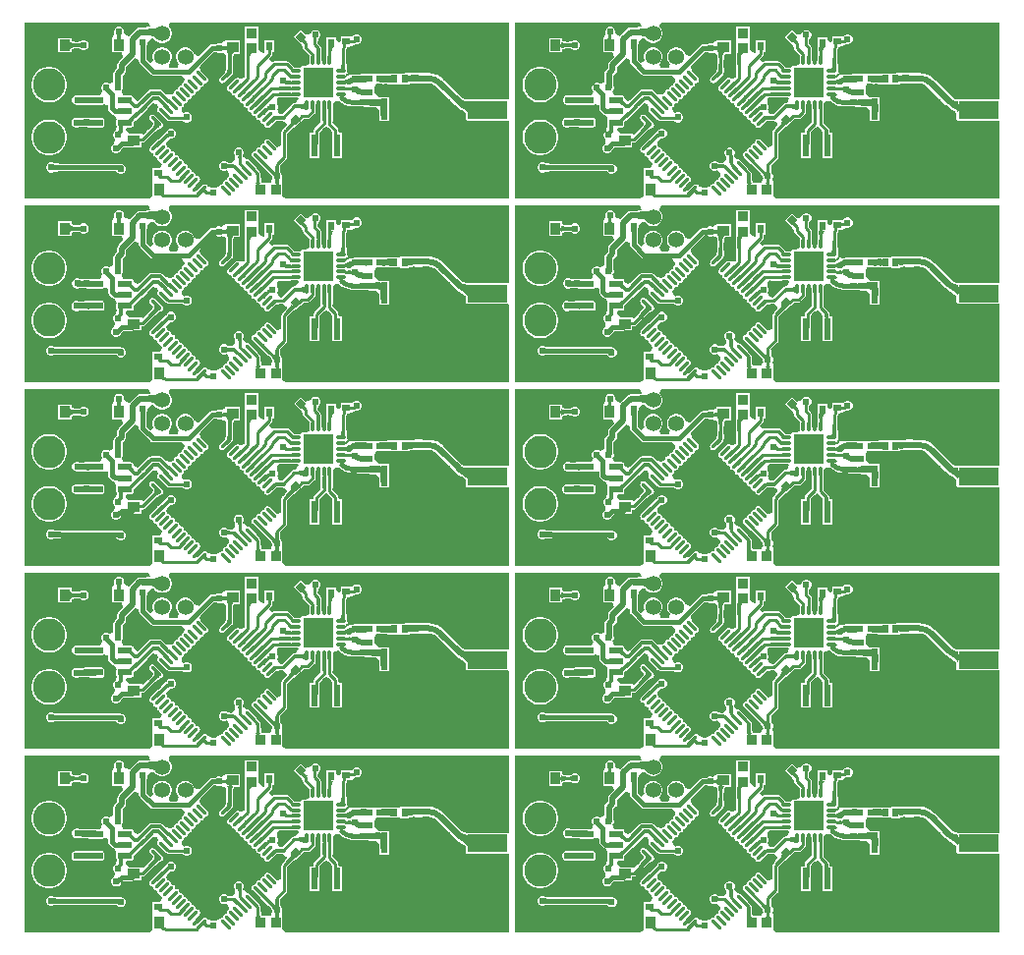
<source format=gtl>
G04*
G04 #@! TF.GenerationSoftware,Altium Limited,Altium Designer,22.10.1 (41)*
G04*
G04 Layer_Physical_Order=1*
G04 Layer_Color=255*
%FSTAX24Y24*%
%MOIN*%
G70*
G04*
G04 #@! TF.SameCoordinates,3ABB2080-4673-4E4B-9202-AF62ACB4AD27*
G04*
G04*
G04 #@! TF.FilePolarity,Positive*
G04*
G01*
G75*
%ADD10C,0.0216*%
%ADD11C,0.0200*%
%ADD12C,0.0100*%
%ADD13C,0.0216*%
%ADD14C,0.0080*%
%ADD15C,0.0110*%
%ADD16C,0.0150*%
%ADD17R,0.1378X0.0591*%
G04:AMPARAMS|DCode=18|XSize=25.2mil|YSize=23.6mil|CornerRadius=0mil|HoleSize=0mil|Usage=FLASHONLY|Rotation=225.000|XOffset=0mil|YOffset=0mil|HoleType=Round|Shape=Rectangle|*
%AMROTATEDRECTD18*
4,1,4,0.0006,0.0173,0.0173,0.0006,-0.0006,-0.0173,-0.0173,-0.0006,0.0006,0.0173,0.0*
%
%ADD18ROTATEDRECTD18*%

G04:AMPARAMS|DCode=19|XSize=25.2mil|YSize=23.6mil|CornerRadius=0mil|HoleSize=0mil|Usage=FLASHONLY|Rotation=135.000|XOffset=0mil|YOffset=0mil|HoleType=Round|Shape=Rectangle|*
%AMROTATEDRECTD19*
4,1,4,0.0173,-0.0006,0.0006,-0.0173,-0.0173,0.0006,-0.0006,0.0173,0.0173,-0.0006,0.0*
%
%ADD19ROTATEDRECTD19*%

%ADD20R,0.0236X0.0252*%
%ADD21R,0.0252X0.0236*%
%ADD22R,0.0394X0.0354*%
%ADD23R,0.0354X0.0394*%
%ADD24R,0.0236X0.0197*%
%ADD25R,0.0197X0.0236*%
%ADD26R,0.0335X0.0374*%
%ADD27R,0.0295X0.0236*%
%ADD28R,0.0236X0.0295*%
%ADD29R,0.0374X0.0335*%
G04:AMPARAMS|DCode=30|XSize=47.6mil|YSize=23.2mil|CornerRadius=2.9mil|HoleSize=0mil|Usage=FLASHONLY|Rotation=0.000|XOffset=0mil|YOffset=0mil|HoleType=Round|Shape=RoundedRectangle|*
%AMROUNDEDRECTD30*
21,1,0.0476,0.0174,0,0,0.0*
21,1,0.0418,0.0232,0,0,0.0*
1,1,0.0058,0.0209,-0.0087*
1,1,0.0058,-0.0209,-0.0087*
1,1,0.0058,-0.0209,0.0087*
1,1,0.0058,0.0209,0.0087*
%
%ADD30ROUNDEDRECTD30*%
%ADD31R,0.0157X0.0748*%
%ADD32R,0.0236X0.0748*%
%ADD33R,0.1024X0.1024*%
G04:AMPARAMS|DCode=34|XSize=31.9mil|YSize=10.2mil|CornerRadius=1.3mil|HoleSize=0mil|Usage=FLASHONLY|Rotation=0.000|XOffset=0mil|YOffset=0mil|HoleType=Round|Shape=RoundedRectangle|*
%AMROUNDEDRECTD34*
21,1,0.0319,0.0077,0,0,0.0*
21,1,0.0293,0.0102,0,0,0.0*
1,1,0.0026,0.0147,-0.0038*
1,1,0.0026,-0.0147,-0.0038*
1,1,0.0026,-0.0147,0.0038*
1,1,0.0026,0.0147,0.0038*
%
%ADD34ROUNDEDRECTD34*%
G04:AMPARAMS|DCode=35|XSize=31.9mil|YSize=10.2mil|CornerRadius=1.3mil|HoleSize=0mil|Usage=FLASHONLY|Rotation=90.000|XOffset=0mil|YOffset=0mil|HoleType=Round|Shape=RoundedRectangle|*
%AMROUNDEDRECTD35*
21,1,0.0319,0.0077,0,0,90.0*
21,1,0.0293,0.0102,0,0,90.0*
1,1,0.0026,0.0038,0.0147*
1,1,0.0026,0.0038,-0.0147*
1,1,0.0026,-0.0038,-0.0147*
1,1,0.0026,-0.0038,0.0147*
%
%ADD35ROUNDEDRECTD35*%
G04:AMPARAMS|DCode=36|XSize=11.8mil|YSize=47.2mil|CornerRadius=0mil|HoleSize=0mil|Usage=FLASHONLY|Rotation=225.000|XOffset=0mil|YOffset=0mil|HoleType=Round|Shape=Round|*
%AMOVALD36*
21,1,0.0354,0.0118,0.0000,0.0000,315.0*
1,1,0.0118,-0.0125,0.0125*
1,1,0.0118,0.0125,-0.0125*
%
%ADD36OVALD36*%

G04:AMPARAMS|DCode=37|XSize=11.8mil|YSize=47.2mil|CornerRadius=0mil|HoleSize=0mil|Usage=FLASHONLY|Rotation=135.000|XOffset=0mil|YOffset=0mil|HoleType=Round|Shape=Round|*
%AMOVALD37*
21,1,0.0354,0.0118,0.0000,0.0000,225.0*
1,1,0.0118,0.0125,0.0125*
1,1,0.0118,-0.0125,-0.0125*
%
%ADD37OVALD37*%

%ADD38C,0.0119*%
%ADD39C,0.0190*%
%ADD40C,0.0170*%
%ADD41C,0.0140*%
%ADD42C,0.0535*%
%ADD43R,0.0535X0.0535*%
%ADD44C,0.1102*%
%ADD45C,0.0240*%
G36*
X050683Y041773D02*
X050665Y041761D01*
X049287D01*
X049285Y04176D01*
X049269Y041761D01*
X04925Y041763D01*
X04923Y041766D01*
X049211Y04177D01*
X049192Y041776D01*
X049173Y041783D01*
X049154Y041791D01*
X049134Y041801D01*
X049115Y041812D01*
X049106Y041817D01*
X049106Y041819D01*
X048501Y042423D01*
X0485Y042427D01*
X048497Y042428D01*
X048495Y042431D01*
X048387Y04252D01*
X048381Y042522D01*
X048377Y042526D01*
X048253Y042593D01*
X048247Y042593D01*
X048242Y042597D01*
X048107Y042638D01*
X048101Y042637D01*
X048095Y04264D01*
X047956Y042654D01*
X047953Y042653D01*
X04795Y042654D01*
X047946Y042653D01*
X047771D01*
X047752Y042661D01*
X0475D01*
X047482Y042653D01*
X047219D01*
X047214Y042655D01*
X047208Y042652D01*
X047202Y042654D01*
X047143Y042642D01*
X047032Y042642D01*
X046971Y042629D01*
X046971Y042629D01*
X046693D01*
X046686Y042632D01*
X046685Y042632D01*
X046684Y042632D01*
X046433Y042621D01*
X046415D01*
X046407Y042622D01*
X046404Y042621D01*
X046404D01*
X046397Y042624D01*
X04639Y042621D01*
X046151Y042621D01*
X046001Y042621D01*
X045863D01*
X045856Y042624D01*
X045855Y042624D01*
X045855Y042624D01*
X045475Y042616D01*
X045473Y042614D01*
X045376Y042602D01*
X045322D01*
X045307Y042609D01*
X045258Y042646D01*
X045199Y042699D01*
Y042759D01*
X045201Y042765D01*
X0452Y042768D01*
X045201Y04277D01*
X045181Y043183D01*
X045178Y043187D01*
Y043461D01*
X045184Y043466D01*
X045206Y043499D01*
X045214Y043538D01*
X045352Y043562D01*
D01*
X045493Y043633D01*
X04556D01*
X045623Y043659D01*
X045671Y043707D01*
X045697Y043769D01*
Y043837D01*
X045671Y0439D01*
X045623Y043947D01*
X04556Y043973D01*
X045493D01*
X04543Y043947D01*
X045352Y043898D01*
X045D01*
Y043743D01*
X04493Y043708D01*
X044845Y043757D01*
Y043874D01*
X044508D01*
Y043537D01*
X044505Y04353D01*
X044506Y04353D01*
X044505Y04353D01*
X044509Y043257D01*
X044509Y043255D01*
X044509Y043254D01*
X044509Y043251D01*
X044509Y04325D01*
X044509Y043249D01*
X044511Y04313D01*
X044511Y043128D01*
Y043068D01*
X044417Y043014D01*
X044323Y043068D01*
Y043243D01*
X044325Y04325D01*
X044325Y04325D01*
X044325Y04325D01*
X044324Y04351D01*
X04432Y04352D01*
X044314Y043549D01*
X044292Y043582D01*
X044212Y043662D01*
X044223Y043809D01*
X044271Y043857D01*
X044297Y043919D01*
Y043987D01*
X044271Y04405D01*
X044223Y044097D01*
X04416Y044123D01*
X044093D01*
X04403Y044097D01*
X043982Y04405D01*
X043965Y044009D01*
X043878Y043971D01*
X043806Y043956D01*
X043643Y044119D01*
X043406Y043881D01*
X043655Y043632D01*
Y043632D01*
X043715Y043507D01*
X043721Y043475D01*
X043743Y043442D01*
X04392Y043265D01*
Y043104D01*
X043921Y043101D01*
Y042957D01*
X043782Y042897D01*
X043658D01*
Y042897D01*
X043599Y042832D01*
X043433D01*
X043415Y042859D01*
X043249Y043025D01*
X043215Y043047D01*
X043176Y043055D01*
X042726D01*
X042687Y043047D01*
X042654Y043025D01*
X042549Y043132D01*
X042649Y043231D01*
X042671Y043264D01*
X042678Y043303D01*
Y043379D01*
X042745D01*
Y043774D01*
X042408D01*
Y043379D01*
X042408D01*
X042398Y043341D01*
X042363Y043329D01*
X042213Y043438D01*
X042213Y043753D01*
X042213Y043865D01*
Y044226D01*
X041739D01*
Y043865D01*
X041739Y043753D01*
X041739Y043642D01*
Y04339D01*
X041737Y04338D01*
Y043334D01*
X041737Y043331D01*
X041735Y042931D01*
X041735Y042931D01*
X041735Y042931D01*
X041737Y042926D01*
Y042508D01*
X04173Y0425D01*
X041576Y042477D01*
X04154Y042502D01*
X041498Y04251D01*
X041455Y042502D01*
X041419Y042477D01*
X041169Y042227D01*
X041144Y042191D01*
X041136Y042148D01*
X041144Y042106D01*
X041169Y04207D01*
X041205Y042046D01*
X041247Y042037D01*
X041275Y042009D01*
X041284Y041967D01*
X041308Y04193D01*
X041344Y041906D01*
X041386Y041898D01*
X041414Y04187D01*
X041423Y041827D01*
X041447Y041791D01*
X041483Y041767D01*
X041526Y041759D01*
X041554Y041731D01*
X041562Y041688D01*
X041586Y041652D01*
X041622Y041628D01*
X041665Y041619D01*
X041693Y041591D01*
X041701Y041549D01*
X041725Y041513D01*
X041761Y041489D01*
X041804Y04148D01*
X041832Y041452D01*
X04184Y04141D01*
X041865Y041374D01*
X041901Y04135D01*
X041943Y041341D01*
X041971Y041313D01*
X04198Y041271D01*
X042004Y041234D01*
X04204Y04121D01*
X042082Y041202D01*
X04211Y041174D01*
X042119Y041131D01*
X042143Y041095D01*
X042179Y041071D01*
X042222Y041063D01*
X04225Y041035D01*
X042258Y040992D01*
X042282Y040956D01*
X042318Y040932D01*
X042361Y040924D01*
X042389Y040896D01*
X042397Y040853D01*
X042397Y040853D01*
X042421Y040817D01*
X042457Y040793D01*
X0425Y040784D01*
X0425Y040784D01*
X042542Y040793D01*
X042579Y040817D01*
X042789Y041027D01*
X042789Y041027D01*
X04279Y041028D01*
X042794Y041032D01*
X042796Y041033D01*
X042808Y041035D01*
X042975Y041045D01*
X043023Y041045D01*
X043073Y041017D01*
X043139Y040964D01*
X043156Y040944D01*
X043162Y040903D01*
X04316Y0409D01*
X043083Y040808D01*
X043031Y040755D01*
X043029Y04075D01*
X043004Y040725D01*
X042982Y040692D01*
X042974Y040653D01*
Y040191D01*
X042844Y040144D01*
X042824Y040144D01*
X042579Y04039D01*
X042542Y040414D01*
X0425Y040422D01*
X042457Y040414D01*
X042421Y04039D01*
X042397Y040353D01*
X042389Y040311D01*
X042361Y040283D01*
X042318Y040274D01*
X042282Y04025D01*
X042258Y040214D01*
X04225Y040172D01*
X042222Y040144D01*
X042179Y040135D01*
X042143Y040111D01*
X042119Y040075D01*
X04211Y040033D01*
X042082Y040005D01*
X04204Y039996D01*
X042004Y039972D01*
X04198Y039936D01*
X041971Y039893D01*
X04198Y039851D01*
X042004Y039815D01*
X042251Y039567D01*
X042253Y039563D01*
X042253Y039563D01*
X042254Y039562D01*
X042531Y039296D01*
X042586Y039238D01*
X042623Y039194D01*
X042636Y039177D01*
X042645Y039163D01*
X04265Y039153D01*
X042652Y039148D01*
X042653Y039144D01*
X042656Y039138D01*
Y039119D01*
X042668Y03909D01*
X042621Y038983D01*
X042587Y03894D01*
X042318Y03894D01*
X042317Y038941D01*
X042314Y038941D01*
X042311Y038946D01*
X042304Y038963D01*
X042296Y038989D01*
X04229Y039022D01*
X042278Y039176D01*
X042277Y039241D01*
X042273Y039251D01*
X042267Y03928D01*
X042245Y039313D01*
X042159Y039399D01*
X042157Y039407D01*
X042133Y039443D01*
X041883Y039694D01*
X041846Y039718D01*
X041804Y039726D01*
X041784Y039737D01*
X0417Y039811D01*
X041678Y039842D01*
Y039865D01*
X041678Y039869D01*
X041678Y039874D01*
X041697Y039919D01*
Y039987D01*
X041671Y04005D01*
X041623Y040097D01*
X04156Y040123D01*
X041493D01*
X04143Y040097D01*
X041382Y04005D01*
X041356Y039987D01*
Y039919D01*
X041382Y039857D01*
X041409Y03983D01*
X041409Y039721D01*
X041299Y039608D01*
X04128Y039608D01*
X041194Y039613D01*
X041176Y039615D01*
X041162Y039618D01*
X041154Y03962D01*
X041148Y039623D01*
X041148D01*
X041123Y039647D01*
X04106Y039673D01*
X040993D01*
X04093Y039647D01*
X040882Y0396D01*
X040856Y039537D01*
Y039469D01*
X040882Y039407D01*
X04093Y039359D01*
X040993Y039333D01*
X04106D01*
X041109Y039353D01*
X041121Y039351D01*
X0412Y039231D01*
X041208Y039169D01*
X041205Y039161D01*
X041169Y039137D01*
X041144Y039101D01*
X041136Y039058D01*
X041108Y03903D01*
X041065Y039022D01*
X041029Y038998D01*
X041005Y038962D01*
X040997Y038919D01*
X040969Y038891D01*
X040926Y038882D01*
X04089Y038858D01*
X040884Y038849D01*
X040848Y038816D01*
X040724Y038772D01*
X040715Y038771D01*
X04071Y038773D01*
X040643D01*
X040638Y038771D01*
X040629Y038772D01*
X040505Y038816D01*
X040469Y038849D01*
X040463Y038858D01*
X040463Y038858D01*
X040463Y038858D01*
X040427Y038882D01*
X040384Y038891D01*
X040384Y038891D01*
X040342Y038882D01*
X040342Y038883D01*
X040306Y038858D01*
X040135Y038688D01*
X0401Y038683D01*
X040085Y038695D01*
X040056Y038852D01*
X040184Y03898D01*
X040208Y039016D01*
X040217Y039058D01*
X040208Y039101D01*
X040184Y039137D01*
X040148Y039161D01*
X040106Y039169D01*
X040078Y039197D01*
X040069Y03924D01*
X040045Y039276D01*
X040009Y0393D01*
X039967Y039309D01*
X039939Y039337D01*
X03993Y039379D01*
X039906Y039415D01*
X03987Y039439D01*
X039827Y039448D01*
X039799Y039476D01*
X039791Y039518D01*
X039767Y039554D01*
X039731Y039578D01*
X039688Y039587D01*
X03966Y039615D01*
X039652Y039657D01*
X039628Y039694D01*
X039592Y039718D01*
X039549Y039726D01*
X039521Y039754D01*
X039513Y039797D01*
X039488Y039833D01*
X039452Y039857D01*
X03941Y039865D01*
X039382Y039893D01*
X039373Y039936D01*
X039349Y039972D01*
X039313Y039996D01*
X039271Y040005D01*
X039243Y040033D01*
X039234Y040075D01*
X03921Y040111D01*
X039174Y040135D01*
X039131Y040144D01*
X039103Y040172D01*
X039095Y040214D01*
X039071Y04025D01*
X039083Y040319D01*
X039193Y040433D01*
X03926D01*
X039323Y040459D01*
X039371Y040507D01*
X039397Y040569D01*
Y040637D01*
X039371Y0407D01*
X039323Y040747D01*
X03926Y040773D01*
X039193D01*
X03913Y040747D01*
X039082Y0407D01*
X039067Y040662D01*
X039055Y040654D01*
X039045Y04065D01*
X03889Y040497D01*
X038799Y040412D01*
X038787Y040402D01*
X038779Y040396D01*
X038777Y040392D01*
X038773Y040391D01*
X038771Y040386D01*
X038524Y040139D01*
X0385Y040103D01*
X038491Y04006D01*
X0385Y040018D01*
X038524Y039982D01*
X03856Y039958D01*
X038602Y039949D01*
X03863Y039921D01*
X038639Y039879D01*
X038663Y039843D01*
X038699Y039818D01*
X038742Y03981D01*
X03877Y039782D01*
X038778Y039739D01*
X038802Y039703D01*
X038838Y039679D01*
X038842Y039679D01*
X038918Y039558D01*
X038857Y039421D01*
X038605D01*
Y039096D01*
X038605Y039085D01*
X038615Y038939D01*
Y038538D01*
X038615Y038456D01*
X038493Y038388D01*
X03426D01*
Y044378D01*
X038463D01*
X038533Y044228D01*
X038525Y044218D01*
X038274Y044202D01*
X038177Y044201D01*
X038174Y0442D01*
X03817D01*
X038112Y044188D01*
X038062Y044155D01*
X037818Y043911D01*
X037801Y04391D01*
X03764Y043994D01*
X037639Y044D01*
X037647Y044019D01*
Y044087D01*
X037621Y04415D01*
X037573Y044197D01*
X03751Y044223D01*
X037443D01*
X03738Y044197D01*
X037332Y04415D01*
X037306Y044087D01*
Y044019D01*
X037314Y044D01*
X037301Y043971D01*
X037231Y04385D01*
X037231Y04385D01*
X037231Y04385D01*
Y043356D01*
X037551D01*
X037613Y043206D01*
X037452Y043045D01*
X037419Y042995D01*
X037407Y042937D01*
Y042819D01*
X037326Y042738D01*
X037293Y042688D01*
X037281Y042629D01*
Y042345D01*
X037131Y042289D01*
X037123Y042297D01*
X03706Y042323D01*
X036993D01*
X03693Y042297D01*
X036882Y04225D01*
X036856Y042187D01*
Y042119D01*
X036882Y042057D01*
X036896Y042043D01*
X036843Y041895D01*
X036473D01*
X036465Y041893D01*
X036462Y041895D01*
X036462Y041894D01*
X036461Y041895D01*
X036135Y041889D01*
X036084Y04191D01*
X036016D01*
X035954Y041884D01*
X035906Y041837D01*
X03588Y041774D01*
Y041706D01*
X035906Y041644D01*
X035954Y041596D01*
X036016Y04157D01*
X036084D01*
X036105Y041579D01*
X036344Y041575D01*
X036408Y04157D01*
X036428Y041568D01*
X036437Y041566D01*
X036442Y041564D01*
X036452Y041564D01*
X036453Y041563D01*
X036462Y04156D01*
X036465Y041561D01*
X036473Y04156D01*
X036892D01*
X036922Y041566D01*
X036948Y041583D01*
X036949Y041584D01*
X037066Y041571D01*
X037099Y041559D01*
Y041453D01*
X037109Y041404D01*
X037136Y041363D01*
X037231Y041269D01*
X037272Y041241D01*
X037311Y041233D01*
X037329Y041212D01*
X037336Y041201D01*
X037376Y04112D01*
X037384Y041081D01*
X037381Y041066D01*
Y040892D01*
X037385Y04087D01*
X037386Y040856D01*
X037353Y040707D01*
X03733Y040697D01*
X037282Y04065D01*
X037256Y040587D01*
Y040519D01*
X037282Y040457D01*
X037324Y040415D01*
X037326Y040395D01*
X037326Y040383D01*
X037304Y040257D01*
X03728Y040247D01*
X037232Y0402D01*
X037206Y040137D01*
Y040069D01*
X037232Y040007D01*
X03728Y039959D01*
X037343Y039933D01*
X03741D01*
X037473Y039959D01*
X037521Y040007D01*
X037546Y040068D01*
X037607Y04013D01*
X037914D01*
X037963Y040139D01*
X037967Y040142D01*
X038223D01*
Y04029D01*
X038265D01*
X038304Y040297D01*
X038337Y040319D01*
X038554Y040537D01*
X03856Y040539D01*
X038606Y040584D01*
X03869Y040662D01*
X038763Y040721D01*
X038795Y040743D01*
X038823Y040761D01*
X038848Y040774D01*
X038869Y040783D01*
X03889Y040789D01*
X038895Y040793D01*
X038896Y040793D01*
X03891Y040802D01*
X038918Y040808D01*
X038919Y040808D01*
X038919Y040808D01*
X038932Y040817D01*
X038932Y040817D01*
X038956Y040853D01*
X038964Y040896D01*
X038956Y040938D01*
X038956Y040938D01*
X038932Y040974D01*
X038681Y041225D01*
X038645Y041249D01*
X038602Y041257D01*
X03856Y041249D01*
X038524Y041225D01*
X0385Y041189D01*
X038491Y041146D01*
X0385Y041104D01*
X038524Y041067D01*
X038622Y040969D01*
X038623Y040968D01*
X038626Y040964D01*
X038625Y040957D01*
X038619Y040939D01*
X038604Y040911D01*
X038582Y040878D01*
X038466Y040741D01*
X038412Y040686D01*
X03841Y040681D01*
X038295Y040566D01*
X038223Y040596D01*
Y040596D01*
X037811D01*
X037706Y040723D01*
X037742Y040812D01*
X03788D01*
X037911Y040818D01*
X037937Y040835D01*
X037954Y040861D01*
X03796Y040892D01*
Y040989D01*
X03799Y041019D01*
X03802Y041039D01*
X03822Y041239D01*
X038221Y041239D01*
X038257Y041264D01*
X03843Y041436D01*
X038442Y041454D01*
X038607Y041619D01*
X038758Y041601D01*
X038791Y041486D01*
X038778Y041467D01*
X03877Y041424D01*
X038778Y041382D01*
X038802Y041346D01*
X039053Y041095D01*
X039089Y041071D01*
X039098Y041069D01*
X039127Y04105D01*
X039166Y041042D01*
X039647D01*
X03968Y041009D01*
X039743Y040983D01*
X03981D01*
X039873Y041009D01*
X039921Y041057D01*
X039947Y041119D01*
Y041187D01*
X039921Y04125D01*
X039873Y041297D01*
X03981Y041323D01*
X039743D01*
X03968Y041297D01*
X039663Y041299D01*
X039602Y041378D01*
X039585Y041475D01*
X039592Y041489D01*
X039628Y041513D01*
X039652Y041549D01*
X03966Y041591D01*
X039688Y041619D01*
X039731Y041628D01*
X039767Y041652D01*
X039791Y041688D01*
X039799Y041731D01*
X039827Y041759D01*
X03987Y041767D01*
X039906Y041791D01*
X03993Y041827D01*
X039939Y04187D01*
X039967Y041898D01*
X040009Y041906D01*
X040045Y04193D01*
X040069Y041967D01*
X040078Y042009D01*
X040106Y042037D01*
X040148Y042046D01*
X040184Y04207D01*
X040208Y042106D01*
X040217Y042148D01*
X040245Y042176D01*
X040287Y042185D01*
X040324Y042209D01*
X040348Y042245D01*
X040356Y042287D01*
X040384Y042315D01*
X040427Y042324D01*
X040463Y042348D01*
X040487Y042384D01*
X040495Y042427D01*
X040487Y042469D01*
X040463Y042505D01*
X040242Y042726D01*
X040215Y042863D01*
X040216Y042904D01*
X04022Y042917D01*
X040679Y043376D01*
X040763D01*
X04078Y043359D01*
X040843Y043333D01*
X04091D01*
X04093Y043341D01*
X04103Y04332D01*
X0411Y043274D01*
X041114Y043042D01*
X041114Y043023D01*
X041106Y042873D01*
X0411Y042813D01*
X041091Y042762D01*
X041082Y042721D01*
X041071Y04269D01*
X041067Y042682D01*
X04089Y042505D01*
X040866Y042469D01*
X040858Y042427D01*
X040866Y042384D01*
X04089Y042348D01*
X040926Y042324D01*
X040969Y042315D01*
X041011Y042324D01*
X041047Y042348D01*
X041298Y042599D01*
X041322Y042635D01*
X041325Y042652D01*
X041326Y042653D01*
X041327Y04266D01*
X041329Y04267D01*
X041332Y042678D01*
X041325Y043042D01*
X041332Y043161D01*
X041339Y043209D01*
X041347Y043249D01*
X041356Y043279D01*
X041365Y043299D01*
X041372Y043307D01*
X041373Y043308D01*
X041381Y04331D01*
X041381Y04331D01*
X041573D01*
Y043765D01*
X04108D01*
Y043753D01*
X041048Y043722D01*
X04093Y043665D01*
X04091Y043673D01*
X040843D01*
X04078Y043647D01*
X040763Y043631D01*
X040626D01*
X040578Y043621D01*
X040536Y043593D01*
X040187Y043244D01*
X040139Y043247D01*
X040026Y043295D01*
X040016Y043332D01*
X039974Y043404D01*
X039915Y043463D01*
X039843Y043505D01*
X039762Y043527D01*
X039678D01*
X039598Y043505D01*
X039525Y043463D01*
X039466Y043404D01*
X039424Y043332D01*
X039403Y043251D01*
Y043168D01*
X039424Y043087D01*
X039466Y043015D01*
X0395Y042981D01*
X039476Y042877D01*
X039446Y042831D01*
X039206D01*
X039177Y042877D01*
X039153Y042981D01*
X039187Y043015D01*
X039228Y043087D01*
X03925Y043168D01*
Y043251D01*
X039228Y043332D01*
X039187Y043404D01*
X039128Y043463D01*
X039055Y043505D01*
X038975Y043527D01*
X038891D01*
X03881Y043505D01*
X038738Y043463D01*
X038679Y043404D01*
X038637Y043332D01*
X038615Y043251D01*
Y043168D01*
X038637Y043087D01*
X03864Y043082D01*
X03852Y04299D01*
X038404Y043106D01*
Y043365D01*
X038406Y043369D01*
X038407Y043522D01*
X03841Y043587D01*
X038411Y043597D01*
X038421Y043607D01*
X038447Y043669D01*
Y043707D01*
X038555Y043831D01*
X038603Y043831D01*
X038672Y043813D01*
X038679Y043802D01*
X038738Y043743D01*
X03881Y043701D01*
X038891Y04368D01*
X038975D01*
X039055Y043701D01*
X039128Y043743D01*
X039187Y043802D01*
X039228Y043874D01*
X03925Y043955D01*
Y044039D01*
X039228Y044119D01*
X039187Y044192D01*
X03915Y044228D01*
X039171Y044322D01*
X039205Y044378D01*
X050683D01*
Y041773D01*
D02*
G37*
G36*
X034029D02*
X034012Y041761D01*
X032634D01*
X032631Y04176D01*
X032616Y041761D01*
X032596Y041763D01*
X032577Y041766D01*
X032558Y04177D01*
X032538Y041776D01*
X032519Y041783D01*
X0325Y041791D01*
X032481Y041801D01*
X032461Y041812D01*
X032453Y041817D01*
X032452Y041819D01*
X031848Y042423D01*
X031846Y042427D01*
X031843Y042428D01*
X031842Y042431D01*
X031733Y04252D01*
X031727Y042522D01*
X031723Y042526D01*
X031599Y042593D01*
X031593Y042593D01*
X031588Y042597D01*
X031454Y042638D01*
X031448Y042637D01*
X031442Y04264D01*
X031302Y042654D01*
X031299Y042653D01*
X031296Y042654D01*
X031293Y042653D01*
X031118D01*
X031099Y042661D01*
X030847D01*
X030828Y042653D01*
X030565D01*
X030561Y042655D01*
X030555Y042652D01*
X030549Y042654D01*
X03049Y042642D01*
X030378Y042642D01*
X030318Y042629D01*
X030318Y042629D01*
X03004D01*
X030033Y042632D01*
X030032Y042632D01*
X03003Y042632D01*
X029779Y042621D01*
X029761D01*
X029754Y042622D01*
X029751Y042621D01*
X02975D01*
X029743Y042624D01*
X029736Y042621D01*
X029498Y042621D01*
X029348Y042621D01*
X02921D01*
X029202Y042624D01*
X029202Y042624D01*
X029201Y042624D01*
X028822Y042616D01*
X028819Y042614D01*
X028722Y042602D01*
X028669D01*
X028654Y042609D01*
X028605Y042646D01*
X028545Y042699D01*
Y042759D01*
X028548Y042765D01*
X028547Y042768D01*
X028548Y04277D01*
X028527Y043183D01*
X028525Y043187D01*
Y043461D01*
X02853Y043466D01*
X028552Y043499D01*
X02856Y043538D01*
X028699Y043562D01*
D01*
X028839Y043633D01*
X028907D01*
X028969Y043659D01*
X029017Y043707D01*
X029043Y043769D01*
Y043837D01*
X029017Y0439D01*
X028969Y043947D01*
X028907Y043973D01*
X028839D01*
X028777Y043947D01*
X028699Y043898D01*
X028347D01*
Y043743D01*
X028277Y043708D01*
X028191Y043757D01*
Y043874D01*
X027855D01*
Y043537D01*
X027852Y04353D01*
X027852Y04353D01*
X027852Y04353D01*
X027856Y043257D01*
X027855Y043255D01*
X027856Y043254D01*
X027856Y043251D01*
X027855Y04325D01*
X027856Y043249D01*
X027857Y04313D01*
X027858Y043128D01*
Y043068D01*
X027763Y043014D01*
X027669Y043068D01*
Y043243D01*
X027672Y04325D01*
X027672Y04325D01*
X027672Y04325D01*
X027671Y04351D01*
X027667Y04352D01*
X027661Y043549D01*
X027639Y043582D01*
X027559Y043662D01*
X027569Y043809D01*
X027617Y043857D01*
X027643Y043919D01*
Y043987D01*
X027617Y04405D01*
X027569Y044097D01*
X027507Y044123D01*
X027439D01*
X027377Y044097D01*
X027329Y04405D01*
X027312Y044009D01*
X027224Y043971D01*
X027153Y043956D01*
X02699Y044119D01*
X026752Y043881D01*
X027001Y043632D01*
Y043632D01*
X027061Y043507D01*
X027068Y043475D01*
X02709Y043442D01*
X027267Y043265D01*
Y043104D01*
X027267Y043101D01*
Y042957D01*
X027129Y042897D01*
X027005D01*
Y042897D01*
X026946Y042832D01*
X02678D01*
X026762Y042859D01*
X026595Y043025D01*
X026562Y043047D01*
X026523Y043055D01*
X026073D01*
X026034Y043047D01*
X026001Y043025D01*
X025896Y043132D01*
X025995Y043231D01*
X026017Y043264D01*
X026025Y043303D01*
Y043379D01*
X026091D01*
Y043774D01*
X025755D01*
Y043379D01*
X025755D01*
X025745Y043341D01*
X02571Y043329D01*
X02556Y043438D01*
X02556Y043753D01*
X02556Y043865D01*
Y044226D01*
X025086D01*
Y043865D01*
X025086Y043753D01*
X025086Y043642D01*
Y04339D01*
X025084Y04338D01*
Y043334D01*
X025083Y043331D01*
X025082Y042931D01*
X025082Y042931D01*
X025082Y042931D01*
X025084Y042926D01*
Y042508D01*
X025076Y0425D01*
X024923Y042477D01*
X024887Y042502D01*
X024844Y04251D01*
X024802Y042502D01*
X024766Y042477D01*
X024515Y042227D01*
X024491Y042191D01*
X024482Y042148D01*
X024491Y042106D01*
X024515Y04207D01*
X024551Y042046D01*
X024594Y042037D01*
X024622Y042009D01*
X02463Y041967D01*
X024654Y04193D01*
X02469Y041906D01*
X024733Y041898D01*
X024761Y04187D01*
X024769Y041827D01*
X024793Y041791D01*
X024829Y041767D01*
X024872Y041759D01*
X0249Y041731D01*
X024908Y041688D01*
X024933Y041652D01*
X024969Y041628D01*
X025011Y041619D01*
X025039Y041591D01*
X025048Y041549D01*
X025072Y041513D01*
X025108Y041489D01*
X02515Y04148D01*
X025178Y041452D01*
X025187Y04141D01*
X025211Y041374D01*
X025247Y04135D01*
X02529Y041341D01*
X025318Y041313D01*
X025326Y041271D01*
X02535Y041234D01*
X025386Y04121D01*
X025429Y041202D01*
X025457Y041174D01*
X025465Y041131D01*
X025489Y041095D01*
X025525Y041071D01*
X025568Y041063D01*
X025596Y041035D01*
X025604Y040992D01*
X025629Y040956D01*
X025665Y040932D01*
X025707Y040924D01*
X025735Y040896D01*
X025744Y040853D01*
X025744Y040853D01*
X025768Y040817D01*
X025804Y040793D01*
X025846Y040784D01*
X025846Y040784D01*
X025889Y040793D01*
X025925Y040817D01*
X026135Y041027D01*
X026136Y041027D01*
X026136Y041028D01*
X02614Y041032D01*
X026142Y041033D01*
X026154Y041035D01*
X026321Y041045D01*
X02637Y041045D01*
X026419Y041017D01*
X026485Y040964D01*
X026503Y040944D01*
X026508Y040903D01*
X026507Y0409D01*
X026429Y040808D01*
X026378Y040755D01*
X026376Y04075D01*
X026351Y040725D01*
X026329Y040692D01*
X026321Y040653D01*
Y040191D01*
X026191Y040144D01*
X026171Y040144D01*
X025925Y04039D01*
X025889Y040414D01*
X025846Y040422D01*
X025804Y040414D01*
X025768Y04039D01*
X025744Y040353D01*
X025735Y040311D01*
X025707Y040283D01*
X025665Y040274D01*
X025629Y04025D01*
X025604Y040214D01*
X025596Y040172D01*
X025568Y040144D01*
X025525Y040135D01*
X025489Y040111D01*
X025465Y040075D01*
X025457Y040033D01*
X025429Y040005D01*
X025386Y039996D01*
X02535Y039972D01*
X025326Y039936D01*
X025318Y039893D01*
X025326Y039851D01*
X02535Y039815D01*
X025597Y039567D01*
X025599Y039563D01*
X0256Y039563D01*
X0256Y039562D01*
X025877Y039296D01*
X025932Y039238D01*
X025969Y039194D01*
X025982Y039177D01*
X025991Y039163D01*
X025997Y039153D01*
X025999Y039148D01*
X025999Y039144D01*
X026003Y039138D01*
Y039119D01*
X026015Y03909D01*
X025968Y038983D01*
X025933Y03894D01*
X025664Y03894D01*
X025664Y038941D01*
X025661Y038941D01*
X025657Y038946D01*
X02565Y038963D01*
X025643Y038989D01*
X025637Y039022D01*
X025625Y039176D01*
X025624Y039241D01*
X02562Y039251D01*
X025614Y03928D01*
X025592Y039313D01*
X025505Y039399D01*
X025504Y039407D01*
X02548Y039443D01*
X025229Y039694D01*
X025193Y039718D01*
X02515Y039726D01*
X025131Y039737D01*
X025046Y039811D01*
X025025Y039842D01*
Y039865D01*
X025024Y039869D01*
X025024Y039874D01*
X025043Y039919D01*
Y039987D01*
X025017Y04005D01*
X024969Y040097D01*
X024907Y040123D01*
X024839D01*
X024777Y040097D01*
X024729Y04005D01*
X024703Y039987D01*
Y039919D01*
X024729Y039857D01*
X024756Y03983D01*
X024756Y039721D01*
X024645Y039608D01*
X024627Y039608D01*
X024541Y039613D01*
X024522Y039615D01*
X024508Y039618D01*
X0245Y03962D01*
X024494Y039623D01*
X024494D01*
X024469Y039647D01*
X024407Y039673D01*
X024339D01*
X024277Y039647D01*
X024229Y0396D01*
X024203Y039537D01*
Y039469D01*
X024229Y039407D01*
X024277Y039359D01*
X024339Y039333D01*
X024407D01*
X024456Y039353D01*
X024468Y039351D01*
X024547Y039231D01*
X024554Y039169D01*
X024551Y039161D01*
X024515Y039137D01*
X024491Y039101D01*
X024482Y039058D01*
X024454Y03903D01*
X024412Y039022D01*
X024376Y038998D01*
X024352Y038962D01*
X024343Y038919D01*
X024315Y038891D01*
X024273Y038882D01*
X024237Y038858D01*
X02423Y038849D01*
X024194Y038816D01*
X02407Y038772D01*
X024061Y038771D01*
X024057Y038773D01*
X023989D01*
X023985Y038771D01*
X023975Y038772D01*
X023852Y038816D01*
X023816Y038849D01*
X023809Y038858D01*
X023809Y038858D01*
X023809Y038858D01*
X023773Y038882D01*
X023731Y038891D01*
X023731Y038891D01*
X023688Y038882D01*
X023688Y038883D01*
X023652Y038858D01*
X023482Y038688D01*
X023446Y038683D01*
X023432Y038695D01*
X023403Y038852D01*
X023531Y03898D01*
X023555Y039016D01*
X023563Y039058D01*
X023555Y039101D01*
X023531Y039137D01*
X023495Y039161D01*
X023452Y039169D01*
X023424Y039197D01*
X023416Y03924D01*
X023392Y039276D01*
X023356Y0393D01*
X023313Y039309D01*
X023285Y039337D01*
X023277Y039379D01*
X023252Y039415D01*
X023216Y039439D01*
X023174Y039448D01*
X023146Y039476D01*
X023137Y039518D01*
X023113Y039554D01*
X023077Y039578D01*
X023035Y039587D01*
X023007Y039615D01*
X022998Y039657D01*
X022974Y039694D01*
X022938Y039718D01*
X022895Y039726D01*
X022867Y039754D01*
X022859Y039797D01*
X022835Y039833D01*
X022799Y039857D01*
X022756Y039865D01*
X022728Y039893D01*
X02272Y039936D01*
X022696Y039972D01*
X02266Y039996D01*
X022617Y040005D01*
X022589Y040033D01*
X022581Y040075D01*
X022556Y040111D01*
X02252Y040135D01*
X022478Y040144D01*
X02245Y040172D01*
X022441Y040214D01*
X022417Y04025D01*
X022429Y040319D01*
X022539Y040433D01*
X022607D01*
X022669Y040459D01*
X022717Y040507D01*
X022743Y040569D01*
Y040637D01*
X022717Y0407D01*
X022669Y040747D01*
X022607Y040773D01*
X022539D01*
X022477Y040747D01*
X022429Y0407D01*
X022413Y040662D01*
X022402Y040654D01*
X022392Y04065D01*
X022236Y040497D01*
X022145Y040412D01*
X022134Y040402D01*
X022125Y040396D01*
X022123Y040392D01*
X022119Y040391D01*
X022118Y040386D01*
X02187Y040139D01*
X021846Y040103D01*
X021838Y04006D01*
X021846Y040018D01*
X02187Y039982D01*
X021906Y039958D01*
X021949Y039949D01*
X021977Y039921D01*
X021985Y039879D01*
X022009Y039843D01*
X022046Y039818D01*
X022088Y03981D01*
X022116Y039782D01*
X022125Y039739D01*
X022149Y039703D01*
X022185Y039679D01*
X022188Y039679D01*
X022265Y039558D01*
X022203Y039421D01*
X021952D01*
Y039096D01*
X021952Y039085D01*
X021961Y038939D01*
Y038538D01*
X021961Y038456D01*
X02184Y038388D01*
X017606D01*
Y044378D01*
X021809D01*
X021879Y044228D01*
X021871Y044218D01*
X021621Y044202D01*
X021523Y044201D01*
X02152Y0442D01*
X021517D01*
X021458Y044188D01*
X021408Y044155D01*
X021165Y043911D01*
X021147Y04391D01*
X020987Y043994D01*
X020985Y044D01*
X020993Y044019D01*
Y044087D01*
X020967Y04415D01*
X020919Y044197D01*
X020857Y044223D01*
X020789D01*
X020727Y044197D01*
X020679Y04415D01*
X020653Y044087D01*
Y044019D01*
X020661Y044D01*
X020647Y043971D01*
X020577Y04385D01*
X020577Y04385D01*
X020577Y04385D01*
Y043356D01*
X020898D01*
X02096Y043206D01*
X020798Y043045D01*
X020765Y042995D01*
X020754Y042937D01*
Y042819D01*
X020672Y042738D01*
X020639Y042688D01*
X020628Y042629D01*
Y042345D01*
X020478Y042289D01*
X020469Y042297D01*
X020407Y042323D01*
X020339D01*
X020277Y042297D01*
X020229Y04225D01*
X020203Y042187D01*
Y042119D01*
X020229Y042057D01*
X020243Y042043D01*
X02019Y041895D01*
X01982D01*
X019812Y041893D01*
X019809Y041895D01*
X019808Y041894D01*
X019808Y041895D01*
X019482Y041889D01*
X019431Y04191D01*
X019363D01*
X0193Y041884D01*
X019253Y041837D01*
X019227Y041774D01*
Y041706D01*
X019253Y041644D01*
X0193Y041596D01*
X019363Y04157D01*
X019431D01*
X019451Y041579D01*
X01969Y041575D01*
X019754Y04157D01*
X019774Y041568D01*
X019784Y041566D01*
X019789Y041564D01*
X019798Y041564D01*
X0198Y041563D01*
X019809Y04156D01*
X019812Y041561D01*
X01982Y04156D01*
X020238D01*
X020269Y041566D01*
X020295Y041583D01*
X020295Y041584D01*
X020413Y041571D01*
X020445Y041559D01*
Y041453D01*
X020455Y041404D01*
X020483Y041363D01*
X020577Y041269D01*
X020618Y041241D01*
X020658Y041233D01*
X020676Y041212D01*
X020682Y041201D01*
X020722Y04112D01*
X02073Y041081D01*
X020727Y041066D01*
Y040892D01*
X020732Y04087D01*
X020732Y040856D01*
X0207Y040707D01*
X020677Y040697D01*
X020629Y04065D01*
X020603Y040587D01*
Y040519D01*
X020629Y040457D01*
X02067Y040415D01*
X020673Y040395D01*
X020672Y040383D01*
X020651Y040257D01*
X020627Y040247D01*
X020579Y0402D01*
X020553Y040137D01*
Y040069D01*
X020579Y040007D01*
X020627Y039959D01*
X020689Y039933D01*
X020757D01*
X020819Y039959D01*
X020867Y040007D01*
X020892Y040068D01*
X020954Y04013D01*
X021261D01*
X02131Y040139D01*
X021314Y040142D01*
X02157D01*
Y04029D01*
X021611D01*
X02165Y040297D01*
X021683Y040319D01*
X021901Y040537D01*
X021906Y040539D01*
X021952Y040584D01*
X022036Y040662D01*
X02211Y040721D01*
X022141Y040743D01*
X02217Y040761D01*
X022195Y040774D01*
X022216Y040783D01*
X022237Y040789D01*
X022241Y040793D01*
X022242Y040793D01*
X022256Y040802D01*
X022265Y040808D01*
X022265Y040808D01*
X022265Y040808D01*
X022278Y040817D01*
X022278Y040817D01*
X022302Y040853D01*
X022311Y040896D01*
X022302Y040938D01*
X022302Y040938D01*
X022278Y040974D01*
X022028Y041225D01*
X021991Y041249D01*
X021949Y041257D01*
X021906Y041249D01*
X02187Y041225D01*
X021846Y041189D01*
X021838Y041146D01*
X021846Y041104D01*
X02187Y041067D01*
X021969Y040969D01*
X021969Y040968D01*
X021973Y040964D01*
X021972Y040957D01*
X021965Y040939D01*
X021951Y040911D01*
X021929Y040878D01*
X021812Y040741D01*
X021759Y040686D01*
X021757Y040681D01*
X021642Y040566D01*
X02157Y040596D01*
Y040596D01*
X021158D01*
X021052Y040723D01*
X021088Y040812D01*
X021226D01*
X021257Y040818D01*
X021283Y040835D01*
X021301Y040861D01*
X021307Y040892D01*
Y040989D01*
X021336Y041019D01*
X021366Y041039D01*
X021566Y041239D01*
X021568Y041239D01*
X021604Y041264D01*
X021776Y041436D01*
X021788Y041454D01*
X021954Y041619D01*
X022104Y041601D01*
X022137Y041486D01*
X022125Y041467D01*
X022116Y041424D01*
X022125Y041382D01*
X022149Y041346D01*
X022399Y041095D01*
X022435Y041071D01*
X022444Y041069D01*
X022474Y04105D01*
X022513Y041042D01*
X022994D01*
X023027Y041009D01*
X023089Y040983D01*
X023157D01*
X023219Y041009D01*
X023267Y041057D01*
X023293Y041119D01*
Y041187D01*
X023267Y04125D01*
X023219Y041297D01*
X023157Y041323D01*
X023089D01*
X023027Y041297D01*
X023009Y041299D01*
X022948Y041378D01*
X022931Y041475D01*
X022938Y041489D01*
X022974Y041513D01*
X022998Y041549D01*
X023007Y041591D01*
X023035Y041619D01*
X023077Y041628D01*
X023113Y041652D01*
X023137Y041688D01*
X023146Y041731D01*
X023174Y041759D01*
X023216Y041767D01*
X023252Y041791D01*
X023277Y041827D01*
X023285Y04187D01*
X023313Y041898D01*
X023356Y041906D01*
X023392Y04193D01*
X023416Y041967D01*
X023424Y042009D01*
X023452Y042037D01*
X023495Y042046D01*
X023531Y04207D01*
X023555Y042106D01*
X023563Y042148D01*
X023591Y042176D01*
X023634Y042185D01*
X02367Y042209D01*
X023694Y042245D01*
X023703Y042287D01*
X023731Y042315D01*
X023773Y042324D01*
X023809Y042348D01*
X023833Y042384D01*
X023842Y042427D01*
X023833Y042469D01*
X023809Y042505D01*
X023588Y042726D01*
X023562Y042863D01*
X023563Y042904D01*
X023567Y042917D01*
X024026Y043376D01*
X02411D01*
X024127Y043359D01*
X024189Y043333D01*
X024257D01*
X024276Y043341D01*
X024376Y04332D01*
X024446Y043274D01*
X024461Y043042D01*
X024461Y043023D01*
X024453Y042873D01*
X024446Y042813D01*
X024438Y042762D01*
X024428Y042721D01*
X024417Y04269D01*
X024413Y042682D01*
X024237Y042505D01*
X024212Y042469D01*
X024204Y042427D01*
X024212Y042384D01*
X024237Y042348D01*
X024273Y042324D01*
X024315Y042315D01*
X024358Y042324D01*
X024394Y042348D01*
X024644Y042599D01*
X024668Y042635D01*
X024672Y042652D01*
X024673Y042653D01*
X024674Y04266D01*
X024675Y04267D01*
X024679Y042678D01*
X024671Y043042D01*
X024679Y043161D01*
X024685Y043209D01*
X024693Y043249D01*
X024702Y043279D01*
X024712Y043299D01*
X024718Y043307D01*
X024719Y043308D01*
X024727Y04331D01*
X024728Y04331D01*
X02492D01*
Y043765D01*
X024426D01*
Y043753D01*
X024394Y043722D01*
X024276Y043665D01*
X024257Y043673D01*
X024189D01*
X024127Y043647D01*
X02411Y043631D01*
X023973D01*
X023924Y043621D01*
X023883Y043593D01*
X023534Y043244D01*
X023486Y043247D01*
X023372Y043295D01*
X023362Y043332D01*
X023321Y043404D01*
X023261Y043463D01*
X023189Y043505D01*
X023108Y043527D01*
X023025D01*
X022944Y043505D01*
X022872Y043463D01*
X022813Y043404D01*
X022771Y043332D01*
X022749Y043251D01*
Y043168D01*
X022771Y043087D01*
X022813Y043015D01*
X022847Y042981D01*
X022822Y042877D01*
X022793Y042831D01*
X022553D01*
X022524Y042877D01*
X022499Y042981D01*
X022533Y043015D01*
X022575Y043087D01*
X022597Y043168D01*
Y043251D01*
X022575Y043332D01*
X022533Y043404D01*
X022474Y043463D01*
X022402Y043505D01*
X022321Y043527D01*
X022237D01*
X022157Y043505D01*
X022084Y043463D01*
X022025Y043404D01*
X021984Y043332D01*
X021962Y043251D01*
Y043168D01*
X021984Y043087D01*
X021986Y043082D01*
X021866Y04299D01*
X02175Y043106D01*
Y043365D01*
X021752Y043369D01*
X021753Y043522D01*
X021756Y043587D01*
X021757Y043597D01*
X021767Y043607D01*
X021793Y043669D01*
Y043707D01*
X021902Y043831D01*
X02195Y043831D01*
X022019Y043813D01*
X022025Y043802D01*
X022084Y043743D01*
X022157Y043701D01*
X022237Y04368D01*
X022321D01*
X022402Y043701D01*
X022474Y043743D01*
X022533Y043802D01*
X022575Y043874D01*
X022597Y043955D01*
Y044039D01*
X022575Y044119D01*
X022533Y044192D01*
X022497Y044228D01*
X022517Y044322D01*
X022551Y044378D01*
X034029D01*
Y041773D01*
D02*
G37*
G36*
X038702Y043863D02*
X038687Y043879D01*
X038665Y043893D01*
X038633Y043906D01*
X038593Y043917D01*
X038544Y043926D01*
X038487Y043933D01*
X038346Y043944D01*
X03817Y043947D01*
X038177Y044147D01*
X038276Y044147D01*
X038681Y044174D01*
X038717Y044182D01*
X038744Y044192D01*
X038761Y044202D01*
X038702Y043863D01*
D02*
G37*
G36*
X022048D02*
X022034Y043879D01*
X022011Y043893D01*
X02198Y043906D01*
X02194Y043917D01*
X021891Y043926D01*
X021833Y043933D01*
X021692Y043944D01*
X021517Y043947D01*
X021523Y044147D01*
X021622Y044147D01*
X022028Y044174D01*
X022063Y044182D01*
X02209Y044192D01*
X022108Y044202D01*
X022048Y043863D01*
D02*
G37*
G36*
X037508Y04399D02*
X037518Y043857D01*
X037522Y043836D01*
X037527Y043819D01*
X037533Y043807D01*
X037539Y0438D01*
X037546Y043798D01*
X03737D01*
X037377Y0438D01*
X037383Y043807D01*
X037389Y043819D01*
X037394Y043836D01*
X037398Y043857D01*
X037402Y043883D01*
X037406Y043949D01*
X037408Y044035D01*
X037508D01*
X037508Y04399D01*
D02*
G37*
G36*
X020855D02*
X020864Y043857D01*
X020868Y043836D01*
X020873Y043819D01*
X020879Y043807D01*
X020886Y0438D01*
X020893Y043798D01*
X020716D01*
X020723Y0438D01*
X02073Y043807D01*
X020736Y043819D01*
X020741Y043836D01*
X020745Y043857D01*
X020748Y043883D01*
X020753Y043949D01*
X020754Y044035D01*
X020854D01*
X020855Y04399D01*
D02*
G37*
G36*
X043752Y043802D02*
X043755Y043799D01*
X04376Y043793D01*
X043832Y043719D01*
X043851Y0437D01*
X04378Y043629D01*
X043676Y043728D01*
X043752Y043804D01*
X043752Y043802D01*
D02*
G37*
G36*
X027099D02*
X027101Y043799D01*
X027106Y043793D01*
X027178Y043719D01*
X027197Y0437D01*
X027127Y043629D01*
X027023Y043728D01*
X027098Y043804D01*
X027099Y043802D01*
D02*
G37*
G36*
X041132Y043408D02*
X041129Y043416D01*
X041122Y043424D01*
X041109Y043431D01*
X041091Y043437D01*
X041068Y043442D01*
X04104Y043446D01*
X040968Y043451D01*
X040876Y043453D01*
Y043553D01*
X040925Y043554D01*
X041068Y043565D01*
X041091Y04357D01*
X041109Y043575D01*
X041122Y043582D01*
X041129Y04359D01*
X041132Y043599D01*
Y043408D01*
D02*
G37*
G36*
X024478D02*
X024476Y043416D01*
X024468Y043424D01*
X024455Y043431D01*
X024438Y043437D01*
X024415Y043442D01*
X024386Y043446D01*
X024315Y043451D01*
X024223Y043453D01*
Y043553D01*
X024271Y043554D01*
X024415Y043565D01*
X024438Y04357D01*
X024455Y043575D01*
X024468Y043582D01*
X024476Y04359D01*
X024478Y043599D01*
Y043408D01*
D02*
G37*
G36*
X038359Y043613D02*
X038357Y043605D01*
X038356Y043591D01*
X038353Y043524D01*
X038351Y043369D01*
X038201D01*
X038192Y043617D01*
X038361D01*
X038359Y043613D01*
D02*
G37*
G36*
X021705D02*
X021704Y043605D01*
X021702Y043591D01*
X021699Y043524D01*
X021698Y043369D01*
X021548D01*
X021539Y043617D01*
X021707D01*
X021705Y043613D01*
D02*
G37*
G36*
X044271Y04325D02*
X044169D01*
X044169Y043253D01*
X04417Y043344D01*
X04417Y04351D01*
X04427D01*
X044271Y04325D01*
D02*
G37*
G36*
X027618D02*
X027516D01*
X027516Y043253D01*
X027516Y043344D01*
X027517Y04351D01*
X027617D01*
X027618Y04325D01*
D02*
G37*
G36*
X044665Y04353D02*
X044765D01*
X044746Y043526D01*
X044729Y043514D01*
X044714Y043494D01*
X044701Y043466D01*
X04469Y04343D01*
X044681Y043386D01*
X044674Y043334D01*
X044666Y043206D01*
X044665Y04313D01*
X044565D01*
X044563Y04325D01*
X044563D01*
X044563Y043254D01*
X044563Y043255D01*
X04456Y04353D01*
X044565D01*
X044565Y043615D01*
X044665D01*
X044665Y04353D01*
D02*
G37*
G36*
X028011D02*
X028111D01*
X028092Y043526D01*
X028075Y043514D01*
X02806Y043494D01*
X028047Y043466D01*
X028036Y04343D01*
X028027Y043386D01*
X02802Y043334D01*
X028012Y043206D01*
X028011Y04313D01*
X027911D01*
X02791Y04325D01*
X027909D01*
X02791Y043254D01*
X02791Y043255D01*
X027906Y04353D01*
X027911D01*
X027911Y043615D01*
X028011D01*
X028011Y04353D01*
D02*
G37*
G36*
X04197Y043327D02*
X041953Y043315D01*
X041938Y043295D01*
X041925Y043267D01*
X041914Y043231D01*
X041905Y043187D01*
X041898Y043135D01*
X04189Y043007D01*
X041889Y042931D01*
X041789D01*
X041791Y043331D01*
X041989D01*
X04197Y043327D01*
D02*
G37*
G36*
X025317D02*
X0253Y043315D01*
X025285Y043295D01*
X025272Y043267D01*
X025261Y043231D01*
X025252Y043187D01*
X025245Y043135D01*
X025237Y043007D01*
X025236Y042931D01*
X025136D01*
X025137Y043331D01*
X025336D01*
X025317Y043327D01*
D02*
G37*
G36*
X045147Y042768D02*
X044926Y042779D01*
X044945Y042782D01*
X044962Y042793D01*
X044977Y042813D01*
X04499Y042841D01*
X045001Y042877D01*
X04501Y042921D01*
X045017Y042973D01*
X045025Y043103D01*
X045026Y04318D01*
X045126D01*
X045147Y042768D01*
D02*
G37*
G36*
X028494D02*
X028273Y042779D01*
X028292Y042782D01*
X028309Y042793D01*
X028324Y042813D01*
X028337Y042841D01*
X028348Y042877D01*
X028357Y042921D01*
X028364Y042973D01*
X028372Y043103D01*
X028373Y04318D01*
X028473D01*
X028494Y042768D01*
D02*
G37*
G36*
X04135Y043359D02*
X041333Y043346D01*
X041318Y043326D01*
X041305Y043298D01*
X041294Y043262D01*
X041285Y043218D01*
X041278Y043166D01*
X041271Y043043D01*
X041278Y042677D01*
X04107Y04261D01*
X041089Y042621D01*
X041106Y04264D01*
X041121Y042668D01*
X041134Y042705D01*
X041145Y042751D01*
X041153Y042806D01*
X04116Y042869D01*
X041168Y043021D01*
X041169Y043043D01*
X04115Y043326D01*
X041145Y043345D01*
X041138Y043358D01*
X041131Y043362D01*
X041369Y043363D01*
X04135Y043359D01*
D02*
G37*
G36*
X024697D02*
X02468Y043346D01*
X024665Y043326D01*
X024652Y043298D01*
X024641Y043262D01*
X024632Y043218D01*
X024625Y043166D01*
X024617Y043043D01*
X024625Y042677D01*
X024417Y04261D01*
X024435Y042621D01*
X024452Y04264D01*
X024467Y042668D01*
X02448Y042705D01*
X024491Y042751D01*
X0245Y042806D01*
X024507Y042869D01*
X024515Y043021D01*
X024515Y043043D01*
X024497Y043326D01*
X024491Y043345D01*
X024485Y043358D01*
X024477Y043362D01*
X024716Y043363D01*
X024697Y043359D01*
D02*
G37*
G36*
X046686Y042563D02*
X046803Y042561D01*
Y042345D01*
X046686Y042342D01*
Y042328D01*
X046682Y042332D01*
X046671Y042334D01*
X046652Y042337D01*
X046595Y042341D01*
X046397Y042336D01*
Y042344D01*
X0463Y042345D01*
Y042561D01*
X046397Y042566D01*
Y04257D01*
X046401Y042568D01*
X046413Y042567D01*
X04642Y042567D01*
X046686Y042578D01*
Y042563D01*
D02*
G37*
G36*
X030033D02*
X03015Y042561D01*
Y042345D01*
X030033Y042342D01*
Y042328D01*
X030029Y042332D01*
X030017Y042334D01*
X029998Y042337D01*
X029941Y042341D01*
X029743Y042336D01*
Y042344D01*
X029646Y042345D01*
Y042561D01*
X029743Y042566D01*
Y04257D01*
X029747Y042568D01*
X02976Y042567D01*
X029766Y042567D01*
X030033Y042578D01*
Y042563D01*
D02*
G37*
G36*
X047626Y042372D02*
X047558Y042371D01*
X04728Y042355D01*
X047269Y04235D01*
X047265Y042345D01*
X047267Y042578D01*
X04727Y04258D01*
X047281Y042582D01*
X047299Y042583D01*
X047443Y042587D01*
X047626Y042588D01*
Y042372D01*
D02*
G37*
G36*
X030973D02*
X030904Y042371D01*
X030626Y042355D01*
X030615Y04235D01*
X030612Y042345D01*
X030613Y042578D01*
X030617Y04258D01*
X030627Y042582D01*
X030645Y042583D01*
X030789Y042587D01*
X030973Y042588D01*
Y042372D01*
D02*
G37*
G36*
X045856Y042336D02*
X045852Y042338D01*
X045841Y042339D01*
X045822Y042341D01*
X045549Y042345D01*
X045476Y042345D01*
Y042561D01*
X045856Y04257D01*
Y042336D01*
D02*
G37*
G36*
X029202D02*
X029199Y042338D01*
X029187Y042339D01*
X029168Y042341D01*
X028895Y042345D01*
X028823Y042345D01*
Y042561D01*
X029202Y04257D01*
Y042336D01*
D02*
G37*
G36*
X048061Y042293D02*
X048165Y04225D01*
X048253Y042182D01*
X048254Y042181D01*
X048859Y041576D01*
X04886Y041573D01*
X048863Y041572D01*
X048864Y041569D01*
X048996Y041456D01*
X049001Y041455D01*
X049004Y04145D01*
X049153Y041359D01*
X049158Y041358D01*
X049162Y041355D01*
X049171Y041351D01*
X049189Y041337D01*
X049213Y041317D01*
X049225Y041305D01*
Y041108D01*
X049237Y041077D01*
Y041058D01*
X049257D01*
X049287Y041045D01*
X050665D01*
X050683Y041034D01*
Y038388D01*
X043117D01*
X043Y038466D01*
X043Y038538D01*
Y03894D01*
X043Y03894D01*
X042984Y03909D01*
X042997Y039119D01*
Y039187D01*
X042971Y03925D01*
X042956Y039265D01*
X042954Y039271D01*
X042951Y039275D01*
X042949Y03928D01*
X042946Y03929D01*
X042942Y039305D01*
X042931Y039461D01*
X042931Y039503D01*
X042928Y039508D01*
Y039511D01*
X043149Y039731D01*
X043171Y039764D01*
X043178Y039803D01*
Y040608D01*
X043179Y040608D01*
X043281Y040708D01*
X043394Y040812D01*
X04342Y040832D01*
X043437Y040844D01*
X043448Y040832D01*
X043487Y040867D01*
X04349Y040874D01*
X043614Y040998D01*
X043622Y041004D01*
X04372Y041101D01*
X043876D01*
X043915Y041109D01*
X043949Y041131D01*
X044095Y041278D01*
X044117Y041311D01*
X044125Y04135D01*
Y041419D01*
X044126Y041421D01*
Y041603D01*
X04422Y041657D01*
X044315Y041603D01*
Y041428D01*
X044312Y041421D01*
X044312Y041421D01*
X044312Y041421D01*
X044313Y041019D01*
X044315Y041014D01*
Y040986D01*
X044094Y040765D01*
X044072Y040732D01*
X044065Y040693D01*
Y040627D01*
X043934D01*
Y039779D01*
X044271D01*
Y040627D01*
X044358Y040741D01*
X044401Y040784D01*
X044507Y040829D01*
X044624Y040753D01*
X044682Y040627D01*
X044682Y040627D01*
X044682Y040627D01*
Y039779D01*
X045019D01*
Y040627D01*
X044918D01*
X044915Y04072D01*
X044911Y040729D01*
X044906Y040757D01*
X044883Y04079D01*
X044716Y040958D01*
Y041014D01*
X044718Y041019D01*
X044719Y041421D01*
X044719Y041421D01*
X044719Y041421D01*
X044716Y041428D01*
Y04165D01*
X044784Y041705D01*
X044898Y041713D01*
X044936Y041713D01*
X045031Y041635D01*
X04505Y041625D01*
X04514Y041577D01*
X045258Y041541D01*
X045376Y041529D01*
X045379Y041528D01*
X045737Y041522D01*
X045808Y041517D01*
X045808Y041508D01*
X04586Y041505D01*
X04586Y041506D01*
X045863Y041506D01*
X045869Y041508D01*
X045912D01*
X045918Y041504D01*
X045975Y041493D01*
X04598Y041491D01*
X046107Y04149D01*
X046185Y041488D01*
X046283Y041382D01*
X046284Y041355D01*
X046282Y041328D01*
X046285Y041321D01*
X046285Y041311D01*
X046285Y041311D01*
Y041027D01*
X046621D01*
Y041321D01*
X046624Y041328D01*
X046624Y041329D01*
X046624Y041329D01*
X04662Y041476D01*
X046621Y041477D01*
X046624Y041528D01*
X046622Y041535D01*
X046622Y041545D01*
X046621Y041546D01*
Y041829D01*
X046343D01*
X046336Y041832D01*
X046335Y041832D01*
X046334Y041832D01*
X046284Y04183D01*
X046145Y041973D01*
Y042138D01*
X046145Y042154D01*
X046184Y042285D01*
X046252Y042285D01*
X04639D01*
X046397Y042282D01*
X046397Y042282D01*
X046398Y042282D01*
X046485Y042284D01*
X046635Y042277D01*
X046686Y042274D01*
X046687Y042275D01*
X046692Y042275D01*
X046697Y042277D01*
X046971D01*
X046971Y042277D01*
X047032Y042264D01*
X047268D01*
X047299Y042277D01*
X047318D01*
Y042294D01*
X047488Y042304D01*
X0475Y042299D01*
X047752D01*
X047771Y042307D01*
X04795D01*
X047951Y042307D01*
X048061Y042293D01*
D02*
G37*
G36*
X031408D02*
X031512Y04225D01*
X0316Y042182D01*
X0316Y042181D01*
X032205Y041576D01*
X032207Y041573D01*
X032209Y041572D01*
X03221Y041569D01*
X032343Y041456D01*
X032348Y041455D01*
X032351Y04145D01*
X0325Y041359D01*
X032505Y041358D01*
X032508Y041355D01*
X032518Y041351D01*
X032535Y041337D01*
X032559Y041317D01*
X032571Y041305D01*
Y041108D01*
X032584Y041077D01*
Y041058D01*
X032603D01*
X032634Y041045D01*
X034012D01*
X034029Y041034D01*
Y038388D01*
X026464D01*
X026346Y038466D01*
X026346Y038538D01*
Y03894D01*
X026346Y03894D01*
X026331Y03909D01*
X026343Y039119D01*
Y039187D01*
X026317Y03925D01*
X026302Y039265D01*
X0263Y039271D01*
X026297Y039275D01*
X026295Y03928D01*
X026292Y03929D01*
X026289Y039305D01*
X026277Y039461D01*
X026277Y039503D01*
X026275Y039508D01*
Y039511D01*
X026495Y039731D01*
X026517Y039764D01*
X026525Y039803D01*
Y040608D01*
X026525Y040608D01*
X026627Y040708D01*
X026741Y040812D01*
X026767Y040832D01*
X026783Y040844D01*
X026795Y040832D01*
X026833Y040867D01*
X026836Y040874D01*
X02696Y040998D01*
X026969Y041004D01*
X027066Y041101D01*
X027223D01*
X027262Y041109D01*
X027295Y041131D01*
X027442Y041278D01*
X027464Y041311D01*
X027472Y04135D01*
Y041419D01*
X027472Y041421D01*
Y041603D01*
X027567Y041657D01*
X027661Y041603D01*
Y041428D01*
X027658Y041421D01*
X027658Y041421D01*
X027658Y041421D01*
X027659Y041019D01*
X027661Y041014D01*
Y040986D01*
X027441Y040765D01*
X027419Y040732D01*
X027411Y040693D01*
Y040627D01*
X027281D01*
Y039779D01*
X027617D01*
Y040627D01*
X027705Y040741D01*
X027748Y040784D01*
X027854Y040829D01*
X02797Y040753D01*
X028029Y040627D01*
X028029Y040627D01*
X028029Y040627D01*
Y039779D01*
X028365D01*
Y040627D01*
X028264D01*
X028262Y04072D01*
X028258Y040729D01*
X028252Y040757D01*
X02823Y04079D01*
X028062Y040958D01*
Y041014D01*
X028064Y041019D01*
X028065Y041421D01*
X028065Y041421D01*
X028065Y041421D01*
X028063Y041428D01*
Y04165D01*
X028131Y041705D01*
X028244Y041713D01*
X028282Y041713D01*
X028378Y041635D01*
X028396Y041625D01*
X028486Y041577D01*
X028604Y041541D01*
X028722Y041529D01*
X028726Y041528D01*
X029084Y041522D01*
X029155Y041517D01*
X029155Y041508D01*
X029206Y041505D01*
X029207Y041506D01*
X029209Y041506D01*
X029215Y041508D01*
X029258D01*
X029265Y041504D01*
X029321Y041493D01*
X029326Y041491D01*
X029454Y04149D01*
X029532Y041488D01*
X029629Y041382D01*
X02963Y041355D01*
X029629Y041328D01*
X029631Y041321D01*
X029631Y041311D01*
X029632Y041311D01*
Y041027D01*
X029968D01*
Y041321D01*
X029971Y041328D01*
X02997Y041329D01*
X029971Y041329D01*
X029967Y041476D01*
X029968Y041477D01*
X029971Y041528D01*
X029968Y041535D01*
X029968Y041545D01*
X029968Y041546D01*
Y041829D01*
X02969D01*
X029683Y041832D01*
X029682Y041832D01*
X02968Y041832D01*
X029631Y04183D01*
X029491Y041973D01*
Y042138D01*
X029492Y042154D01*
X029531Y042285D01*
X029598Y042285D01*
X029736D01*
X029743Y042282D01*
X029744Y042282D01*
X029745Y042282D01*
X029832Y042284D01*
X029982Y042277D01*
X030033Y042274D01*
X030034Y042275D01*
X030038Y042275D01*
X030043Y042277D01*
X030318D01*
X030318Y042277D01*
X030378Y042264D01*
X030614D01*
X030645Y042277D01*
X030664D01*
Y042294D01*
X030834Y042304D01*
X030847Y042299D01*
X031099D01*
X031118Y042307D01*
X031296D01*
X031298Y042307D01*
X031408Y042293D01*
D02*
G37*
G36*
X043306Y042285D02*
X043304Y042285D01*
X043298Y042285D01*
X043132Y042285D01*
Y042385D01*
X043306Y042386D01*
Y042285D01*
D02*
G37*
G36*
X026652D02*
X02665Y042285D01*
X026645Y042285D01*
X026479Y042285D01*
Y042385D01*
X026652Y042386D01*
Y042285D01*
D02*
G37*
G36*
X041875Y042427D02*
X041691Y042237D01*
X041614Y042314D01*
X041618Y042316D01*
X041624Y042322D01*
X041666Y042361D01*
X041804Y042498D01*
X041875Y042427D01*
D02*
G37*
G36*
X025221D02*
X025038Y042237D01*
X024961Y042314D01*
X024964Y042316D01*
X024971Y042322D01*
X025012Y042361D01*
X025151Y042498D01*
X025221Y042427D01*
D02*
G37*
G36*
X043306Y042088D02*
X042904Y042089D01*
Y042189D01*
X043306Y04219D01*
Y042088D01*
D02*
G37*
G36*
X026652D02*
X02625Y042089D01*
Y042189D01*
X026652Y04219D01*
Y042088D01*
D02*
G37*
G36*
X042115Y042389D02*
X041818Y042079D01*
X041734Y042162D01*
X041744Y04217D01*
X041759Y042182D01*
X041902Y042319D01*
X042044Y042459D01*
X042115Y042389D01*
D02*
G37*
G36*
X025461D02*
X025164Y042079D01*
X025081Y042162D01*
X025091Y04217D01*
X025105Y042182D01*
X025249Y042319D01*
X025391Y042459D01*
X025461Y042389D01*
D02*
G37*
G36*
X042254Y042249D02*
X041957Y04194D01*
X041874Y042023D01*
X041884Y042031D01*
X041898Y042043D01*
X042042Y042179D01*
X042183Y04232D01*
X042254Y042249D01*
D02*
G37*
G36*
X025601D02*
X025303Y04194D01*
X02522Y042023D01*
X02523Y042031D01*
X025245Y042043D01*
X025388Y042179D01*
X02553Y04232D01*
X025601Y042249D01*
D02*
G37*
G36*
X03814Y043112D02*
X038149Y043105D01*
Y043053D01*
X038159Y043004D01*
X038186Y042963D01*
X038536Y042613D01*
X038578Y042585D01*
X038626Y042576D01*
X039585D01*
X039691Y042433D01*
X039673Y042362D01*
X039637Y042338D01*
X039613Y042302D01*
X039605Y04226D01*
X039577Y042232D01*
X039534Y042223D01*
X039498Y042199D01*
X039474Y042163D01*
X039466Y04212D01*
X039438Y042092D01*
X039395Y042084D01*
X039359Y04206D01*
X039335Y042024D01*
X039326Y041981D01*
X039298Y041953D01*
X039256Y041945D01*
X03922Y041921D01*
X039066Y041941D01*
X038946Y04206D01*
X03891Y042085D01*
X038867Y042093D01*
X038867Y042093D01*
X03856D01*
X03856Y042093D01*
X038517Y042085D01*
X038481Y04206D01*
X038481Y04206D01*
X03816Y04174D01*
X038093Y041705D01*
X03796Y041787D01*
Y041814D01*
X037954Y041845D01*
X037937Y041871D01*
X037911Y041889D01*
X03788Y041895D01*
X037609D01*
X037559Y042045D01*
X037571Y042057D01*
X037597Y042119D01*
Y042187D01*
X037587Y04221D01*
Y042566D01*
X037668Y042647D01*
X037701Y042697D01*
X037713Y042755D01*
Y042874D01*
X037999Y043159D01*
X03814Y043112D01*
D02*
G37*
G36*
X021486D02*
X021495Y043105D01*
Y043053D01*
X021505Y043004D01*
X021533Y042963D01*
X021883Y042613D01*
X021924Y042585D01*
X021973Y042576D01*
X022931D01*
X023037Y042433D01*
X02302Y042362D01*
X022984Y042338D01*
X02296Y042302D01*
X022951Y04226D01*
X022923Y042232D01*
X022881Y042223D01*
X022845Y042199D01*
X022821Y042163D01*
X022812Y04212D01*
X022784Y042092D01*
X022742Y042084D01*
X022705Y04206D01*
X022681Y042024D01*
X022673Y041981D01*
X022645Y041953D01*
X022602Y041945D01*
X022566Y041921D01*
X022412Y041941D01*
X022293Y04206D01*
X022256Y042085D01*
X022214Y042093D01*
X022214Y042093D01*
X021906D01*
X021906Y042093D01*
X021863Y042085D01*
X021827Y04206D01*
X021827Y04206D01*
X021506Y04174D01*
X02144Y041705D01*
X021307Y041787D01*
Y041814D01*
X021301Y041845D01*
X021283Y041871D01*
X021257Y041889D01*
X021226Y041895D01*
X020956D01*
X020905Y042045D01*
X020917Y042057D01*
X020943Y042119D01*
Y042187D01*
X020934Y04221D01*
Y042566D01*
X021015Y042647D01*
X021048Y042697D01*
X02106Y042755D01*
Y042874D01*
X021345Y043159D01*
X021486Y043112D01*
D02*
G37*
G36*
X043306Y041891D02*
X042904Y041892D01*
Y041992D01*
X043306Y041993D01*
Y041891D01*
D02*
G37*
G36*
X026652D02*
X02625Y041892D01*
Y041992D01*
X026652Y041993D01*
Y041891D01*
D02*
G37*
G36*
X042393Y04211D02*
X042096Y0418D01*
X042013Y041884D01*
X042023Y041891D01*
X042037Y041904D01*
X042181Y04204D01*
X042323Y042181D01*
X042393Y04211D01*
D02*
G37*
G36*
X02574D02*
X025443Y0418D01*
X025359Y041884D01*
X025369Y041891D01*
X025384Y041904D01*
X025527Y04204D01*
X025669Y042181D01*
X02574Y04211D01*
D02*
G37*
G36*
X042533Y041971D02*
X042235Y041661D01*
X042152Y041745D01*
X042162Y041752D01*
X042177Y041765D01*
X04232Y041901D01*
X042462Y042042D01*
X042533Y041971D01*
D02*
G37*
G36*
X025879D02*
X025582Y041661D01*
X025498Y041745D01*
X025508Y041752D01*
X025523Y041765D01*
X025666Y041901D01*
X025808Y042042D01*
X025879Y041971D01*
D02*
G37*
G36*
X036462Y041614D02*
X036453Y041618D01*
X036437Y041621D01*
X036413Y041624D01*
X036346Y041629D01*
X036057Y041634D01*
Y041834D01*
X036462Y041841D01*
Y041614D01*
D02*
G37*
G36*
X019809D02*
X019799Y041618D01*
X019783Y041621D01*
X01976Y041624D01*
X019693Y041629D01*
X019403Y041634D01*
Y041834D01*
X019809Y041841D01*
Y041614D01*
D02*
G37*
G36*
X04586Y04156D02*
X045855Y041564D01*
X04584Y041568D01*
X045816Y041571D01*
X04574Y041576D01*
X04538Y041582D01*
Y041732D01*
X04586Y041754D01*
Y04156D01*
D02*
G37*
G36*
X029206D02*
X029201Y041564D01*
X029187Y041568D01*
X029163Y041571D01*
X029086Y041576D01*
X028726Y041582D01*
Y041732D01*
X029206Y041754D01*
Y04156D01*
D02*
G37*
G36*
X042672Y041832D02*
X042375Y041522D01*
X042291Y041605D01*
X042301Y041613D01*
X042316Y041625D01*
X042459Y041762D01*
X042601Y041903D01*
X042672Y041832D01*
D02*
G37*
G36*
X026018D02*
X025721Y041522D01*
X025638Y041605D01*
X025648Y041613D01*
X025662Y041625D01*
X025806Y041762D01*
X025948Y041903D01*
X026018Y041832D01*
D02*
G37*
G36*
X043788Y041409D02*
X043751Y041423D01*
X043676Y041448D01*
X043638Y041458D01*
X043562Y041473D01*
X043524Y041479D01*
X043447Y041485D01*
X043409Y041485D01*
Y041585D01*
X043479Y041586D01*
X043646Y041599D01*
X043687Y041607D01*
X04372Y041617D01*
X043745Y041628D01*
X043763Y041642D01*
X043774Y041656D01*
X043777Y041673D01*
X043788Y041409D01*
D02*
G37*
G36*
X027135D02*
X027097Y041423D01*
X027022Y041448D01*
X026985Y041458D01*
X026909Y041473D01*
X026871Y041479D01*
X026794Y041485D01*
X026755Y041485D01*
Y041585D01*
X026826Y041586D01*
X026992Y041599D01*
X027033Y041607D01*
X027066Y041617D01*
X027092Y041628D01*
X02711Y041642D01*
X02712Y041656D01*
X027123Y041673D01*
X027135Y041409D01*
D02*
G37*
G36*
X049082Y041758D02*
X049105Y041746D01*
X049127Y041734D01*
X04915Y041724D01*
X049172Y041716D01*
X049195Y041709D01*
X049218Y041704D01*
X049242Y0417D01*
X049265Y041698D01*
X049289Y041697D01*
X04929Y04132D01*
X049286Y04133D01*
X049275Y041344D01*
X049255Y041363D01*
X049229Y041386D01*
X049102Y041483D01*
X048907Y04162D01*
X04906Y041773D01*
X049082Y041758D01*
D02*
G37*
G36*
X032429D02*
X032451Y041746D01*
X032473Y041734D01*
X032496Y041724D01*
X032519Y041716D01*
X032542Y041709D01*
X032565Y041704D01*
X032588Y0417D01*
X032612Y041698D01*
X032635Y041697D01*
X032636Y04132D01*
X032632Y04133D01*
X032621Y041344D01*
X032602Y041363D01*
X032575Y041386D01*
X032449Y041483D01*
X032253Y04162D01*
X032407Y041773D01*
X032429Y041758D01*
D02*
G37*
G36*
X042903Y041838D02*
X043306Y041837D01*
X043306Y041837D01*
X043306Y041837D01*
X043312Y041839D01*
X043523D01*
X043552Y041797D01*
X043477Y041641D01*
X043477Y04164D01*
X043408Y04164D01*
X043398Y041635D01*
X04337Y04163D01*
X043337Y041608D01*
X042997Y041268D01*
X042885Y041283D01*
X042827Y041426D01*
X04285Y041481D01*
Y041548D01*
X042824Y041611D01*
X042828Y041787D01*
X042884Y04184D01*
X042898D01*
X042903Y041838D01*
D02*
G37*
G36*
X02625D02*
X026652Y041837D01*
X026652Y041837D01*
X026652Y041837D01*
X026659Y041839D01*
X02687D01*
X026899Y041797D01*
X026824Y041641D01*
X026823Y04164D01*
X026755Y04164D01*
X026745Y041635D01*
X026716Y04163D01*
X026683Y041608D01*
X026344Y041268D01*
X026231Y041283D01*
X026174Y041426D01*
X026196Y041481D01*
Y041548D01*
X02617Y041611D01*
X026175Y041787D01*
X026231Y04184D01*
X026245D01*
X02625Y041838D01*
D02*
G37*
G36*
X046336Y041528D02*
X046344D01*
X046345Y041653D01*
X046561D01*
X046565Y041528D01*
X04657D01*
X046568Y041525D01*
X046567Y041515D01*
X046566Y041499D01*
X046566Y041497D01*
X04657Y041328D01*
X046562D01*
X046561Y041203D01*
X046345D01*
X046342Y041328D01*
X046336D01*
X046338Y041331D01*
X046339Y041341D01*
X046341Y041357D01*
X046341Y04136D01*
X046336Y041528D01*
X046333Y041532D01*
X046322Y041534D01*
X046304Y041537D01*
X046279Y041539D01*
X046108Y041544D01*
X04598Y041545D01*
Y041761D01*
X046336Y041778D01*
Y041528D01*
D02*
G37*
G36*
X029683D02*
X029691D01*
X029691Y041653D01*
X029908D01*
X029911Y041528D01*
X029917D01*
X029915Y041525D01*
X029913Y041515D01*
X029912Y041499D01*
X029912Y041497D01*
X029917Y041328D01*
X029909D01*
X029908Y041203D01*
X029691D01*
X029688Y041328D01*
X029683D01*
X029684Y041331D01*
X029686Y041341D01*
X029687Y041357D01*
X029687Y04136D01*
X029683Y041528D01*
X029679Y041532D01*
X029669Y041534D01*
X029651Y041537D01*
X029626Y041539D01*
X029455Y041544D01*
X029326Y041545D01*
Y041761D01*
X029683Y041778D01*
Y041528D01*
D02*
G37*
G36*
X042776Y0412D02*
X042796Y0412D01*
X043023Y0412D01*
Y0411D01*
X042973Y041099D01*
X042801Y041089D01*
X042782Y041085D01*
X042768Y041081D01*
X04276Y041076D01*
X042756Y04107D01*
X042773Y041201D01*
X042776Y0412D01*
D02*
G37*
G36*
X026122D02*
X026143Y0412D01*
X026369Y0412D01*
Y0411D01*
X026319Y041099D01*
X026147Y041089D01*
X026128Y041085D01*
X026115Y041081D01*
X026106Y041076D01*
X026103Y04107D01*
X026119Y041201D01*
X026122Y0412D01*
D02*
G37*
G36*
X044664Y041019D02*
X044564D01*
X044563Y041421D01*
X044665D01*
X044664Y041019D01*
D02*
G37*
G36*
X044467D02*
X044367D01*
X044366Y041421D01*
X044468D01*
X044467Y041019D01*
D02*
G37*
G36*
X02801D02*
X02791D01*
X027909Y041421D01*
X028011D01*
X02801Y041019D01*
D02*
G37*
G36*
X027813D02*
X027713D01*
X027713Y041421D01*
X027814D01*
X027813Y041019D01*
D02*
G37*
G36*
X043448Y040905D02*
X043441Y040907D01*
X043428Y040902D01*
X04341Y040892D01*
X043387Y040875D01*
X043359Y040853D01*
X043244Y040748D01*
X043141Y040647D01*
X04307Y040717D01*
X043123Y040772D01*
X04324Y04091D01*
X043265Y040947D01*
X043282Y04098D01*
X043293Y041009D01*
X043297Y041034D01*
X043293Y041054D01*
X043283Y04107D01*
X043448Y040905D01*
D02*
G37*
G36*
X026795D02*
X026787Y040907D01*
X026775Y040902D01*
X026757Y040892D01*
X026734Y040875D01*
X026706Y040853D01*
X02659Y040748D01*
X026487Y040647D01*
X026416Y040717D01*
X02647Y040772D01*
X026586Y04091D01*
X026611Y040947D01*
X026629Y04098D01*
X02664Y041009D01*
X026643Y041034D01*
X02664Y041054D01*
X02663Y04107D01*
X026795Y040905D01*
D02*
G37*
G36*
X037589Y040865D02*
X037588Y040863D01*
X037586Y040858D01*
X037585Y040848D01*
X037583Y040835D01*
X037581Y040775D01*
X03758Y04068D01*
X037461D01*
X037452Y040867D01*
X037589Y040865D01*
D02*
G37*
G36*
X020936D02*
X020934Y040863D01*
X020932Y040858D01*
X020931Y040848D01*
X02093Y040835D01*
X020927Y040775D01*
X020926Y04068D01*
X020808D01*
X020799Y040867D01*
X020936Y040865D01*
D02*
G37*
G36*
X038876Y040841D02*
X038852Y040834D01*
X038825Y040823D01*
X038796Y040808D01*
X038765Y040788D01*
X038731Y040764D01*
X038655Y040703D01*
X038569Y040624D01*
X038522Y040578D01*
X038451Y040648D01*
X038506Y040705D01*
X038626Y040846D01*
X038651Y040884D01*
X038668Y040917D01*
X038678Y040945D01*
X038681Y040969D01*
X038676Y040988D01*
X038664Y041003D01*
X038876Y040841D01*
D02*
G37*
G36*
X022222D02*
X022198Y040834D01*
X022172Y040823D01*
X022143Y040808D01*
X022111Y040788D01*
X022077Y040764D01*
X022001Y040703D01*
X021915Y040624D01*
X021868Y040578D01*
X021797Y040648D01*
X021852Y040705D01*
X021972Y040846D01*
X021997Y040884D01*
X022015Y040917D01*
X022025Y040945D01*
X022028Y040969D01*
X022023Y040988D01*
X02201Y041003D01*
X022222Y040841D01*
D02*
G37*
G36*
X044865Y040576D02*
X044758D01*
X044759Y040577D01*
X044759Y040582D01*
X04476Y040589D01*
X044761Y040691D01*
X044761Y040718D01*
X044861D01*
X044865Y040576D01*
D02*
G37*
G36*
X028211D02*
X028104D01*
X028105Y040577D01*
X028106Y040582D01*
X028106Y040589D01*
X028108Y040691D01*
X028108Y040718D01*
X028208D01*
X028211Y040576D01*
D02*
G37*
G36*
X039154Y040541D02*
X038895Y040269D01*
X038811Y040353D01*
X038821Y04036D01*
X038834Y040371D01*
X038928Y040458D01*
X039083Y040612D01*
X039154Y040541D01*
D02*
G37*
G36*
X0225D02*
X022241Y040269D01*
X022158Y040353D01*
X022167Y04036D01*
X022181Y040371D01*
X022274Y040458D01*
X02243Y040612D01*
X0225Y040541D01*
D02*
G37*
G36*
X041626Y039604D02*
X041526Y039593D01*
X041526Y039637D01*
X041516Y039771D01*
X041512Y039794D01*
X041507Y039812D01*
X0415Y039826D01*
X041493Y039835D01*
X041486Y03984D01*
X041623Y039882D01*
X041626Y039604D01*
D02*
G37*
G36*
X024973D02*
X024873Y039593D01*
X024873Y039637D01*
X024863Y039771D01*
X024858Y039794D01*
X024853Y039812D01*
X024847Y039826D01*
X02484Y039835D01*
X024832Y03984D01*
X02497Y039882D01*
X024973Y039604D01*
D02*
G37*
G36*
X041127Y039573D02*
X041137Y039569D01*
X04115Y039565D01*
X041168Y039562D01*
X04119Y039559D01*
X041279Y039554D01*
X041358Y039553D01*
Y039503D01*
X041393Y039539D01*
X041548Y039391D01*
X041471Y039314D01*
X041469Y039317D01*
X041465Y039322D01*
X041433Y039356D01*
X041337Y039453D01*
X041316Y039453D01*
X04115Y039441D01*
X041137Y039438D01*
X041127Y039434D01*
X041121Y039429D01*
Y039577D01*
X041127Y039573D01*
D02*
G37*
G36*
X024473D02*
X024483Y039569D01*
X024497Y039565D01*
X024514Y039562D01*
X024536Y039559D01*
X024625Y039554D01*
X024704Y039553D01*
Y039503D01*
X02474Y039539D01*
X024895Y039391D01*
X024818Y039314D01*
X024816Y039317D01*
X024811Y039322D01*
X02478Y039356D01*
X024684Y039453D01*
X024663Y039453D01*
X024497Y039441D01*
X024483Y039438D01*
X024473Y039434D01*
X024467Y039429D01*
Y039577D01*
X024473Y039573D01*
D02*
G37*
G36*
X042382Y039674D02*
X042395Y03966D01*
X042531Y039517D01*
X042632Y039414D01*
X042643Y039404D01*
X042746Y039313D01*
X042765Y039299D01*
X042768Y039322D01*
X042773Y039382D01*
X042776Y039458D01*
X042776Y039503D01*
X042876D01*
X042877Y039458D01*
X042889Y039297D01*
X042893Y039277D01*
X042898Y03926D01*
X042904Y039248D01*
X042911Y039239D01*
X04279D01*
X042706Y039152D01*
X042705Y039163D01*
X0427Y039176D01*
X042692Y039191D01*
X04268Y039208D01*
X042665Y039228D01*
X042626Y039275D01*
X042569Y039334D01*
X042291Y039601D01*
X042375Y039684D01*
X042382Y039674D01*
D02*
G37*
G36*
X025729D02*
X025741Y03966D01*
X025877Y039517D01*
X025979Y039414D01*
X02599Y039404D01*
X026092Y039313D01*
X026111Y039299D01*
X026114Y039322D01*
X02612Y039382D01*
X026123Y039458D01*
X026123Y039503D01*
X026223D01*
X026223Y039458D01*
X026235Y039297D01*
X02624Y039277D01*
X026245Y03926D01*
X026251Y039248D01*
X026257Y039239D01*
X026136D01*
X026053Y039152D01*
X026051Y039163D01*
X026046Y039176D01*
X026038Y039191D01*
X026027Y039208D01*
X026012Y039228D01*
X025973Y039275D01*
X025916Y039334D01*
X025638Y039601D01*
X025721Y039684D01*
X025729Y039674D01*
D02*
G37*
G36*
X042877Y0391D02*
X042888Y038953D01*
X042894Y03893D01*
X0429Y038911D01*
X042907Y038898D01*
X042915Y03889D01*
X042924Y038888D01*
X042729D01*
X042738Y03889D01*
X042746Y038898D01*
X042753Y038911D01*
X042759Y03893D01*
X042765Y038953D01*
X042769Y038982D01*
X042775Y039055D01*
X042776Y039149D01*
X042876D01*
X042877Y0391D01*
D02*
G37*
G36*
X042224Y039174D02*
X042236Y039015D01*
X042244Y038976D01*
X042253Y038945D01*
X042263Y03892D01*
X042276Y038902D01*
X04229Y038891D01*
X042305Y038888D01*
X042104Y038889D01*
X042108Y038893D01*
X042111Y038903D01*
X042114Y038921D01*
X042116Y038945D01*
X042122Y039061D01*
X042123Y039241D01*
X042223D01*
X042224Y039174D01*
D02*
G37*
G36*
X026223Y0391D02*
X026235Y038953D01*
X02624Y03893D01*
X026246Y038911D01*
X026253Y038898D01*
X026261Y03889D01*
X02627Y038888D01*
X026075D01*
X026084Y03889D01*
X026092Y038898D01*
X0261Y038911D01*
X026106Y03893D01*
X026111Y038953D01*
X026115Y038982D01*
X026121Y039055D01*
X026123Y039149D01*
X026223D01*
X026223Y0391D01*
D02*
G37*
G36*
X02557Y039174D02*
X025583Y039015D01*
X02559Y038976D01*
X025599Y038945D01*
X02561Y03892D01*
X025622Y038902D01*
X025636Y038891D01*
X025652Y038888D01*
X025451Y038889D01*
X025454Y038893D01*
X025458Y038903D01*
X02546Y038921D01*
X025463Y038945D01*
X025468Y039061D01*
X02547Y039241D01*
X02557D01*
X02557Y039174D01*
D02*
G37*
G36*
X050683Y035552D02*
X050665Y035541D01*
X049287D01*
X049285Y03554D01*
X049269Y03554D01*
X04925Y035542D01*
X04923Y035545D01*
X049211Y03555D01*
X049192Y035555D01*
X049173Y035562D01*
X049154Y035571D01*
X049134Y03558D01*
X049115Y035591D01*
X049106Y035597D01*
X049106Y035598D01*
X048501Y036203D01*
X0485Y036206D01*
X048497Y036207D01*
X048495Y03621D01*
X048387Y036299D01*
X048381Y036301D01*
X048377Y036306D01*
X048253Y036372D01*
X048247Y036373D01*
X048242Y036377D01*
X048107Y036418D01*
X048101Y036417D01*
X048095Y03642D01*
X047956Y036434D01*
X047953Y036433D01*
X04795Y036434D01*
X047946Y036433D01*
X047771D01*
X047752Y03644D01*
X0475D01*
X047482Y036433D01*
X047219D01*
X047214Y036434D01*
X047208Y036432D01*
X047202Y036433D01*
X047143Y036421D01*
X047032Y036421D01*
X046971Y036409D01*
X046971Y036409D01*
X046693D01*
X046686Y036412D01*
X046685Y036411D01*
X046684Y036412D01*
X046433Y036401D01*
X046415D01*
X046407Y036402D01*
X046404Y036401D01*
X046404D01*
X046397Y036404D01*
X04639Y036401D01*
X046151Y036401D01*
X046001Y036401D01*
X045863D01*
X045856Y036404D01*
X045855Y036404D01*
X045855Y036404D01*
X045475Y036395D01*
X045473Y036394D01*
X045376Y036381D01*
X045322D01*
X045307Y036389D01*
X045258Y036425D01*
X045199Y036478D01*
Y036539D01*
X045201Y036544D01*
X0452Y036547D01*
X045201Y03655D01*
X045181Y036962D01*
X045178Y036967D01*
Y037241D01*
X045184Y037246D01*
X045206Y037279D01*
X045214Y037318D01*
X045352Y037341D01*
D01*
X045493Y037413D01*
X04556D01*
X045623Y037439D01*
X045671Y037486D01*
X045697Y037549D01*
Y037617D01*
X045671Y037679D01*
X045623Y037727D01*
X04556Y037753D01*
X045493D01*
X04543Y037727D01*
X045352Y037678D01*
X045D01*
Y037522D01*
X04493Y037487D01*
X044845Y037536D01*
Y037654D01*
X044508D01*
Y037317D01*
X044505Y03731D01*
X044506Y03731D01*
X044505Y037309D01*
X044509Y037036D01*
X044509Y037034D01*
X044509Y037033D01*
X044509Y03703D01*
X044509Y037029D01*
X044509Y037028D01*
X044511Y036909D01*
X044511Y036908D01*
Y036848D01*
X044417Y036793D01*
X044323Y036848D01*
Y037023D01*
X044325Y037029D01*
X044325Y037029D01*
X044325Y03703D01*
X044324Y037289D01*
X04432Y037299D01*
X044314Y037328D01*
X044292Y037361D01*
X044212Y037441D01*
X044223Y037589D01*
X044271Y037636D01*
X044297Y037699D01*
Y037767D01*
X044271Y037829D01*
X044223Y037877D01*
X04416Y037903D01*
X044093D01*
X04403Y037877D01*
X043982Y037829D01*
X043965Y037789D01*
X043878Y03775D01*
X043806Y037736D01*
X043643Y037899D01*
X043406Y037661D01*
X043655Y037412D01*
Y037412D01*
X043715Y037287D01*
X043721Y037255D01*
X043743Y037222D01*
X04392Y037045D01*
Y036884D01*
X043921Y03688D01*
Y036736D01*
X043782Y036677D01*
X043658D01*
Y036677D01*
X043599Y036611D01*
X043433D01*
X043415Y036638D01*
X043249Y036805D01*
X043215Y036827D01*
X043176Y036835D01*
X042726D01*
X042687Y036827D01*
X042654Y036805D01*
X042549Y036911D01*
X042649Y037011D01*
X042671Y037044D01*
X042678Y037083D01*
Y037159D01*
X042745D01*
Y037554D01*
X042408D01*
Y037159D01*
X042408D01*
X042398Y03712D01*
X042363Y037109D01*
X042213Y037217D01*
X042213Y037533D01*
X042213Y037644D01*
Y038006D01*
X041739D01*
Y037644D01*
X041739Y037533D01*
X041739Y037421D01*
Y037169D01*
X041737Y03716D01*
Y037113D01*
X041737Y037111D01*
X041735Y036711D01*
X041735Y036711D01*
X041735Y036711D01*
X041737Y036705D01*
Y036287D01*
X04173Y03628D01*
X041576Y036257D01*
X04154Y036281D01*
X041498Y03629D01*
X041455Y036281D01*
X041419Y036257D01*
X041169Y036006D01*
X041144Y03597D01*
X041136Y035928D01*
X041144Y035885D01*
X041169Y035849D01*
X041205Y035825D01*
X041247Y035817D01*
X041275Y035789D01*
X041284Y035746D01*
X041308Y03571D01*
X041344Y035686D01*
X041386Y035677D01*
X041414Y035649D01*
X041423Y035607D01*
X041447Y035571D01*
X041483Y035547D01*
X041526Y035538D01*
X041554Y03551D01*
X041562Y035468D01*
X041586Y035432D01*
X041622Y035407D01*
X041665Y035399D01*
X041693Y035371D01*
X041701Y035328D01*
X041725Y035292D01*
X041761Y035268D01*
X041804Y03526D01*
X041832Y035232D01*
X04184Y035189D01*
X041865Y035153D01*
X041901Y035129D01*
X041943Y035121D01*
X041971Y035093D01*
X04198Y03505D01*
X042004Y035014D01*
X04204Y03499D01*
X042082Y034981D01*
X04211Y034953D01*
X042119Y034911D01*
X042143Y034875D01*
X042179Y034851D01*
X042222Y034842D01*
X04225Y034814D01*
X042258Y034772D01*
X042282Y034736D01*
X042318Y034712D01*
X042361Y034703D01*
X042389Y034675D01*
X042397Y034632D01*
X042397Y034632D01*
X042421Y034596D01*
X042457Y034572D01*
X0425Y034564D01*
X0425Y034564D01*
X042542Y034572D01*
X042579Y034596D01*
X042789Y034807D01*
X042789Y034807D01*
X04279Y034808D01*
X042794Y034812D01*
X042796Y034812D01*
X042808Y034815D01*
X042975Y034825D01*
X043023Y034825D01*
X043073Y034797D01*
X043139Y034744D01*
X043156Y034723D01*
X043162Y034682D01*
X04316Y034679D01*
X043083Y034588D01*
X043031Y034535D01*
X043029Y03453D01*
X043004Y034505D01*
X042982Y034472D01*
X042974Y034433D01*
Y033971D01*
X042844Y033924D01*
X042824Y033923D01*
X042579Y034169D01*
X042542Y034193D01*
X0425Y034202D01*
X042457Y034193D01*
X042421Y034169D01*
X042397Y034133D01*
X042389Y03409D01*
X042361Y034062D01*
X042318Y034054D01*
X042282Y03403D01*
X042258Y033994D01*
X04225Y033951D01*
X042222Y033923D01*
X042179Y033915D01*
X042143Y033891D01*
X042119Y033855D01*
X04211Y033812D01*
X042082Y033784D01*
X04204Y033776D01*
X042004Y033751D01*
X04198Y033715D01*
X041971Y033673D01*
X04198Y03363D01*
X042004Y033594D01*
X042251Y033347D01*
X042253Y033342D01*
X042253Y033342D01*
X042254Y033342D01*
X042531Y033076D01*
X042586Y033018D01*
X042623Y032974D01*
X042636Y032957D01*
X042645Y032942D01*
X04265Y032932D01*
X042652Y032928D01*
X042653Y032923D01*
X042656Y032918D01*
Y032899D01*
X042668Y03287D01*
X042621Y032762D01*
X042587Y03272D01*
X042318Y03272D01*
X042317Y03272D01*
X042314Y032721D01*
X042311Y032726D01*
X042304Y032742D01*
X042296Y032768D01*
X04229Y032802D01*
X042278Y032956D01*
X042277Y033021D01*
X042273Y033031D01*
X042267Y033059D01*
X042245Y033092D01*
X042159Y033179D01*
X042157Y033186D01*
X042133Y033223D01*
X041883Y033473D01*
X041846Y033497D01*
X041804Y033506D01*
X041784Y033517D01*
X0417Y03359D01*
X041678Y033622D01*
Y033645D01*
X041678Y033649D01*
X041678Y033653D01*
X041697Y033699D01*
Y033767D01*
X041671Y033829D01*
X041623Y033877D01*
X04156Y033903D01*
X041493D01*
X04143Y033877D01*
X041382Y033829D01*
X041356Y033767D01*
Y033699D01*
X041382Y033636D01*
X041409Y033609D01*
X041409Y033501D01*
X041299Y033388D01*
X04128Y033388D01*
X041194Y033393D01*
X041176Y033395D01*
X041162Y033397D01*
X041154Y033399D01*
X041148Y033402D01*
X041148D01*
X041123Y033427D01*
X04106Y033453D01*
X040993D01*
X04093Y033427D01*
X040882Y033379D01*
X040856Y033317D01*
Y033249D01*
X040882Y033186D01*
X04093Y033139D01*
X040993Y033113D01*
X04106D01*
X041109Y033133D01*
X041121Y03313D01*
X0412Y03301D01*
X041208Y032948D01*
X041205Y03294D01*
X041169Y032916D01*
X041144Y03288D01*
X041136Y032838D01*
X041108Y03281D01*
X041065Y032801D01*
X041029Y032777D01*
X041005Y032741D01*
X040997Y032698D01*
X040969Y03267D01*
X040926Y032662D01*
X04089Y032638D01*
X040884Y032628D01*
X040848Y032595D01*
X040724Y032552D01*
X040715Y032551D01*
X04071Y032553D01*
X040643D01*
X040638Y032551D01*
X040629Y032552D01*
X040505Y032595D01*
X040469Y032628D01*
X040463Y032638D01*
X040463Y032638D01*
X040463Y032638D01*
X040427Y032662D01*
X040384Y03267D01*
X040384Y03267D01*
X040342Y032662D01*
X040342Y032662D01*
X040306Y032638D01*
X040135Y032468D01*
X0401Y032462D01*
X040085Y032474D01*
X040056Y032631D01*
X040184Y032759D01*
X040208Y032795D01*
X040217Y032838D01*
X040208Y03288D01*
X040184Y032916D01*
X040148Y03294D01*
X040106Y032949D01*
X040078Y032977D01*
X040069Y033019D01*
X040045Y033056D01*
X040009Y03308D01*
X039967Y033088D01*
X039939Y033116D01*
X03993Y033159D01*
X039906Y033195D01*
X03987Y033219D01*
X039827Y033227D01*
X039799Y033255D01*
X039791Y033298D01*
X039767Y033334D01*
X039731Y033358D01*
X039688Y033366D01*
X03966Y033394D01*
X039652Y033437D01*
X039628Y033473D01*
X039592Y033497D01*
X039549Y033506D01*
X039521Y033534D01*
X039513Y033576D01*
X039488Y033612D01*
X039452Y033636D01*
X03941Y033645D01*
X039382Y033673D01*
X039373Y033715D01*
X039349Y033751D01*
X039313Y033776D01*
X039271Y033784D01*
X039243Y033812D01*
X039234Y033855D01*
X03921Y033891D01*
X039174Y033915D01*
X039131Y033923D01*
X039103Y033951D01*
X039095Y033994D01*
X039071Y03403D01*
X039083Y034098D01*
X039193Y034213D01*
X03926D01*
X039323Y034239D01*
X039371Y034286D01*
X039397Y034349D01*
Y034417D01*
X039371Y034479D01*
X039323Y034527D01*
X03926Y034553D01*
X039193D01*
X03913Y034527D01*
X039082Y034479D01*
X039067Y034442D01*
X039055Y034434D01*
X039045Y03443D01*
X03889Y034277D01*
X038799Y034191D01*
X038787Y034182D01*
X038779Y034175D01*
X038777Y034172D01*
X038773Y03417D01*
X038771Y034166D01*
X038524Y033919D01*
X0385Y033882D01*
X038491Y03384D01*
X0385Y033797D01*
X038524Y033761D01*
X03856Y033737D01*
X038602Y033729D01*
X03863Y033701D01*
X038639Y033658D01*
X038663Y033622D01*
X038699Y033598D01*
X038742Y033589D01*
X03877Y033561D01*
X038778Y033519D01*
X038802Y033483D01*
X038838Y033459D01*
X038842Y033458D01*
X038918Y033337D01*
X038857Y033201D01*
X038605D01*
Y032876D01*
X038605Y032865D01*
X038615Y032719D01*
Y032318D01*
X038615Y032236D01*
X038493Y032168D01*
X03426D01*
Y038158D01*
X038463D01*
X038533Y038008D01*
X038525Y037998D01*
X038274Y037981D01*
X038177Y037981D01*
X038174Y037979D01*
X03817D01*
X038112Y037968D01*
X038062Y037935D01*
X037818Y037691D01*
X037801Y037689D01*
X03764Y037773D01*
X037639Y03778D01*
X037647Y037799D01*
Y037867D01*
X037621Y037929D01*
X037573Y037977D01*
X03751Y038003D01*
X037443D01*
X03738Y037977D01*
X037332Y037929D01*
X037306Y037867D01*
Y037799D01*
X037314Y03778D01*
X037301Y037751D01*
X037231Y03763D01*
X037231Y03763D01*
X037231Y03763D01*
Y037136D01*
X037551D01*
X037613Y036986D01*
X037452Y036825D01*
X037419Y036775D01*
X037407Y036716D01*
Y036598D01*
X037326Y036517D01*
X037293Y036467D01*
X037281Y036409D01*
Y036124D01*
X037131Y036069D01*
X037123Y036077D01*
X03706Y036103D01*
X036993D01*
X03693Y036077D01*
X036882Y036029D01*
X036856Y035967D01*
Y035899D01*
X036882Y035836D01*
X036896Y035823D01*
X036843Y035674D01*
X036473D01*
X036465Y035673D01*
X036462Y035674D01*
X036462Y035674D01*
X036461Y035674D01*
X036135Y035669D01*
X036084Y03569D01*
X036016D01*
X035954Y035664D01*
X035906Y035616D01*
X03588Y035554D01*
Y035486D01*
X035906Y035423D01*
X035954Y035376D01*
X036016Y03535D01*
X036084D01*
X036105Y035358D01*
X036344Y035354D01*
X036408Y03535D01*
X036428Y035347D01*
X036437Y035345D01*
X036442Y035343D01*
X036452Y035343D01*
X036453Y035343D01*
X036462Y035339D01*
X036465Y035341D01*
X036473Y035339D01*
X036892D01*
X036922Y035345D01*
X036948Y035363D01*
X036949Y035363D01*
X037066Y035351D01*
X037099Y035338D01*
Y035233D01*
X037109Y035184D01*
X037136Y035143D01*
X037231Y035048D01*
X037272Y035021D01*
X037311Y035013D01*
X037329Y034991D01*
X037336Y03498D01*
X037376Y0349D01*
X037384Y034861D01*
X037381Y034846D01*
Y034672D01*
X037385Y03465D01*
X037386Y034636D01*
X037353Y034487D01*
X03733Y034477D01*
X037282Y034429D01*
X037256Y034367D01*
Y034299D01*
X037282Y034236D01*
X037324Y034195D01*
X037326Y034175D01*
X037326Y034163D01*
X037304Y034037D01*
X03728Y034027D01*
X037232Y033979D01*
X037206Y033917D01*
Y033849D01*
X037232Y033786D01*
X03728Y033739D01*
X037343Y033713D01*
X03741D01*
X037473Y033739D01*
X037521Y033786D01*
X037546Y033848D01*
X037607Y033909D01*
X037914D01*
X037963Y033919D01*
X037967Y033921D01*
X038223D01*
Y034069D01*
X038265D01*
X038304Y034077D01*
X038337Y034099D01*
X038554Y034317D01*
X03856Y034319D01*
X038606Y034364D01*
X03869Y034441D01*
X038763Y0345D01*
X038795Y034523D01*
X038823Y034541D01*
X038848Y034554D01*
X038869Y034563D01*
X03889Y034568D01*
X038895Y034572D01*
X038896Y034572D01*
X03891Y034582D01*
X038918Y034588D01*
X038919Y034588D01*
X038919Y034588D01*
X038932Y034596D01*
X038932Y034596D01*
X038956Y034632D01*
X038964Y034675D01*
X038956Y034718D01*
X038956Y034718D01*
X038932Y034754D01*
X038681Y035004D01*
X038645Y035028D01*
X038602Y035037D01*
X03856Y035028D01*
X038524Y035004D01*
X0385Y034968D01*
X038491Y034926D01*
X0385Y034883D01*
X038524Y034847D01*
X038622Y034749D01*
X038623Y034747D01*
X038626Y034743D01*
X038625Y034737D01*
X038619Y034718D01*
X038604Y034691D01*
X038582Y034658D01*
X038466Y034521D01*
X038412Y034466D01*
X03841Y034461D01*
X038295Y034346D01*
X038223Y034376D01*
Y034376D01*
X037811D01*
X037706Y034502D01*
X037742Y034591D01*
X03788D01*
X037911Y034597D01*
X037937Y034615D01*
X037954Y034641D01*
X03796Y034672D01*
Y034769D01*
X03799Y034799D01*
X03802Y034819D01*
X03822Y035019D01*
X038221Y035019D01*
X038257Y035043D01*
X03843Y035215D01*
X038442Y035234D01*
X038607Y035399D01*
X038758Y03538D01*
X038791Y035266D01*
X038778Y035247D01*
X03877Y035204D01*
X038778Y035161D01*
X038802Y035125D01*
X039053Y034875D01*
X039089Y034851D01*
X039098Y034849D01*
X039127Y034829D01*
X039166Y034822D01*
X039647D01*
X03968Y034789D01*
X039743Y034763D01*
X03981D01*
X039873Y034789D01*
X039921Y034836D01*
X039947Y034899D01*
Y034967D01*
X039921Y035029D01*
X039873Y035077D01*
X03981Y035103D01*
X039743D01*
X03968Y035077D01*
X039663Y035078D01*
X039602Y035158D01*
X039585Y035255D01*
X039592Y035268D01*
X039628Y035292D01*
X039652Y035328D01*
X03966Y035371D01*
X039688Y035399D01*
X039731Y035407D01*
X039767Y035432D01*
X039791Y035468D01*
X039799Y03551D01*
X039827Y035538D01*
X03987Y035547D01*
X039906Y035571D01*
X03993Y035607D01*
X039939Y035649D01*
X039967Y035677D01*
X040009Y035686D01*
X040045Y03571D01*
X040069Y035746D01*
X040078Y035789D01*
X040106Y035817D01*
X040148Y035825D01*
X040184Y035849D01*
X040208Y035885D01*
X040217Y035928D01*
X040245Y035956D01*
X040287Y035964D01*
X040324Y035988D01*
X040348Y036024D01*
X040356Y036067D01*
X040384Y036095D01*
X040427Y036103D01*
X040463Y036128D01*
X040487Y036164D01*
X040495Y036206D01*
X040487Y036249D01*
X040463Y036285D01*
X040242Y036506D01*
X040215Y036642D01*
X040216Y036684D01*
X04022Y036697D01*
X040679Y037155D01*
X040763D01*
X04078Y037139D01*
X040843Y037113D01*
X04091D01*
X04093Y037121D01*
X04103Y0371D01*
X0411Y037053D01*
X041114Y036821D01*
X041114Y036802D01*
X041106Y036653D01*
X0411Y036592D01*
X041091Y036541D01*
X041082Y0365D01*
X041071Y03647D01*
X041067Y036461D01*
X04089Y036285D01*
X040866Y036249D01*
X040858Y036206D01*
X040866Y036164D01*
X04089Y036128D01*
X040926Y036103D01*
X040969Y036095D01*
X041011Y036103D01*
X041047Y036128D01*
X041298Y036378D01*
X041322Y036414D01*
X041325Y036431D01*
X041326Y036432D01*
X041327Y03644D01*
X041329Y036449D01*
X041332Y036458D01*
X041325Y036821D01*
X041332Y03694D01*
X041339Y036989D01*
X041347Y037028D01*
X041356Y037058D01*
X041365Y037078D01*
X041372Y037087D01*
X041373Y037088D01*
X041381Y037089D01*
X041381Y03709D01*
X041573D01*
Y037544D01*
X04108D01*
Y037532D01*
X041048Y037501D01*
X04093Y037445D01*
X04091Y037453D01*
X040843D01*
X04078Y037427D01*
X040763Y03741D01*
X040626D01*
X040578Y0374D01*
X040536Y037373D01*
X040187Y037024D01*
X040139Y037026D01*
X040026Y037074D01*
X040016Y037112D01*
X039974Y037184D01*
X039915Y037243D01*
X039843Y037285D01*
X039762Y037306D01*
X039678D01*
X039598Y037285D01*
X039525Y037243D01*
X039466Y037184D01*
X039424Y037112D01*
X039403Y037031D01*
Y036947D01*
X039424Y036867D01*
X039466Y036794D01*
X0395Y03676D01*
X039476Y036657D01*
X039446Y03661D01*
X039206D01*
X039177Y036657D01*
X039153Y03676D01*
X039187Y036794D01*
X039228Y036867D01*
X03925Y036947D01*
Y037031D01*
X039228Y037112D01*
X039187Y037184D01*
X039128Y037243D01*
X039055Y037285D01*
X038975Y037306D01*
X038891D01*
X03881Y037285D01*
X038738Y037243D01*
X038679Y037184D01*
X038637Y037112D01*
X038615Y037031D01*
Y036947D01*
X038637Y036867D01*
X03864Y036862D01*
X03852Y03677D01*
X038404Y036886D01*
Y037144D01*
X038406Y037148D01*
X038407Y037302D01*
X03841Y037367D01*
X038411Y037377D01*
X038421Y037386D01*
X038447Y037449D01*
Y037486D01*
X038555Y037611D01*
X038603Y037611D01*
X038672Y037593D01*
X038679Y037582D01*
X038738Y037523D01*
X03881Y037481D01*
X038891Y037459D01*
X038975D01*
X039055Y037481D01*
X039128Y037523D01*
X039187Y037582D01*
X039228Y037654D01*
X03925Y037735D01*
Y037818D01*
X039228Y037899D01*
X039187Y037971D01*
X03915Y038008D01*
X039171Y038101D01*
X039205Y038158D01*
X050683D01*
Y035552D01*
D02*
G37*
G36*
X034029D02*
X034012Y035541D01*
X032634D01*
X032631Y03554D01*
X032616Y03554D01*
X032596Y035542D01*
X032577Y035545D01*
X032558Y03555D01*
X032538Y035555D01*
X032519Y035562D01*
X0325Y035571D01*
X032481Y03558D01*
X032461Y035591D01*
X032453Y035597D01*
X032452Y035598D01*
X031848Y036203D01*
X031846Y036206D01*
X031843Y036207D01*
X031842Y03621D01*
X031733Y036299D01*
X031727Y036301D01*
X031723Y036306D01*
X031599Y036372D01*
X031593Y036373D01*
X031588Y036377D01*
X031454Y036418D01*
X031448Y036417D01*
X031442Y03642D01*
X031302Y036434D01*
X031299Y036433D01*
X031296Y036434D01*
X031293Y036433D01*
X031118D01*
X031099Y03644D01*
X030847D01*
X030828Y036433D01*
X030565D01*
X030561Y036434D01*
X030555Y036432D01*
X030549Y036433D01*
X03049Y036421D01*
X030378Y036421D01*
X030318Y036409D01*
X030318Y036409D01*
X03004D01*
X030033Y036412D01*
X030032Y036411D01*
X03003Y036412D01*
X029779Y036401D01*
X029761D01*
X029754Y036402D01*
X029751Y036401D01*
X02975D01*
X029743Y036404D01*
X029736Y036401D01*
X029498Y036401D01*
X029348Y036401D01*
X02921D01*
X029202Y036404D01*
X029202Y036404D01*
X029201Y036404D01*
X028822Y036395D01*
X028819Y036394D01*
X028722Y036381D01*
X028669D01*
X028654Y036389D01*
X028605Y036425D01*
X028545Y036478D01*
Y036539D01*
X028548Y036544D01*
X028547Y036547D01*
X028548Y03655D01*
X028527Y036962D01*
X028525Y036967D01*
Y037241D01*
X02853Y037246D01*
X028552Y037279D01*
X02856Y037318D01*
X028699Y037341D01*
D01*
X028839Y037413D01*
X028907D01*
X028969Y037439D01*
X029017Y037486D01*
X029043Y037549D01*
Y037617D01*
X029017Y037679D01*
X028969Y037727D01*
X028907Y037753D01*
X028839D01*
X028777Y037727D01*
X028699Y037678D01*
X028347D01*
Y037522D01*
X028277Y037487D01*
X028191Y037536D01*
Y037654D01*
X027855D01*
Y037317D01*
X027852Y03731D01*
X027852Y03731D01*
X027852Y037309D01*
X027856Y037036D01*
X027855Y037034D01*
X027856Y037033D01*
X027856Y03703D01*
X027855Y037029D01*
X027856Y037028D01*
X027857Y036909D01*
X027858Y036908D01*
Y036848D01*
X027763Y036793D01*
X027669Y036848D01*
Y037023D01*
X027672Y037029D01*
X027672Y037029D01*
X027672Y03703D01*
X027671Y037289D01*
X027667Y037299D01*
X027661Y037328D01*
X027639Y037361D01*
X027559Y037441D01*
X027569Y037589D01*
X027617Y037636D01*
X027643Y037699D01*
Y037767D01*
X027617Y037829D01*
X027569Y037877D01*
X027507Y037903D01*
X027439D01*
X027377Y037877D01*
X027329Y037829D01*
X027312Y037789D01*
X027224Y03775D01*
X027153Y037736D01*
X02699Y037899D01*
X026752Y037661D01*
X027001Y037412D01*
Y037412D01*
X027061Y037287D01*
X027068Y037255D01*
X02709Y037222D01*
X027267Y037045D01*
Y036884D01*
X027267Y03688D01*
Y036736D01*
X027129Y036677D01*
X027005D01*
Y036677D01*
X026946Y036611D01*
X02678D01*
X026762Y036638D01*
X026595Y036805D01*
X026562Y036827D01*
X026523Y036835D01*
X026073D01*
X026034Y036827D01*
X026001Y036805D01*
X025896Y036911D01*
X025995Y037011D01*
X026017Y037044D01*
X026025Y037083D01*
Y037159D01*
X026091D01*
Y037554D01*
X025755D01*
Y037159D01*
X025755D01*
X025745Y03712D01*
X02571Y037109D01*
X02556Y037217D01*
X02556Y037533D01*
X02556Y037644D01*
Y038006D01*
X025086D01*
Y037644D01*
X025086Y037533D01*
X025086Y037421D01*
Y037169D01*
X025084Y03716D01*
Y037113D01*
X025083Y037111D01*
X025082Y036711D01*
X025082Y036711D01*
X025082Y036711D01*
X025084Y036705D01*
Y036287D01*
X025076Y03628D01*
X024923Y036257D01*
X024887Y036281D01*
X024844Y03629D01*
X024802Y036281D01*
X024766Y036257D01*
X024515Y036006D01*
X024491Y03597D01*
X024482Y035928D01*
X024491Y035885D01*
X024515Y035849D01*
X024551Y035825D01*
X024594Y035817D01*
X024622Y035789D01*
X02463Y035746D01*
X024654Y03571D01*
X02469Y035686D01*
X024733Y035677D01*
X024761Y035649D01*
X024769Y035607D01*
X024793Y035571D01*
X024829Y035547D01*
X024872Y035538D01*
X0249Y03551D01*
X024908Y035468D01*
X024933Y035432D01*
X024969Y035407D01*
X025011Y035399D01*
X025039Y035371D01*
X025048Y035328D01*
X025072Y035292D01*
X025108Y035268D01*
X02515Y03526D01*
X025178Y035232D01*
X025187Y035189D01*
X025211Y035153D01*
X025247Y035129D01*
X02529Y035121D01*
X025318Y035093D01*
X025326Y03505D01*
X02535Y035014D01*
X025386Y03499D01*
X025429Y034981D01*
X025457Y034953D01*
X025465Y034911D01*
X025489Y034875D01*
X025525Y034851D01*
X025568Y034842D01*
X025596Y034814D01*
X025604Y034772D01*
X025629Y034736D01*
X025665Y034712D01*
X025707Y034703D01*
X025735Y034675D01*
X025744Y034632D01*
X025744Y034632D01*
X025768Y034596D01*
X025804Y034572D01*
X025846Y034564D01*
X025846Y034564D01*
X025889Y034572D01*
X025925Y034596D01*
X026135Y034807D01*
X026136Y034807D01*
X026136Y034808D01*
X02614Y034812D01*
X026142Y034812D01*
X026154Y034815D01*
X026321Y034825D01*
X02637Y034825D01*
X026419Y034797D01*
X026485Y034744D01*
X026503Y034723D01*
X026508Y034682D01*
X026507Y034679D01*
X026429Y034588D01*
X026378Y034535D01*
X026376Y03453D01*
X026351Y034505D01*
X026329Y034472D01*
X026321Y034433D01*
Y033971D01*
X026191Y033924D01*
X026171Y033923D01*
X025925Y034169D01*
X025889Y034193D01*
X025846Y034202D01*
X025804Y034193D01*
X025768Y034169D01*
X025744Y034133D01*
X025735Y03409D01*
X025707Y034062D01*
X025665Y034054D01*
X025629Y03403D01*
X025604Y033994D01*
X025596Y033951D01*
X025568Y033923D01*
X025525Y033915D01*
X025489Y033891D01*
X025465Y033855D01*
X025457Y033812D01*
X025429Y033784D01*
X025386Y033776D01*
X02535Y033751D01*
X025326Y033715D01*
X025318Y033673D01*
X025326Y03363D01*
X02535Y033594D01*
X025597Y033347D01*
X025599Y033342D01*
X0256Y033342D01*
X0256Y033342D01*
X025877Y033076D01*
X025932Y033018D01*
X025969Y032974D01*
X025982Y032957D01*
X025991Y032942D01*
X025997Y032932D01*
X025999Y032928D01*
X025999Y032923D01*
X026003Y032918D01*
Y032899D01*
X026015Y03287D01*
X025968Y032762D01*
X025933Y03272D01*
X025664Y03272D01*
X025664Y03272D01*
X025661Y032721D01*
X025657Y032726D01*
X02565Y032742D01*
X025643Y032768D01*
X025637Y032802D01*
X025625Y032956D01*
X025624Y033021D01*
X02562Y033031D01*
X025614Y033059D01*
X025592Y033092D01*
X025505Y033179D01*
X025504Y033186D01*
X02548Y033223D01*
X025229Y033473D01*
X025193Y033497D01*
X02515Y033506D01*
X025131Y033517D01*
X025046Y03359D01*
X025025Y033622D01*
Y033645D01*
X025024Y033649D01*
X025024Y033653D01*
X025043Y033699D01*
Y033767D01*
X025017Y033829D01*
X024969Y033877D01*
X024907Y033903D01*
X024839D01*
X024777Y033877D01*
X024729Y033829D01*
X024703Y033767D01*
Y033699D01*
X024729Y033636D01*
X024756Y033609D01*
X024756Y033501D01*
X024645Y033388D01*
X024627Y033388D01*
X024541Y033393D01*
X024522Y033395D01*
X024508Y033397D01*
X0245Y033399D01*
X024494Y033402D01*
X024494D01*
X024469Y033427D01*
X024407Y033453D01*
X024339D01*
X024277Y033427D01*
X024229Y033379D01*
X024203Y033317D01*
Y033249D01*
X024229Y033186D01*
X024277Y033139D01*
X024339Y033113D01*
X024407D01*
X024456Y033133D01*
X024468Y03313D01*
X024547Y03301D01*
X024554Y032948D01*
X024551Y03294D01*
X024515Y032916D01*
X024491Y03288D01*
X024482Y032838D01*
X024454Y03281D01*
X024412Y032801D01*
X024376Y032777D01*
X024352Y032741D01*
X024343Y032698D01*
X024315Y03267D01*
X024273Y032662D01*
X024237Y032638D01*
X02423Y032628D01*
X024194Y032595D01*
X02407Y032552D01*
X024061Y032551D01*
X024057Y032553D01*
X023989D01*
X023985Y032551D01*
X023975Y032552D01*
X023852Y032595D01*
X023816Y032628D01*
X023809Y032638D01*
X023809Y032638D01*
X023809Y032638D01*
X023773Y032662D01*
X023731Y03267D01*
X023731Y03267D01*
X023688Y032662D01*
X023688Y032662D01*
X023652Y032638D01*
X023482Y032468D01*
X023446Y032462D01*
X023432Y032474D01*
X023403Y032631D01*
X023531Y032759D01*
X023555Y032795D01*
X023563Y032838D01*
X023555Y03288D01*
X023531Y032916D01*
X023495Y03294D01*
X023452Y032949D01*
X023424Y032977D01*
X023416Y033019D01*
X023392Y033056D01*
X023356Y03308D01*
X023313Y033088D01*
X023285Y033116D01*
X023277Y033159D01*
X023252Y033195D01*
X023216Y033219D01*
X023174Y033227D01*
X023146Y033255D01*
X023137Y033298D01*
X023113Y033334D01*
X023077Y033358D01*
X023035Y033366D01*
X023007Y033394D01*
X022998Y033437D01*
X022974Y033473D01*
X022938Y033497D01*
X022895Y033506D01*
X022867Y033534D01*
X022859Y033576D01*
X022835Y033612D01*
X022799Y033636D01*
X022756Y033645D01*
X022728Y033673D01*
X02272Y033715D01*
X022696Y033751D01*
X02266Y033776D01*
X022617Y033784D01*
X022589Y033812D01*
X022581Y033855D01*
X022556Y033891D01*
X02252Y033915D01*
X022478Y033923D01*
X02245Y033951D01*
X022441Y033994D01*
X022417Y03403D01*
X022429Y034098D01*
X022539Y034213D01*
X022607D01*
X022669Y034239D01*
X022717Y034286D01*
X022743Y034349D01*
Y034417D01*
X022717Y034479D01*
X022669Y034527D01*
X022607Y034553D01*
X022539D01*
X022477Y034527D01*
X022429Y034479D01*
X022413Y034442D01*
X022402Y034434D01*
X022392Y03443D01*
X022236Y034277D01*
X022145Y034191D01*
X022134Y034182D01*
X022125Y034175D01*
X022123Y034172D01*
X022119Y03417D01*
X022118Y034166D01*
X02187Y033919D01*
X021846Y033882D01*
X021838Y03384D01*
X021846Y033797D01*
X02187Y033761D01*
X021906Y033737D01*
X021949Y033729D01*
X021977Y033701D01*
X021985Y033658D01*
X022009Y033622D01*
X022046Y033598D01*
X022088Y033589D01*
X022116Y033561D01*
X022125Y033519D01*
X022149Y033483D01*
X022185Y033459D01*
X022188Y033458D01*
X022265Y033337D01*
X022203Y033201D01*
X021952D01*
Y032876D01*
X021952Y032865D01*
X021961Y032719D01*
Y032318D01*
X021961Y032236D01*
X02184Y032168D01*
X017606D01*
Y038158D01*
X021809D01*
X021879Y038008D01*
X021871Y037998D01*
X021621Y037981D01*
X021523Y037981D01*
X02152Y037979D01*
X021517D01*
X021458Y037968D01*
X021408Y037935D01*
X021165Y037691D01*
X021147Y037689D01*
X020987Y037773D01*
X020985Y03778D01*
X020993Y037799D01*
Y037867D01*
X020967Y037929D01*
X020919Y037977D01*
X020857Y038003D01*
X020789D01*
X020727Y037977D01*
X020679Y037929D01*
X020653Y037867D01*
Y037799D01*
X020661Y03778D01*
X020647Y037751D01*
X020577Y03763D01*
X020577Y03763D01*
X020577Y03763D01*
Y037136D01*
X020898D01*
X02096Y036986D01*
X020798Y036825D01*
X020765Y036775D01*
X020754Y036716D01*
Y036598D01*
X020672Y036517D01*
X020639Y036467D01*
X020628Y036409D01*
Y036124D01*
X020478Y036069D01*
X020469Y036077D01*
X020407Y036103D01*
X020339D01*
X020277Y036077D01*
X020229Y036029D01*
X020203Y035967D01*
Y035899D01*
X020229Y035836D01*
X020243Y035823D01*
X02019Y035674D01*
X01982D01*
X019812Y035673D01*
X019809Y035674D01*
X019808Y035674D01*
X019808Y035674D01*
X019482Y035669D01*
X019431Y03569D01*
X019363D01*
X0193Y035664D01*
X019253Y035616D01*
X019227Y035554D01*
Y035486D01*
X019253Y035423D01*
X0193Y035376D01*
X019363Y03535D01*
X019431D01*
X019451Y035358D01*
X01969Y035354D01*
X019754Y03535D01*
X019774Y035347D01*
X019784Y035345D01*
X019789Y035343D01*
X019798Y035343D01*
X0198Y035343D01*
X019809Y035339D01*
X019812Y035341D01*
X01982Y035339D01*
X020238D01*
X020269Y035345D01*
X020295Y035363D01*
X020295Y035363D01*
X020413Y035351D01*
X020445Y035338D01*
Y035233D01*
X020455Y035184D01*
X020483Y035143D01*
X020577Y035048D01*
X020618Y035021D01*
X020658Y035013D01*
X020676Y034991D01*
X020682Y03498D01*
X020722Y0349D01*
X02073Y034861D01*
X020727Y034846D01*
Y034672D01*
X020732Y03465D01*
X020732Y034636D01*
X0207Y034487D01*
X020677Y034477D01*
X020629Y034429D01*
X020603Y034367D01*
Y034299D01*
X020629Y034236D01*
X02067Y034195D01*
X020673Y034175D01*
X020672Y034163D01*
X020651Y034037D01*
X020627Y034027D01*
X020579Y033979D01*
X020553Y033917D01*
Y033849D01*
X020579Y033786D01*
X020627Y033739D01*
X020689Y033713D01*
X020757D01*
X020819Y033739D01*
X020867Y033786D01*
X020892Y033848D01*
X020954Y033909D01*
X021261D01*
X02131Y033919D01*
X021314Y033921D01*
X02157D01*
Y034069D01*
X021611D01*
X02165Y034077D01*
X021683Y034099D01*
X021901Y034317D01*
X021906Y034319D01*
X021952Y034364D01*
X022036Y034441D01*
X02211Y0345D01*
X022141Y034523D01*
X02217Y034541D01*
X022195Y034554D01*
X022216Y034563D01*
X022237Y034568D01*
X022241Y034572D01*
X022242Y034572D01*
X022256Y034582D01*
X022265Y034588D01*
X022265Y034588D01*
X022265Y034588D01*
X022278Y034596D01*
X022278Y034596D01*
X022302Y034632D01*
X022311Y034675D01*
X022302Y034718D01*
X022302Y034718D01*
X022278Y034754D01*
X022028Y035004D01*
X021991Y035028D01*
X021949Y035037D01*
X021906Y035028D01*
X02187Y035004D01*
X021846Y034968D01*
X021838Y034926D01*
X021846Y034883D01*
X02187Y034847D01*
X021969Y034749D01*
X021969Y034747D01*
X021973Y034743D01*
X021972Y034737D01*
X021965Y034718D01*
X021951Y034691D01*
X021929Y034658D01*
X021812Y034521D01*
X021759Y034466D01*
X021757Y034461D01*
X021642Y034346D01*
X02157Y034376D01*
Y034376D01*
X021158D01*
X021052Y034502D01*
X021088Y034591D01*
X021226D01*
X021257Y034597D01*
X021283Y034615D01*
X021301Y034641D01*
X021307Y034672D01*
Y034769D01*
X021336Y034799D01*
X021366Y034819D01*
X021566Y035019D01*
X021568Y035019D01*
X021604Y035043D01*
X021776Y035215D01*
X021788Y035234D01*
X021954Y035399D01*
X022104Y03538D01*
X022137Y035266D01*
X022125Y035247D01*
X022116Y035204D01*
X022125Y035161D01*
X022149Y035125D01*
X022399Y034875D01*
X022435Y034851D01*
X022444Y034849D01*
X022474Y034829D01*
X022513Y034822D01*
X022994D01*
X023027Y034789D01*
X023089Y034763D01*
X023157D01*
X023219Y034789D01*
X023267Y034836D01*
X023293Y034899D01*
Y034967D01*
X023267Y035029D01*
X023219Y035077D01*
X023157Y035103D01*
X023089D01*
X023027Y035077D01*
X023009Y035078D01*
X022948Y035158D01*
X022931Y035255D01*
X022938Y035268D01*
X022974Y035292D01*
X022998Y035328D01*
X023007Y035371D01*
X023035Y035399D01*
X023077Y035407D01*
X023113Y035432D01*
X023137Y035468D01*
X023146Y03551D01*
X023174Y035538D01*
X023216Y035547D01*
X023252Y035571D01*
X023277Y035607D01*
X023285Y035649D01*
X023313Y035677D01*
X023356Y035686D01*
X023392Y03571D01*
X023416Y035746D01*
X023424Y035789D01*
X023452Y035817D01*
X023495Y035825D01*
X023531Y035849D01*
X023555Y035885D01*
X023563Y035928D01*
X023591Y035956D01*
X023634Y035964D01*
X02367Y035988D01*
X023694Y036024D01*
X023703Y036067D01*
X023731Y036095D01*
X023773Y036103D01*
X023809Y036128D01*
X023833Y036164D01*
X023842Y036206D01*
X023833Y036249D01*
X023809Y036285D01*
X023588Y036506D01*
X023562Y036642D01*
X023563Y036684D01*
X023567Y036697D01*
X024026Y037155D01*
X02411D01*
X024127Y037139D01*
X024189Y037113D01*
X024257D01*
X024276Y037121D01*
X024376Y0371D01*
X024446Y037053D01*
X024461Y036821D01*
X024461Y036802D01*
X024453Y036653D01*
X024446Y036592D01*
X024438Y036541D01*
X024428Y0365D01*
X024417Y03647D01*
X024413Y036461D01*
X024237Y036285D01*
X024212Y036249D01*
X024204Y036206D01*
X024212Y036164D01*
X024237Y036128D01*
X024273Y036103D01*
X024315Y036095D01*
X024358Y036103D01*
X024394Y036128D01*
X024644Y036378D01*
X024668Y036414D01*
X024672Y036431D01*
X024673Y036432D01*
X024674Y03644D01*
X024675Y036449D01*
X024679Y036458D01*
X024671Y036821D01*
X024679Y03694D01*
X024685Y036989D01*
X024693Y037028D01*
X024702Y037058D01*
X024712Y037078D01*
X024718Y037087D01*
X024719Y037088D01*
X024727Y037089D01*
X024728Y03709D01*
X02492D01*
Y037544D01*
X024426D01*
Y037532D01*
X024394Y037501D01*
X024276Y037445D01*
X024257Y037453D01*
X024189D01*
X024127Y037427D01*
X02411Y03741D01*
X023973D01*
X023924Y0374D01*
X023883Y037373D01*
X023534Y037024D01*
X023486Y037026D01*
X023372Y037074D01*
X023362Y037112D01*
X023321Y037184D01*
X023261Y037243D01*
X023189Y037285D01*
X023108Y037306D01*
X023025D01*
X022944Y037285D01*
X022872Y037243D01*
X022813Y037184D01*
X022771Y037112D01*
X022749Y037031D01*
Y036947D01*
X022771Y036867D01*
X022813Y036794D01*
X022847Y03676D01*
X022822Y036657D01*
X022793Y03661D01*
X022553D01*
X022524Y036657D01*
X022499Y03676D01*
X022533Y036794D01*
X022575Y036867D01*
X022597Y036947D01*
Y037031D01*
X022575Y037112D01*
X022533Y037184D01*
X022474Y037243D01*
X022402Y037285D01*
X022321Y037306D01*
X022237D01*
X022157Y037285D01*
X022084Y037243D01*
X022025Y037184D01*
X021984Y037112D01*
X021962Y037031D01*
Y036947D01*
X021984Y036867D01*
X021986Y036862D01*
X021866Y03677D01*
X02175Y036886D01*
Y037144D01*
X021752Y037148D01*
X021753Y037302D01*
X021756Y037367D01*
X021757Y037377D01*
X021767Y037386D01*
X021793Y037449D01*
Y037486D01*
X021902Y037611D01*
X02195Y037611D01*
X022019Y037593D01*
X022025Y037582D01*
X022084Y037523D01*
X022157Y037481D01*
X022237Y037459D01*
X022321D01*
X022402Y037481D01*
X022474Y037523D01*
X022533Y037582D01*
X022575Y037654D01*
X022597Y037735D01*
Y037818D01*
X022575Y037899D01*
X022533Y037971D01*
X022497Y038008D01*
X022517Y038101D01*
X022551Y038158D01*
X034029D01*
Y035552D01*
D02*
G37*
G36*
X038702Y037642D02*
X038687Y037658D01*
X038665Y037673D01*
X038633Y037685D01*
X038593Y037696D01*
X038544Y037705D01*
X038487Y037713D01*
X038346Y037723D01*
X03817Y037726D01*
X038177Y037926D01*
X038276Y037927D01*
X038681Y037954D01*
X038717Y037962D01*
X038744Y037971D01*
X038761Y037982D01*
X038702Y037642D01*
D02*
G37*
G36*
X022048D02*
X022034Y037658D01*
X022011Y037673D01*
X02198Y037685D01*
X02194Y037696D01*
X021891Y037705D01*
X021833Y037713D01*
X021692Y037723D01*
X021517Y037726D01*
X021523Y037926D01*
X021622Y037927D01*
X022028Y037954D01*
X022063Y037962D01*
X02209Y037971D01*
X022108Y037982D01*
X022048Y037642D01*
D02*
G37*
G36*
X037508Y037769D02*
X037518Y037636D01*
X037522Y037615D01*
X037527Y037599D01*
X037533Y037587D01*
X037539Y03758D01*
X037546Y037577D01*
X03737D01*
X037377Y03758D01*
X037383Y037587D01*
X037389Y037599D01*
X037394Y037615D01*
X037398Y037636D01*
X037402Y037663D01*
X037406Y037729D01*
X037408Y037814D01*
X037508D01*
X037508Y037769D01*
D02*
G37*
G36*
X020855D02*
X020864Y037636D01*
X020868Y037615D01*
X020873Y037599D01*
X020879Y037587D01*
X020886Y03758D01*
X020893Y037577D01*
X020716D01*
X020723Y03758D01*
X02073Y037587D01*
X020736Y037599D01*
X020741Y037615D01*
X020745Y037636D01*
X020748Y037663D01*
X020753Y037729D01*
X020754Y037814D01*
X020854D01*
X020855Y037769D01*
D02*
G37*
G36*
X043752Y037582D02*
X043755Y037578D01*
X04376Y037573D01*
X043832Y037498D01*
X043851Y037479D01*
X04378Y037408D01*
X043676Y037508D01*
X043752Y037583D01*
X043752Y037582D01*
D02*
G37*
G36*
X027099D02*
X027101Y037578D01*
X027106Y037573D01*
X027178Y037498D01*
X027197Y037479D01*
X027127Y037408D01*
X027023Y037508D01*
X027098Y037583D01*
X027099Y037582D01*
D02*
G37*
G36*
X041132Y037187D02*
X041129Y037196D01*
X041122Y037204D01*
X041109Y037211D01*
X041091Y037216D01*
X041068Y037221D01*
X04104Y037225D01*
X040968Y037231D01*
X040876Y037233D01*
Y037333D01*
X040925Y037333D01*
X041068Y037344D01*
X041091Y037349D01*
X041109Y037355D01*
X041122Y037362D01*
X041129Y037369D01*
X041132Y037378D01*
Y037187D01*
D02*
G37*
G36*
X024478D02*
X024476Y037196D01*
X024468Y037204D01*
X024455Y037211D01*
X024438Y037216D01*
X024415Y037221D01*
X024386Y037225D01*
X024315Y037231D01*
X024223Y037233D01*
Y037333D01*
X024271Y037333D01*
X024415Y037344D01*
X024438Y037349D01*
X024455Y037355D01*
X024468Y037362D01*
X024476Y037369D01*
X024478Y037378D01*
Y037187D01*
D02*
G37*
G36*
X038359Y037393D02*
X038357Y037384D01*
X038356Y037371D01*
X038353Y037303D01*
X038351Y037149D01*
X038201D01*
X038192Y037397D01*
X038361D01*
X038359Y037393D01*
D02*
G37*
G36*
X021705D02*
X021704Y037384D01*
X021702Y037371D01*
X021699Y037303D01*
X021698Y037149D01*
X021548D01*
X021539Y037397D01*
X021707D01*
X021705Y037393D01*
D02*
G37*
G36*
X044271Y037029D02*
X044169D01*
X044169Y037032D01*
X04417Y037124D01*
X04417Y037289D01*
X04427D01*
X044271Y037029D01*
D02*
G37*
G36*
X027618D02*
X027516D01*
X027516Y037032D01*
X027516Y037124D01*
X027517Y037289D01*
X027617D01*
X027618Y037029D01*
D02*
G37*
G36*
X044665Y03731D02*
X044765D01*
X044746Y037306D01*
X044729Y037294D01*
X044714Y037274D01*
X044701Y037246D01*
X04469Y03721D01*
X044681Y037166D01*
X044674Y037114D01*
X044666Y036986D01*
X044665Y03691D01*
X044565D01*
X044563Y037029D01*
X044563D01*
X044563Y037034D01*
X044563Y037034D01*
X04456Y03731D01*
X044565D01*
X044565Y037395D01*
X044665D01*
X044665Y03731D01*
D02*
G37*
G36*
X028011D02*
X028111D01*
X028092Y037306D01*
X028075Y037294D01*
X02806Y037274D01*
X028047Y037246D01*
X028036Y03721D01*
X028027Y037166D01*
X02802Y037114D01*
X028012Y036986D01*
X028011Y03691D01*
X027911D01*
X02791Y037029D01*
X027909D01*
X02791Y037034D01*
X02791Y037034D01*
X027906Y03731D01*
X027911D01*
X027911Y037395D01*
X028011D01*
X028011Y03731D01*
D02*
G37*
G36*
X04197Y037107D02*
X041953Y037095D01*
X041938Y037075D01*
X041925Y037047D01*
X041914Y037011D01*
X041905Y036967D01*
X041898Y036915D01*
X04189Y036787D01*
X041889Y036711D01*
X041789D01*
X041791Y037111D01*
X041989D01*
X04197Y037107D01*
D02*
G37*
G36*
X025317D02*
X0253Y037095D01*
X025285Y037075D01*
X025272Y037047D01*
X025261Y037011D01*
X025252Y036967D01*
X025245Y036915D01*
X025237Y036787D01*
X025236Y036711D01*
X025136D01*
X025137Y037111D01*
X025336D01*
X025317Y037107D01*
D02*
G37*
G36*
X045147Y036547D02*
X044926Y036558D01*
X044945Y036562D01*
X044962Y036573D01*
X044977Y036592D01*
X04499Y03662D01*
X045001Y036656D01*
X04501Y0367D01*
X045017Y036753D01*
X045025Y036883D01*
X045026Y03696D01*
X045126D01*
X045147Y036547D01*
D02*
G37*
G36*
X028494D02*
X028273Y036558D01*
X028292Y036562D01*
X028309Y036573D01*
X028324Y036592D01*
X028337Y03662D01*
X028348Y036656D01*
X028357Y0367D01*
X028364Y036753D01*
X028372Y036883D01*
X028373Y03696D01*
X028473D01*
X028494Y036547D01*
D02*
G37*
G36*
X04135Y037138D02*
X041333Y037126D01*
X041318Y037106D01*
X041305Y037078D01*
X041294Y037042D01*
X041285Y036998D01*
X041278Y036945D01*
X041271Y036822D01*
X041278Y036457D01*
X04107Y036389D01*
X041089Y0364D01*
X041106Y03642D01*
X041121Y036448D01*
X041134Y036485D01*
X041145Y036531D01*
X041153Y036585D01*
X04116Y036648D01*
X041168Y036801D01*
X041169Y036823D01*
X04115Y037105D01*
X041145Y037125D01*
X041138Y037137D01*
X041131Y037141D01*
X041369Y037142D01*
X04135Y037138D01*
D02*
G37*
G36*
X024697D02*
X02468Y037126D01*
X024665Y037106D01*
X024652Y037078D01*
X024641Y037042D01*
X024632Y036998D01*
X024625Y036945D01*
X024617Y036822D01*
X024625Y036457D01*
X024417Y036389D01*
X024435Y0364D01*
X024452Y03642D01*
X024467Y036448D01*
X02448Y036485D01*
X024491Y036531D01*
X0245Y036585D01*
X024507Y036648D01*
X024515Y036801D01*
X024515Y036823D01*
X024497Y037105D01*
X024491Y037125D01*
X024485Y037137D01*
X024477Y037141D01*
X024716Y037142D01*
X024697Y037138D01*
D02*
G37*
G36*
X046686Y036342D02*
X046803Y036341D01*
Y036124D01*
X046686Y036122D01*
Y036108D01*
X046682Y036111D01*
X046671Y036114D01*
X046652Y036116D01*
X046595Y03612D01*
X046397Y036116D01*
Y036123D01*
X0463Y036124D01*
Y036341D01*
X046397Y036345D01*
Y03635D01*
X046401Y036348D01*
X046413Y036347D01*
X04642Y036346D01*
X046686Y036358D01*
Y036342D01*
D02*
G37*
G36*
X030033D02*
X03015Y036341D01*
Y036124D01*
X030033Y036122D01*
Y036108D01*
X030029Y036111D01*
X030017Y036114D01*
X029998Y036116D01*
X029941Y03612D01*
X029743Y036116D01*
Y036123D01*
X029646Y036124D01*
Y036341D01*
X029743Y036345D01*
Y03635D01*
X029747Y036348D01*
X02976Y036347D01*
X029766Y036346D01*
X030033Y036358D01*
Y036342D01*
D02*
G37*
G36*
X047626Y036151D02*
X047558Y036151D01*
X04728Y036134D01*
X047269Y03613D01*
X047265Y036125D01*
X047267Y036358D01*
X04727Y036359D01*
X047281Y036361D01*
X047299Y036363D01*
X047443Y036367D01*
X047626Y036368D01*
Y036151D01*
D02*
G37*
G36*
X030973D02*
X030904Y036151D01*
X030626Y036134D01*
X030615Y03613D01*
X030612Y036125D01*
X030613Y036358D01*
X030617Y036359D01*
X030627Y036361D01*
X030645Y036363D01*
X030789Y036367D01*
X030973Y036368D01*
Y036151D01*
D02*
G37*
G36*
X045856Y036116D02*
X045852Y036117D01*
X045841Y036119D01*
X045822Y03612D01*
X045549Y036124D01*
X045476Y036124D01*
Y036341D01*
X045856Y03635D01*
Y036116D01*
D02*
G37*
G36*
X029202D02*
X029199Y036117D01*
X029187Y036119D01*
X029168Y03612D01*
X028895Y036124D01*
X028823Y036124D01*
Y036341D01*
X029202Y03635D01*
Y036116D01*
D02*
G37*
G36*
X048061Y036072D02*
X048165Y036029D01*
X048253Y035962D01*
X048254Y03596D01*
X048859Y035355D01*
X04886Y035352D01*
X048863Y035351D01*
X048864Y035349D01*
X048996Y035236D01*
X049001Y035234D01*
X049004Y03523D01*
X049153Y035139D01*
X049158Y035138D01*
X049162Y035134D01*
X049171Y03513D01*
X049189Y035117D01*
X049213Y035096D01*
X049225Y035084D01*
Y034887D01*
X049237Y034857D01*
Y034837D01*
X049257D01*
X049287Y034825D01*
X050665D01*
X050683Y034813D01*
Y032168D01*
X043117D01*
X043Y032246D01*
X043Y032318D01*
Y03272D01*
X043Y03272D01*
X042984Y03287D01*
X042997Y032899D01*
Y032967D01*
X042971Y033029D01*
X042956Y033044D01*
X042954Y033051D01*
X042951Y033055D01*
X042949Y033059D01*
X042946Y03307D01*
X042942Y033084D01*
X042931Y03324D01*
X042931Y033282D01*
X042928Y033288D01*
Y033291D01*
X043149Y033511D01*
X043171Y033544D01*
X043178Y033583D01*
Y034388D01*
X043179Y034388D01*
X043281Y034488D01*
X043394Y034591D01*
X04342Y034612D01*
X043437Y034624D01*
X043448Y034612D01*
X043487Y034646D01*
X04349Y034653D01*
X043614Y034778D01*
X043622Y034783D01*
X04372Y034881D01*
X043876D01*
X043915Y034889D01*
X043949Y034911D01*
X044095Y035057D01*
X044117Y035091D01*
X044125Y03513D01*
Y035198D01*
X044126Y035201D01*
Y035383D01*
X04422Y035437D01*
X044315Y035383D01*
Y035207D01*
X044312Y035201D01*
X044312Y035201D01*
X044312Y035201D01*
X044313Y034798D01*
X044315Y034793D01*
Y034766D01*
X044094Y034545D01*
X044072Y034512D01*
X044065Y034473D01*
Y034407D01*
X043934D01*
Y033559D01*
X044271D01*
Y034407D01*
X044358Y03452D01*
X044401Y034563D01*
X044507Y034609D01*
X044624Y034532D01*
X044682Y034407D01*
X044682Y034407D01*
X044682Y034407D01*
Y033559D01*
X045019D01*
Y034407D01*
X044918D01*
X044915Y034499D01*
X044911Y034509D01*
X044906Y034537D01*
X044883Y03457D01*
X044716Y034738D01*
Y034793D01*
X044718Y034798D01*
X044719Y035201D01*
X044719Y035201D01*
X044719Y035201D01*
X044716Y035207D01*
Y03543D01*
X044784Y035485D01*
X044898Y035493D01*
X044936Y035492D01*
X045031Y035414D01*
X04505Y035404D01*
X04514Y035356D01*
X045258Y03532D01*
X045376Y035309D01*
X045379Y035307D01*
X045737Y035302D01*
X045808Y035297D01*
X045808Y035288D01*
X04586Y035285D01*
X04586Y035285D01*
X045863Y035285D01*
X045869Y035288D01*
X045912D01*
X045918Y035284D01*
X045975Y035272D01*
X04598Y03527D01*
X046107Y03527D01*
X046185Y035267D01*
X046283Y035161D01*
X046284Y035135D01*
X046282Y035108D01*
X046285Y035101D01*
X046285Y035091D01*
X046285Y03509D01*
Y034807D01*
X046621D01*
Y0351D01*
X046624Y035108D01*
X046624Y035108D01*
X046624Y035109D01*
X04662Y035256D01*
X046621Y035257D01*
X046624Y035308D01*
X046622Y035315D01*
X046622Y035325D01*
X046621Y035325D01*
Y035609D01*
X046343D01*
X046336Y035612D01*
X046335Y035611D01*
X046334Y035612D01*
X046284Y035609D01*
X046145Y035753D01*
Y035917D01*
X046145Y035934D01*
X046184Y036065D01*
X046252Y036065D01*
X04639D01*
X046397Y036062D01*
X046397Y036062D01*
X046398Y036062D01*
X046485Y036064D01*
X046635Y036057D01*
X046686Y036054D01*
X046687Y036054D01*
X046692Y036054D01*
X046697Y036057D01*
X046971D01*
X046971Y036057D01*
X047032Y036044D01*
X047268D01*
X047299Y036057D01*
X047318D01*
Y036074D01*
X047488Y036084D01*
X0475Y036079D01*
X047752D01*
X047771Y036086D01*
X04795D01*
X047951Y036087D01*
X048061Y036072D01*
D02*
G37*
G36*
X031408D02*
X031512Y036029D01*
X0316Y035962D01*
X0316Y03596D01*
X032205Y035355D01*
X032207Y035352D01*
X032209Y035351D01*
X03221Y035349D01*
X032343Y035236D01*
X032348Y035234D01*
X032351Y03523D01*
X0325Y035139D01*
X032505Y035138D01*
X032508Y035134D01*
X032518Y03513D01*
X032535Y035117D01*
X032559Y035096D01*
X032571Y035084D01*
Y034887D01*
X032584Y034857D01*
Y034837D01*
X032603D01*
X032634Y034825D01*
X034012D01*
X034029Y034813D01*
Y032168D01*
X026464D01*
X026346Y032246D01*
X026346Y032318D01*
Y03272D01*
X026346Y03272D01*
X026331Y03287D01*
X026343Y032899D01*
Y032967D01*
X026317Y033029D01*
X026302Y033044D01*
X0263Y033051D01*
X026297Y033055D01*
X026295Y033059D01*
X026292Y03307D01*
X026289Y033084D01*
X026277Y03324D01*
X026277Y033282D01*
X026275Y033288D01*
Y033291D01*
X026495Y033511D01*
X026517Y033544D01*
X026525Y033583D01*
Y034388D01*
X026525Y034388D01*
X026627Y034488D01*
X026741Y034591D01*
X026767Y034612D01*
X026783Y034624D01*
X026795Y034612D01*
X026833Y034646D01*
X026836Y034653D01*
X02696Y034778D01*
X026969Y034783D01*
X027066Y034881D01*
X027223D01*
X027262Y034889D01*
X027295Y034911D01*
X027442Y035057D01*
X027464Y035091D01*
X027472Y03513D01*
Y035198D01*
X027472Y035201D01*
Y035383D01*
X027567Y035437D01*
X027661Y035383D01*
Y035207D01*
X027658Y035201D01*
X027658Y035201D01*
X027658Y035201D01*
X027659Y034798D01*
X027661Y034793D01*
Y034766D01*
X027441Y034545D01*
X027419Y034512D01*
X027411Y034473D01*
Y034407D01*
X027281D01*
Y033559D01*
X027617D01*
Y034407D01*
X027705Y03452D01*
X027748Y034563D01*
X027854Y034609D01*
X02797Y034532D01*
X028029Y034407D01*
X028029Y034407D01*
X028029Y034407D01*
Y033559D01*
X028365D01*
Y034407D01*
X028264D01*
X028262Y034499D01*
X028258Y034509D01*
X028252Y034537D01*
X02823Y03457D01*
X028062Y034738D01*
Y034793D01*
X028064Y034798D01*
X028065Y035201D01*
X028065Y035201D01*
X028065Y035201D01*
X028063Y035207D01*
Y03543D01*
X028131Y035485D01*
X028244Y035493D01*
X028282Y035492D01*
X028378Y035414D01*
X028396Y035404D01*
X028486Y035356D01*
X028604Y03532D01*
X028722Y035309D01*
X028726Y035307D01*
X029084Y035302D01*
X029155Y035297D01*
X029155Y035288D01*
X029206Y035285D01*
X029207Y035285D01*
X029209Y035285D01*
X029215Y035288D01*
X029258D01*
X029265Y035284D01*
X029321Y035272D01*
X029326Y03527D01*
X029454Y03527D01*
X029532Y035267D01*
X029629Y035161D01*
X02963Y035135D01*
X029629Y035108D01*
X029631Y035101D01*
X029631Y035091D01*
X029632Y03509D01*
Y034807D01*
X029968D01*
Y0351D01*
X029971Y035108D01*
X02997Y035108D01*
X029971Y035109D01*
X029967Y035256D01*
X029968Y035257D01*
X029971Y035308D01*
X029968Y035315D01*
X029968Y035325D01*
X029968Y035325D01*
Y035609D01*
X02969D01*
X029683Y035612D01*
X029682Y035611D01*
X02968Y035612D01*
X029631Y035609D01*
X029491Y035753D01*
Y035917D01*
X029492Y035934D01*
X029531Y036065D01*
X029598Y036065D01*
X029736D01*
X029743Y036062D01*
X029744Y036062D01*
X029745Y036062D01*
X029832Y036064D01*
X029982Y036057D01*
X030033Y036054D01*
X030034Y036054D01*
X030038Y036054D01*
X030043Y036057D01*
X030318D01*
X030318Y036057D01*
X030378Y036044D01*
X030614D01*
X030645Y036057D01*
X030664D01*
Y036074D01*
X030834Y036084D01*
X030847Y036079D01*
X031099D01*
X031118Y036086D01*
X031296D01*
X031298Y036087D01*
X031408Y036072D01*
D02*
G37*
G36*
X043306Y036064D02*
X043304Y036064D01*
X043298Y036064D01*
X043132Y036065D01*
Y036165D01*
X043306Y036166D01*
Y036064D01*
D02*
G37*
G36*
X026652D02*
X02665Y036064D01*
X026645Y036064D01*
X026479Y036065D01*
Y036165D01*
X026652Y036166D01*
Y036064D01*
D02*
G37*
G36*
X041875Y036206D02*
X041691Y036017D01*
X041614Y036094D01*
X041618Y036096D01*
X041624Y036101D01*
X041666Y03614D01*
X041804Y036277D01*
X041875Y036206D01*
D02*
G37*
G36*
X025221D02*
X025038Y036017D01*
X024961Y036094D01*
X024964Y036096D01*
X024971Y036101D01*
X025012Y03614D01*
X025151Y036277D01*
X025221Y036206D01*
D02*
G37*
G36*
X043306Y035867D02*
X042904Y035868D01*
Y035968D01*
X043306Y035969D01*
Y035867D01*
D02*
G37*
G36*
X026652D02*
X02625Y035868D01*
Y035968D01*
X026652Y035969D01*
Y035867D01*
D02*
G37*
G36*
X042115Y036168D02*
X041818Y035858D01*
X041734Y035942D01*
X041744Y035949D01*
X041759Y035962D01*
X041902Y036098D01*
X042044Y036239D01*
X042115Y036168D01*
D02*
G37*
G36*
X025461D02*
X025164Y035858D01*
X025081Y035942D01*
X025091Y035949D01*
X025105Y035962D01*
X025249Y036098D01*
X025391Y036239D01*
X025461Y036168D01*
D02*
G37*
G36*
X042254Y036029D02*
X041957Y035719D01*
X041874Y035802D01*
X041884Y03581D01*
X041898Y035823D01*
X042042Y035959D01*
X042183Y0361D01*
X042254Y036029D01*
D02*
G37*
G36*
X025601D02*
X025303Y035719D01*
X02522Y035802D01*
X02523Y03581D01*
X025245Y035823D01*
X025388Y035959D01*
X02553Y0361D01*
X025601Y036029D01*
D02*
G37*
G36*
X03814Y036892D02*
X038149Y036884D01*
Y036833D01*
X038159Y036784D01*
X038186Y036743D01*
X038536Y036393D01*
X038578Y036365D01*
X038626Y036355D01*
X039585D01*
X039691Y036212D01*
X039673Y036142D01*
X039637Y036118D01*
X039613Y036082D01*
X039605Y036039D01*
X039577Y036011D01*
X039534Y036003D01*
X039498Y035979D01*
X039474Y035943D01*
X039466Y0359D01*
X039438Y035872D01*
X039395Y035863D01*
X039359Y035839D01*
X039335Y035803D01*
X039326Y035761D01*
X039298Y035733D01*
X039256Y035724D01*
X03922Y0357D01*
X039066Y035721D01*
X038946Y03584D01*
X03891Y035864D01*
X038867Y035873D01*
X038867Y035873D01*
X03856D01*
X03856Y035873D01*
X038517Y035864D01*
X038481Y03584D01*
X038481Y03584D01*
X03816Y035519D01*
X038093Y035485D01*
X03796Y035566D01*
Y035594D01*
X037954Y035625D01*
X037937Y035651D01*
X037911Y035668D01*
X03788Y035674D01*
X037609D01*
X037559Y035824D01*
X037571Y035836D01*
X037597Y035899D01*
Y035967D01*
X037587Y035989D01*
Y036346D01*
X037668Y036427D01*
X037701Y036476D01*
X037713Y036535D01*
Y036653D01*
X037999Y036939D01*
X03814Y036892D01*
D02*
G37*
G36*
X021486D02*
X021495Y036884D01*
Y036833D01*
X021505Y036784D01*
X021533Y036743D01*
X021883Y036393D01*
X021924Y036365D01*
X021973Y036355D01*
X022931D01*
X023037Y036212D01*
X02302Y036142D01*
X022984Y036118D01*
X02296Y036082D01*
X022951Y036039D01*
X022923Y036011D01*
X022881Y036003D01*
X022845Y035979D01*
X022821Y035943D01*
X022812Y0359D01*
X022784Y035872D01*
X022742Y035863D01*
X022705Y035839D01*
X022681Y035803D01*
X022673Y035761D01*
X022645Y035733D01*
X022602Y035724D01*
X022566Y0357D01*
X022412Y035721D01*
X022293Y03584D01*
X022256Y035864D01*
X022214Y035873D01*
X022214Y035873D01*
X021906D01*
X021906Y035873D01*
X021863Y035864D01*
X021827Y03584D01*
X021827Y03584D01*
X021506Y035519D01*
X02144Y035485D01*
X021307Y035566D01*
Y035594D01*
X021301Y035625D01*
X021283Y035651D01*
X021257Y035668D01*
X021226Y035674D01*
X020956D01*
X020905Y035824D01*
X020917Y035836D01*
X020943Y035899D01*
Y035967D01*
X020934Y035989D01*
Y036346D01*
X021015Y036427D01*
X021048Y036476D01*
X02106Y036535D01*
Y036653D01*
X021345Y036939D01*
X021486Y036892D01*
D02*
G37*
G36*
X043306Y03567D02*
X042904Y035671D01*
Y035771D01*
X043306Y035772D01*
Y03567D01*
D02*
G37*
G36*
X026652D02*
X02625Y035671D01*
Y035771D01*
X026652Y035772D01*
Y03567D01*
D02*
G37*
G36*
X042393Y03589D02*
X042096Y03558D01*
X042013Y035663D01*
X042023Y035671D01*
X042037Y035683D01*
X042181Y03582D01*
X042323Y03596D01*
X042393Y03589D01*
D02*
G37*
G36*
X02574D02*
X025443Y03558D01*
X025359Y035663D01*
X025369Y035671D01*
X025384Y035683D01*
X025527Y03582D01*
X025669Y03596D01*
X02574Y03589D01*
D02*
G37*
G36*
X042533Y035751D02*
X042235Y035441D01*
X042152Y035524D01*
X042162Y035532D01*
X042177Y035544D01*
X04232Y03568D01*
X042462Y035821D01*
X042533Y035751D01*
D02*
G37*
G36*
X025879D02*
X025582Y035441D01*
X025498Y035524D01*
X025508Y035532D01*
X025523Y035544D01*
X025666Y03568D01*
X025808Y035821D01*
X025879Y035751D01*
D02*
G37*
G36*
X036462Y035393D02*
X036453Y035397D01*
X036437Y035401D01*
X036413Y035404D01*
X036346Y035408D01*
X036057Y035413D01*
Y035613D01*
X036462Y03562D01*
Y035393D01*
D02*
G37*
G36*
X019809D02*
X019799Y035397D01*
X019783Y035401D01*
X01976Y035404D01*
X019693Y035408D01*
X019403Y035413D01*
Y035613D01*
X019809Y03562D01*
Y035393D01*
D02*
G37*
G36*
X04586Y035339D02*
X045855Y035343D01*
X04584Y035347D01*
X045816Y03535D01*
X04574Y035356D01*
X04538Y035361D01*
Y035511D01*
X04586Y035534D01*
Y035339D01*
D02*
G37*
G36*
X029206D02*
X029201Y035343D01*
X029187Y035347D01*
X029163Y03535D01*
X029086Y035356D01*
X028726Y035361D01*
Y035511D01*
X029206Y035534D01*
Y035339D01*
D02*
G37*
G36*
X042672Y035611D02*
X042375Y035301D01*
X042291Y035385D01*
X042301Y035392D01*
X042316Y035405D01*
X042459Y035541D01*
X042601Y035682D01*
X042672Y035611D01*
D02*
G37*
G36*
X026018D02*
X025721Y035301D01*
X025638Y035385D01*
X025648Y035392D01*
X025662Y035405D01*
X025806Y035541D01*
X025948Y035682D01*
X026018Y035611D01*
D02*
G37*
G36*
X043788Y035188D02*
X043751Y035203D01*
X043676Y035227D01*
X043638Y035237D01*
X043562Y035253D01*
X043524Y035258D01*
X043447Y035264D01*
X043409Y035265D01*
Y035365D01*
X043479Y035366D01*
X043646Y035379D01*
X043687Y035387D01*
X04372Y035397D01*
X043745Y035408D01*
X043763Y035421D01*
X043774Y035436D01*
X043777Y035453D01*
X043788Y035188D01*
D02*
G37*
G36*
X027135D02*
X027097Y035203D01*
X027022Y035227D01*
X026985Y035237D01*
X026909Y035253D01*
X026871Y035258D01*
X026794Y035264D01*
X026755Y035265D01*
Y035365D01*
X026826Y035366D01*
X026992Y035379D01*
X027033Y035387D01*
X027066Y035397D01*
X027092Y035408D01*
X02711Y035421D01*
X02712Y035436D01*
X027123Y035453D01*
X027135Y035188D01*
D02*
G37*
G36*
X049082Y035538D02*
X049105Y035525D01*
X049127Y035514D01*
X04915Y035504D01*
X049172Y035496D01*
X049195Y035489D01*
X049218Y035484D01*
X049242Y03548D01*
X049265Y035478D01*
X049289Y035477D01*
X04929Y035099D01*
X049286Y035109D01*
X049275Y035123D01*
X049255Y035142D01*
X049229Y035166D01*
X049102Y035262D01*
X048907Y035399D01*
X04906Y035552D01*
X049082Y035538D01*
D02*
G37*
G36*
X032429D02*
X032451Y035525D01*
X032473Y035514D01*
X032496Y035504D01*
X032519Y035496D01*
X032542Y035489D01*
X032565Y035484D01*
X032588Y03548D01*
X032612Y035478D01*
X032635Y035477D01*
X032636Y035099D01*
X032632Y035109D01*
X032621Y035123D01*
X032602Y035142D01*
X032575Y035166D01*
X032449Y035262D01*
X032253Y035399D01*
X032407Y035552D01*
X032429Y035538D01*
D02*
G37*
G36*
X042903Y035617D02*
X043306Y035616D01*
X043306Y035616D01*
X043306Y035616D01*
X043312Y035619D01*
X043523D01*
X043552Y035576D01*
X043477Y03542D01*
X043477Y03542D01*
X043408Y035419D01*
X043398Y035415D01*
X04337Y035409D01*
X043337Y035387D01*
X042997Y035048D01*
X042885Y035063D01*
X042827Y035206D01*
X04285Y03526D01*
Y035328D01*
X042824Y03539D01*
X042828Y035566D01*
X042884Y035619D01*
X042898D01*
X042903Y035617D01*
D02*
G37*
G36*
X02625D02*
X026652Y035616D01*
X026652Y035616D01*
X026652Y035616D01*
X026659Y035619D01*
X02687D01*
X026899Y035576D01*
X026824Y03542D01*
X026823Y03542D01*
X026755Y035419D01*
X026745Y035415D01*
X026716Y035409D01*
X026683Y035387D01*
X026344Y035048D01*
X026231Y035063D01*
X026174Y035206D01*
X026196Y03526D01*
Y035328D01*
X02617Y03539D01*
X026175Y035566D01*
X026231Y035619D01*
X026245D01*
X02625Y035617D01*
D02*
G37*
G36*
X046336Y035308D02*
X046344D01*
X046345Y035433D01*
X046561D01*
X046565Y035308D01*
X04657D01*
X046568Y035305D01*
X046567Y035295D01*
X046566Y035279D01*
X046566Y035276D01*
X04657Y035108D01*
X046562D01*
X046561Y034983D01*
X046345D01*
X046342Y035108D01*
X046336D01*
X046338Y035111D01*
X046339Y035121D01*
X046341Y035137D01*
X046341Y035139D01*
X046336Y035308D01*
X046333Y035311D01*
X046322Y035314D01*
X046304Y035316D01*
X046279Y035319D01*
X046108Y035324D01*
X04598Y035324D01*
Y035541D01*
X046336Y035558D01*
Y035308D01*
D02*
G37*
G36*
X029683D02*
X029691D01*
X029691Y035433D01*
X029908D01*
X029911Y035308D01*
X029917D01*
X029915Y035305D01*
X029913Y035295D01*
X029912Y035279D01*
X029912Y035276D01*
X029917Y035108D01*
X029909D01*
X029908Y034983D01*
X029691D01*
X029688Y035108D01*
X029683D01*
X029684Y035111D01*
X029686Y035121D01*
X029687Y035137D01*
X029687Y035139D01*
X029683Y035308D01*
X029679Y035311D01*
X029669Y035314D01*
X029651Y035316D01*
X029626Y035319D01*
X029455Y035324D01*
X029326Y035324D01*
Y035541D01*
X029683Y035558D01*
Y035308D01*
D02*
G37*
G36*
X042776Y03498D02*
X042796Y03498D01*
X043023Y034979D01*
Y034879D01*
X042973Y034879D01*
X042801Y034868D01*
X042782Y034865D01*
X042768Y03486D01*
X04276Y034855D01*
X042756Y03485D01*
X042773Y03498D01*
X042776Y03498D01*
D02*
G37*
G36*
X026122D02*
X026143Y03498D01*
X026369Y034979D01*
Y034879D01*
X026319Y034879D01*
X026147Y034868D01*
X026128Y034865D01*
X026115Y03486D01*
X026106Y034855D01*
X026103Y03485D01*
X026119Y03498D01*
X026122Y03498D01*
D02*
G37*
G36*
X044664Y034798D02*
X044564D01*
X044563Y035201D01*
X044665D01*
X044664Y034798D01*
D02*
G37*
G36*
X044467D02*
X044367D01*
X044366Y035201D01*
X044468D01*
X044467Y034798D01*
D02*
G37*
G36*
X02801D02*
X02791D01*
X027909Y035201D01*
X028011D01*
X02801Y034798D01*
D02*
G37*
G36*
X027813D02*
X027713D01*
X027713Y035201D01*
X027814D01*
X027813Y034798D01*
D02*
G37*
G36*
X043448Y034684D02*
X043441Y034686D01*
X043428Y034682D01*
X04341Y034672D01*
X043387Y034655D01*
X043359Y034632D01*
X043244Y034527D01*
X043141Y034426D01*
X04307Y034497D01*
X043123Y034551D01*
X04324Y034689D01*
X043265Y034727D01*
X043282Y03476D01*
X043293Y034789D01*
X043297Y034813D01*
X043293Y034834D01*
X043283Y03485D01*
X043448Y034684D01*
D02*
G37*
G36*
X026795D02*
X026787Y034686D01*
X026775Y034682D01*
X026757Y034672D01*
X026734Y034655D01*
X026706Y034632D01*
X02659Y034527D01*
X026487Y034426D01*
X026416Y034497D01*
X02647Y034551D01*
X026586Y034689D01*
X026611Y034727D01*
X026629Y03476D01*
X02664Y034789D01*
X026643Y034813D01*
X02664Y034834D01*
X02663Y03485D01*
X026795Y034684D01*
D02*
G37*
G36*
X037589Y034644D02*
X037588Y034643D01*
X037586Y034637D01*
X037585Y034628D01*
X037583Y034615D01*
X037581Y034554D01*
X03758Y03446D01*
X037461D01*
X037452Y034646D01*
X037589Y034644D01*
D02*
G37*
G36*
X020936D02*
X020934Y034643D01*
X020932Y034637D01*
X020931Y034628D01*
X02093Y034615D01*
X020927Y034554D01*
X020926Y03446D01*
X020808D01*
X020799Y034646D01*
X020936Y034644D01*
D02*
G37*
G36*
X038876Y034621D02*
X038852Y034614D01*
X038825Y034603D01*
X038796Y034587D01*
X038765Y034568D01*
X038731Y034543D01*
X038655Y034482D01*
X038569Y034403D01*
X038522Y034357D01*
X038451Y034428D01*
X038506Y034484D01*
X038626Y034625D01*
X038651Y034663D01*
X038668Y034696D01*
X038678Y034725D01*
X038681Y034749D01*
X038676Y034768D01*
X038664Y034782D01*
X038876Y034621D01*
D02*
G37*
G36*
X022222D02*
X022198Y034614D01*
X022172Y034603D01*
X022143Y034587D01*
X022111Y034568D01*
X022077Y034543D01*
X022001Y034482D01*
X021915Y034403D01*
X021868Y034357D01*
X021797Y034428D01*
X021852Y034484D01*
X021972Y034625D01*
X021997Y034663D01*
X022015Y034696D01*
X022025Y034725D01*
X022028Y034749D01*
X022023Y034768D01*
X02201Y034782D01*
X022222Y034621D01*
D02*
G37*
G36*
X044865Y034356D02*
X044758D01*
X044759Y034357D01*
X044759Y034361D01*
X04476Y034368D01*
X044761Y034471D01*
X044761Y034498D01*
X044861D01*
X044865Y034356D01*
D02*
G37*
G36*
X028211D02*
X028104D01*
X028105Y034357D01*
X028106Y034361D01*
X028106Y034368D01*
X028108Y034471D01*
X028108Y034498D01*
X028208D01*
X028211Y034356D01*
D02*
G37*
G36*
X039154Y034321D02*
X038895Y034049D01*
X038811Y034132D01*
X038821Y034139D01*
X038834Y034151D01*
X038928Y034238D01*
X039083Y034391D01*
X039154Y034321D01*
D02*
G37*
G36*
X0225D02*
X022241Y034049D01*
X022158Y034132D01*
X022167Y034139D01*
X022181Y034151D01*
X022274Y034238D01*
X02243Y034391D01*
X0225Y034321D01*
D02*
G37*
G36*
X041626Y033383D02*
X041526Y033372D01*
X041526Y033417D01*
X041516Y033551D01*
X041512Y033573D01*
X041507Y033591D01*
X0415Y033605D01*
X041493Y033615D01*
X041486Y03362D01*
X041623Y033662D01*
X041626Y033383D01*
D02*
G37*
G36*
X024973D02*
X024873Y033372D01*
X024873Y033417D01*
X024863Y033551D01*
X024858Y033573D01*
X024853Y033591D01*
X024847Y033605D01*
X02484Y033615D01*
X024832Y03362D01*
X02497Y033662D01*
X024973Y033383D01*
D02*
G37*
G36*
X041127Y033352D02*
X041137Y033348D01*
X04115Y033344D01*
X041168Y033341D01*
X04119Y033339D01*
X041279Y033334D01*
X041358Y033333D01*
Y033283D01*
X041393Y033318D01*
X041548Y033171D01*
X041471Y033094D01*
X041469Y033096D01*
X041465Y033102D01*
X041433Y033135D01*
X041337Y033233D01*
X041316Y033233D01*
X04115Y033221D01*
X041137Y033217D01*
X041127Y033213D01*
X041121Y033209D01*
Y033357D01*
X041127Y033352D01*
D02*
G37*
G36*
X024473D02*
X024483Y033348D01*
X024497Y033344D01*
X024514Y033341D01*
X024536Y033339D01*
X024625Y033334D01*
X024704Y033333D01*
Y033283D01*
X02474Y033318D01*
X024895Y033171D01*
X024818Y033094D01*
X024816Y033096D01*
X024811Y033102D01*
X02478Y033135D01*
X024684Y033233D01*
X024663Y033233D01*
X024497Y033221D01*
X024483Y033217D01*
X024473Y033213D01*
X024467Y033209D01*
Y033357D01*
X024473Y033352D01*
D02*
G37*
G36*
X042382Y033454D02*
X042395Y033439D01*
X042531Y033296D01*
X042632Y033194D01*
X042643Y033183D01*
X042746Y033092D01*
X042765Y033079D01*
X042768Y033101D01*
X042773Y033162D01*
X042776Y033238D01*
X042776Y033282D01*
X042876D01*
X042877Y033238D01*
X042889Y033077D01*
X042893Y033056D01*
X042898Y03304D01*
X042904Y033027D01*
X042911Y033018D01*
X04279D01*
X042706Y032932D01*
X042705Y032942D01*
X0427Y032955D01*
X042692Y03297D01*
X04268Y032988D01*
X042665Y033008D01*
X042626Y033054D01*
X042569Y033114D01*
X042291Y033381D01*
X042375Y033464D01*
X042382Y033454D01*
D02*
G37*
G36*
X025729D02*
X025741Y033439D01*
X025877Y033296D01*
X025979Y033194D01*
X02599Y033183D01*
X026092Y033092D01*
X026111Y033079D01*
X026114Y033101D01*
X02612Y033162D01*
X026123Y033238D01*
X026123Y033282D01*
X026223D01*
X026223Y033238D01*
X026235Y033077D01*
X02624Y033056D01*
X026245Y03304D01*
X026251Y033027D01*
X026257Y033018D01*
X026136D01*
X026053Y032932D01*
X026051Y032942D01*
X026046Y032955D01*
X026038Y03297D01*
X026027Y032988D01*
X026012Y033008D01*
X025973Y033054D01*
X025916Y033114D01*
X025638Y033381D01*
X025721Y033464D01*
X025729Y033454D01*
D02*
G37*
G36*
X042877Y032879D02*
X042888Y032733D01*
X042894Y032709D01*
X0429Y032691D01*
X042907Y032678D01*
X042915Y03267D01*
X042924Y032667D01*
X042729D01*
X042738Y03267D01*
X042746Y032678D01*
X042753Y032691D01*
X042759Y032709D01*
X042765Y032733D01*
X042769Y032761D01*
X042775Y032835D01*
X042776Y032929D01*
X042876D01*
X042877Y032879D01*
D02*
G37*
G36*
X042224Y032953D02*
X042236Y032795D01*
X042244Y032756D01*
X042253Y032724D01*
X042263Y032699D01*
X042276Y032682D01*
X04229Y032671D01*
X042305Y032667D01*
X042104Y032669D01*
X042108Y032672D01*
X042111Y032683D01*
X042114Y0327D01*
X042116Y032725D01*
X042122Y032841D01*
X042123Y03302D01*
X042223D01*
X042224Y032953D01*
D02*
G37*
G36*
X026223Y032879D02*
X026235Y032733D01*
X02624Y032709D01*
X026246Y032691D01*
X026253Y032678D01*
X026261Y03267D01*
X02627Y032667D01*
X026075D01*
X026084Y03267D01*
X026092Y032678D01*
X0261Y032691D01*
X026106Y032709D01*
X026111Y032733D01*
X026115Y032761D01*
X026121Y032835D01*
X026123Y032929D01*
X026223D01*
X026223Y032879D01*
D02*
G37*
G36*
X02557Y032953D02*
X025583Y032795D01*
X02559Y032756D01*
X025599Y032724D01*
X02561Y032699D01*
X025622Y032682D01*
X025636Y032671D01*
X025652Y032667D01*
X025451Y032669D01*
X025454Y032672D01*
X025458Y032683D01*
X02546Y0327D01*
X025463Y032725D01*
X025468Y032841D01*
X02547Y03302D01*
X02557D01*
X02557Y032953D01*
D02*
G37*
G36*
X050683Y029332D02*
X050665Y02932D01*
X049287D01*
X049285Y029319D01*
X049269Y02932D01*
X04925Y029322D01*
X04923Y029325D01*
X049211Y029329D01*
X049192Y029335D01*
X049173Y029342D01*
X049154Y02935D01*
X049134Y02936D01*
X049115Y029371D01*
X049106Y029376D01*
X049106Y029378D01*
X048501Y029982D01*
X0485Y029986D01*
X048497Y029987D01*
X048495Y02999D01*
X048387Y030079D01*
X048381Y030081D01*
X048377Y030086D01*
X048253Y030152D01*
X048247Y030152D01*
X048242Y030156D01*
X048107Y030197D01*
X048101Y030196D01*
X048095Y030199D01*
X047956Y030213D01*
X047953Y030212D01*
X04795Y030213D01*
X047946Y030212D01*
X047771D01*
X047752Y03022D01*
X0475D01*
X047482Y030212D01*
X047219D01*
X047214Y030214D01*
X047208Y030212D01*
X047202Y030213D01*
X047143Y030201D01*
X047032Y030201D01*
X046971Y030188D01*
X046971Y030188D01*
X046693D01*
X046686Y030191D01*
X046685Y030191D01*
X046684Y030191D01*
X046433Y03018D01*
X046415D01*
X046407Y030181D01*
X046404Y03018D01*
X046404D01*
X046397Y030183D01*
X04639Y03018D01*
X046151Y03018D01*
X046001Y03018D01*
X045863D01*
X045856Y030183D01*
X045855Y030183D01*
X045855Y030183D01*
X045475Y030175D01*
X045473Y030173D01*
X045376Y030161D01*
X045322D01*
X045307Y030168D01*
X045258Y030205D01*
X045199Y030258D01*
Y030318D01*
X045201Y030324D01*
X0452Y030327D01*
X045201Y030329D01*
X045181Y030742D01*
X045178Y030746D01*
Y03102D01*
X045184Y031025D01*
X045206Y031059D01*
X045214Y031098D01*
X045352Y031121D01*
D01*
X045493Y031192D01*
X04556D01*
X045623Y031218D01*
X045671Y031266D01*
X045697Y031328D01*
Y031396D01*
X045671Y031459D01*
X045623Y031506D01*
X04556Y031532D01*
X045493D01*
X04543Y031506D01*
X045352Y031457D01*
X045D01*
Y031302D01*
X04493Y031267D01*
X044845Y031316D01*
Y031434D01*
X044508D01*
Y031096D01*
X044505Y031089D01*
X044506Y031089D01*
X044505Y031089D01*
X044509Y030816D01*
X044509Y030814D01*
X044509Y030813D01*
X044509Y03081D01*
X044509Y030809D01*
X044509Y030808D01*
X044511Y030689D01*
X044511Y030687D01*
Y030627D01*
X044417Y030573D01*
X044323Y030627D01*
Y030803D01*
X044325Y030809D01*
X044325Y030809D01*
X044325Y030809D01*
X044324Y031069D01*
X04432Y031079D01*
X044314Y031108D01*
X044292Y031141D01*
X044212Y031221D01*
X044223Y031368D01*
X044271Y031416D01*
X044297Y031478D01*
Y031546D01*
X044271Y031609D01*
X044223Y031656D01*
X04416Y031682D01*
X044093D01*
X04403Y031656D01*
X043982Y031609D01*
X043965Y031568D01*
X043878Y03153D01*
X043806Y031515D01*
X043643Y031678D01*
X043406Y03144D01*
X043655Y031191D01*
Y031191D01*
X043715Y031066D01*
X043721Y031034D01*
X043743Y031001D01*
X04392Y030824D01*
Y030663D01*
X043921Y03066D01*
Y030516D01*
X043782Y030456D01*
X043658D01*
Y030456D01*
X043599Y030391D01*
X043433D01*
X043415Y030418D01*
X043249Y030584D01*
X043215Y030606D01*
X043176Y030614D01*
X042726D01*
X042687Y030606D01*
X042654Y030584D01*
X042549Y030691D01*
X042649Y03079D01*
X042671Y030823D01*
X042678Y030862D01*
Y030938D01*
X042745D01*
Y031334D01*
X042408D01*
Y030938D01*
X042408D01*
X042398Y0309D01*
X042363Y030888D01*
X042213Y030997D01*
X042213Y031312D01*
X042213Y031424D01*
Y031786D01*
X041739D01*
Y031424D01*
X041739Y031312D01*
X041739Y031201D01*
Y030949D01*
X041737Y030939D01*
Y030893D01*
X041737Y03089D01*
X041735Y03049D01*
X041735Y03049D01*
X041735Y03049D01*
X041737Y030485D01*
Y030067D01*
X04173Y030059D01*
X041576Y030036D01*
X04154Y030061D01*
X041498Y030069D01*
X041455Y030061D01*
X041419Y030036D01*
X041169Y029786D01*
X041144Y02975D01*
X041136Y029707D01*
X041144Y029665D01*
X041169Y029629D01*
X041205Y029605D01*
X041247Y029596D01*
X041275Y029568D01*
X041284Y029526D01*
X041308Y02949D01*
X041344Y029465D01*
X041386Y029457D01*
X041414Y029429D01*
X041423Y029386D01*
X041447Y02935D01*
X041483Y029326D01*
X041526Y029318D01*
X041554Y02929D01*
X041562Y029247D01*
X041586Y029211D01*
X041622Y029187D01*
X041665Y029179D01*
X041693Y029151D01*
X041701Y029108D01*
X041725Y029072D01*
X041761Y029048D01*
X041804Y029039D01*
X041832Y029011D01*
X04184Y028969D01*
X041865Y028933D01*
X041901Y028909D01*
X041943Y0289D01*
X041971Y028872D01*
X04198Y02883D01*
X042004Y028794D01*
X04204Y028769D01*
X042082Y028761D01*
X04211Y028733D01*
X042119Y02869D01*
X042143Y028654D01*
X042179Y02863D01*
X042222Y028622D01*
X04225Y028594D01*
X042258Y028551D01*
X042282Y028515D01*
X042318Y028491D01*
X042361Y028483D01*
X042389Y028455D01*
X042397Y028412D01*
X042397Y028412D01*
X042421Y028376D01*
X042457Y028352D01*
X0425Y028343D01*
X0425Y028343D01*
X042542Y028352D01*
X042579Y028376D01*
X042789Y028586D01*
X042789Y028586D01*
X04279Y028587D01*
X042794Y028591D01*
X042796Y028592D01*
X042808Y028594D01*
X042975Y028604D01*
X043023Y028604D01*
X043073Y028576D01*
X043139Y028523D01*
X043156Y028503D01*
X043162Y028462D01*
X04316Y028459D01*
X043083Y028367D01*
X043031Y028314D01*
X043029Y028309D01*
X043004Y028284D01*
X042982Y028251D01*
X042974Y028212D01*
Y02775D01*
X042844Y027703D01*
X042824Y027703D01*
X042579Y027949D01*
X042542Y027973D01*
X0425Y027981D01*
X042457Y027973D01*
X042421Y027949D01*
X042397Y027913D01*
X042389Y02787D01*
X042361Y027842D01*
X042318Y027833D01*
X042282Y027809D01*
X042258Y027773D01*
X04225Y027731D01*
X042222Y027703D01*
X042179Y027694D01*
X042143Y02767D01*
X042119Y027634D01*
X04211Y027592D01*
X042082Y027564D01*
X04204Y027555D01*
X042004Y027531D01*
X04198Y027495D01*
X041971Y027452D01*
X04198Y02741D01*
X042004Y027374D01*
X042251Y027126D01*
X042253Y027122D01*
X042253Y027122D01*
X042254Y027121D01*
X042531Y026855D01*
X042586Y026798D01*
X042623Y026753D01*
X042636Y026736D01*
X042645Y026722D01*
X04265Y026712D01*
X042652Y026708D01*
X042653Y026703D01*
X042656Y026697D01*
Y026678D01*
X042668Y026649D01*
X042621Y026542D01*
X042587Y026499D01*
X042318Y026499D01*
X042317Y0265D01*
X042314Y0265D01*
X042311Y026505D01*
X042304Y026522D01*
X042296Y026548D01*
X04229Y026581D01*
X042278Y026735D01*
X042277Y0268D01*
X042273Y02681D01*
X042267Y026839D01*
X042245Y026872D01*
X042159Y026959D01*
X042157Y026966D01*
X042133Y027002D01*
X041883Y027253D01*
X041846Y027277D01*
X041804Y027285D01*
X041784Y027296D01*
X0417Y02737D01*
X041678Y027402D01*
Y027424D01*
X041678Y027428D01*
X041678Y027433D01*
X041697Y027478D01*
Y027546D01*
X041671Y027609D01*
X041623Y027656D01*
X04156Y027682D01*
X041493D01*
X04143Y027656D01*
X041382Y027609D01*
X041356Y027546D01*
Y027478D01*
X041382Y027416D01*
X041409Y027389D01*
X041409Y02728D01*
X041299Y027167D01*
X04128Y027167D01*
X041194Y027172D01*
X041176Y027174D01*
X041162Y027177D01*
X041154Y027179D01*
X041148Y027182D01*
X041148D01*
X041123Y027206D01*
X04106Y027232D01*
X040993D01*
X04093Y027206D01*
X040882Y027159D01*
X040856Y027096D01*
Y027028D01*
X040882Y026966D01*
X04093Y026918D01*
X040993Y026892D01*
X04106D01*
X041109Y026913D01*
X041121Y02691D01*
X0412Y02679D01*
X041208Y026728D01*
X041205Y02672D01*
X041169Y026696D01*
X041144Y02666D01*
X041136Y026617D01*
X041108Y026589D01*
X041065Y026581D01*
X041029Y026557D01*
X041005Y026521D01*
X040997Y026478D01*
X040969Y02645D01*
X040926Y026442D01*
X04089Y026417D01*
X040884Y026408D01*
X040848Y026375D01*
X040724Y026331D01*
X040715Y026331D01*
X04071Y026332D01*
X040643D01*
X040638Y026331D01*
X040629Y026331D01*
X040505Y026375D01*
X040469Y026408D01*
X040463Y026417D01*
X040463Y026417D01*
X040463Y026417D01*
X040427Y026442D01*
X040384Y02645D01*
X040384Y02645D01*
X040342Y026442D01*
X040342Y026442D01*
X040306Y026417D01*
X040135Y026247D01*
X0401Y026242D01*
X040085Y026254D01*
X040056Y026411D01*
X040184Y026539D01*
X040208Y026575D01*
X040217Y026617D01*
X040208Y02666D01*
X040184Y026696D01*
X040148Y02672D01*
X040106Y026728D01*
X040078Y026756D01*
X040069Y026799D01*
X040045Y026835D01*
X040009Y026859D01*
X039967Y026868D01*
X039939Y026896D01*
X03993Y026938D01*
X039906Y026974D01*
X03987Y026998D01*
X039827Y027007D01*
X039799Y027035D01*
X039791Y027077D01*
X039767Y027113D01*
X039731Y027138D01*
X039688Y027146D01*
X03966Y027174D01*
X039652Y027217D01*
X039628Y027253D01*
X039592Y027277D01*
X039549Y027285D01*
X039521Y027313D01*
X039513Y027356D01*
X039488Y027392D01*
X039452Y027416D01*
X03941Y027424D01*
X039382Y027452D01*
X039373Y027495D01*
X039349Y027531D01*
X039313Y027555D01*
X039271Y027564D01*
X039243Y027592D01*
X039234Y027634D01*
X03921Y02767D01*
X039174Y027694D01*
X039131Y027703D01*
X039103Y027731D01*
X039095Y027773D01*
X039071Y027809D01*
X039083Y027878D01*
X039193Y027992D01*
X03926D01*
X039323Y028018D01*
X039371Y028066D01*
X039397Y028128D01*
Y028196D01*
X039371Y028259D01*
X039323Y028306D01*
X03926Y028332D01*
X039193D01*
X03913Y028306D01*
X039082Y028259D01*
X039067Y028221D01*
X039055Y028213D01*
X039045Y028209D01*
X03889Y028056D01*
X038799Y027971D01*
X038787Y027961D01*
X038779Y027955D01*
X038777Y027951D01*
X038773Y02795D01*
X038771Y027945D01*
X038524Y027698D01*
X0385Y027662D01*
X038491Y027619D01*
X0385Y027577D01*
X038524Y027541D01*
X03856Y027517D01*
X038602Y027508D01*
X03863Y02748D01*
X038639Y027438D01*
X038663Y027402D01*
X038699Y027377D01*
X038742Y027369D01*
X03877Y027341D01*
X038778Y027298D01*
X038802Y027262D01*
X038838Y027238D01*
X038842Y027238D01*
X038918Y027117D01*
X038857Y02698D01*
X038605D01*
Y026655D01*
X038605Y026644D01*
X038615Y026498D01*
Y026097D01*
X038615Y026015D01*
X038493Y025947D01*
X03426D01*
Y031937D01*
X038463D01*
X038533Y031787D01*
X038525Y031777D01*
X038274Y031761D01*
X038177Y03176D01*
X038174Y031759D01*
X03817D01*
X038112Y031747D01*
X038062Y031714D01*
X037818Y03147D01*
X037801Y031469D01*
X03764Y031553D01*
X037639Y031559D01*
X037647Y031578D01*
Y031646D01*
X037621Y031709D01*
X037573Y031756D01*
X03751Y031782D01*
X037443D01*
X03738Y031756D01*
X037332Y031709D01*
X037306Y031646D01*
Y031578D01*
X037314Y031559D01*
X037301Y031531D01*
X037231Y031409D01*
X037231Y031409D01*
X037231Y031409D01*
Y030915D01*
X037551D01*
X037613Y030765D01*
X037452Y030604D01*
X037419Y030554D01*
X037407Y030496D01*
Y030378D01*
X037326Y030297D01*
X037293Y030247D01*
X037281Y030188D01*
Y029904D01*
X037131Y029848D01*
X037123Y029856D01*
X03706Y029882D01*
X036993D01*
X03693Y029856D01*
X036882Y029809D01*
X036856Y029746D01*
Y029678D01*
X036882Y029616D01*
X036896Y029602D01*
X036843Y029454D01*
X036473D01*
X036465Y029452D01*
X036462Y029454D01*
X036462Y029454D01*
X036461Y029454D01*
X036135Y029448D01*
X036084Y029469D01*
X036016D01*
X035954Y029443D01*
X035906Y029396D01*
X03588Y029333D01*
Y029265D01*
X035906Y029203D01*
X035954Y029155D01*
X036016Y029129D01*
X036084D01*
X036105Y029138D01*
X036344Y029134D01*
X036408Y029129D01*
X036428Y029127D01*
X036437Y029125D01*
X036442Y029123D01*
X036452Y029123D01*
X036453Y029123D01*
X036462Y029119D01*
X036465Y02912D01*
X036473Y029119D01*
X036892D01*
X036922Y029125D01*
X036948Y029142D01*
X036949Y029143D01*
X037066Y02913D01*
X037099Y029118D01*
Y029012D01*
X037109Y028963D01*
X037136Y028922D01*
X037231Y028828D01*
X037272Y0288D01*
X037311Y028792D01*
X037329Y028771D01*
X037336Y02876D01*
X037376Y028679D01*
X037384Y028641D01*
X037381Y028625D01*
Y028451D01*
X037385Y028429D01*
X037386Y028415D01*
X037353Y028266D01*
X03733Y028256D01*
X037282Y028209D01*
X037256Y028146D01*
Y028078D01*
X037282Y028016D01*
X037324Y027975D01*
X037326Y027954D01*
X037326Y027942D01*
X037304Y027816D01*
X03728Y027806D01*
X037232Y027759D01*
X037206Y027696D01*
Y027628D01*
X037232Y027566D01*
X03728Y027518D01*
X037343Y027492D01*
X03741D01*
X037473Y027518D01*
X037521Y027566D01*
X037546Y027627D01*
X037607Y027689D01*
X037914D01*
X037963Y027698D01*
X037967Y027701D01*
X038223D01*
Y027849D01*
X038265D01*
X038304Y027856D01*
X038337Y027878D01*
X038554Y028096D01*
X03856Y028098D01*
X038606Y028143D01*
X03869Y028221D01*
X038763Y02828D01*
X038795Y028302D01*
X038823Y02832D01*
X038848Y028333D01*
X038869Y028342D01*
X03889Y028348D01*
X038895Y028352D01*
X038896Y028352D01*
X03891Y028361D01*
X038918Y028367D01*
X038919Y028367D01*
X038919Y028367D01*
X038932Y028376D01*
X038932Y028376D01*
X038956Y028412D01*
X038964Y028455D01*
X038956Y028497D01*
X038956Y028497D01*
X038932Y028533D01*
X038681Y028784D01*
X038645Y028808D01*
X038602Y028816D01*
X03856Y028808D01*
X038524Y028784D01*
X0385Y028748D01*
X038491Y028705D01*
X0385Y028663D01*
X038524Y028626D01*
X038622Y028528D01*
X038623Y028527D01*
X038626Y028523D01*
X038625Y028516D01*
X038619Y028498D01*
X038604Y02847D01*
X038582Y028437D01*
X038466Y0283D01*
X038412Y028245D01*
X03841Y02824D01*
X038295Y028125D01*
X038223Y028155D01*
Y028155D01*
X037811D01*
X037706Y028282D01*
X037742Y028371D01*
X03788D01*
X037911Y028377D01*
X037937Y028394D01*
X037954Y02842D01*
X03796Y028451D01*
Y028548D01*
X03799Y028578D01*
X03802Y028598D01*
X03822Y028798D01*
X038221Y028798D01*
X038257Y028823D01*
X03843Y028995D01*
X038442Y029013D01*
X038607Y029178D01*
X038758Y02916D01*
X038791Y029045D01*
X038778Y029026D01*
X03877Y028984D01*
X038778Y028941D01*
X038802Y028905D01*
X039053Y028654D01*
X039089Y02863D01*
X039098Y028628D01*
X039127Y028609D01*
X039166Y028601D01*
X039647D01*
X03968Y028568D01*
X039743Y028542D01*
X03981D01*
X039873Y028568D01*
X039921Y028616D01*
X039947Y028678D01*
Y028746D01*
X039921Y028809D01*
X039873Y028856D01*
X03981Y028882D01*
X039743D01*
X03968Y028856D01*
X039663Y028858D01*
X039602Y028937D01*
X039585Y029034D01*
X039592Y029048D01*
X039628Y029072D01*
X039652Y029108D01*
X03966Y029151D01*
X039688Y029179D01*
X039731Y029187D01*
X039767Y029211D01*
X039791Y029247D01*
X039799Y02929D01*
X039827Y029318D01*
X03987Y029326D01*
X039906Y02935D01*
X03993Y029386D01*
X039939Y029429D01*
X039967Y029457D01*
X040009Y029465D01*
X040045Y02949D01*
X040069Y029526D01*
X040078Y029568D01*
X040106Y029596D01*
X040148Y029605D01*
X040184Y029629D01*
X040208Y029665D01*
X040217Y029707D01*
X040245Y029735D01*
X040287Y029744D01*
X040324Y029768D01*
X040348Y029804D01*
X040356Y029847D01*
X040384Y029875D01*
X040427Y029883D01*
X040463Y029907D01*
X040487Y029943D01*
X040495Y029986D01*
X040487Y030028D01*
X040463Y030064D01*
X040242Y030285D01*
X040215Y030422D01*
X040216Y030463D01*
X04022Y030476D01*
X040679Y030935D01*
X040763D01*
X04078Y030918D01*
X040843Y030892D01*
X04091D01*
X04093Y0309D01*
X04103Y03088D01*
X0411Y030833D01*
X041114Y030601D01*
X041114Y030582D01*
X041106Y030432D01*
X0411Y030372D01*
X041091Y030321D01*
X041082Y03028D01*
X041071Y030249D01*
X041067Y030241D01*
X04089Y030064D01*
X040866Y030028D01*
X040858Y029986D01*
X040866Y029943D01*
X04089Y029907D01*
X040926Y029883D01*
X040969Y029875D01*
X041011Y029883D01*
X041047Y029907D01*
X041298Y030158D01*
X041322Y030194D01*
X041325Y030211D01*
X041326Y030212D01*
X041327Y030219D01*
X041329Y030229D01*
X041332Y030237D01*
X041325Y030601D01*
X041332Y03072D01*
X041339Y030768D01*
X041347Y030808D01*
X041356Y030838D01*
X041365Y030858D01*
X041372Y030866D01*
X041373Y030867D01*
X041381Y030869D01*
X041381Y030869D01*
X041573D01*
Y031324D01*
X04108D01*
Y031312D01*
X041048Y031281D01*
X04093Y031224D01*
X04091Y031232D01*
X040843D01*
X04078Y031206D01*
X040763Y03119D01*
X040626D01*
X040578Y03118D01*
X040536Y031152D01*
X040187Y030804D01*
X040139Y030806D01*
X040026Y030854D01*
X040016Y030891D01*
X039974Y030963D01*
X039915Y031022D01*
X039843Y031064D01*
X039762Y031086D01*
X039678D01*
X039598Y031064D01*
X039525Y031022D01*
X039466Y030963D01*
X039424Y030891D01*
X039403Y03081D01*
Y030727D01*
X039424Y030646D01*
X039466Y030574D01*
X0395Y03054D01*
X039476Y030436D01*
X039446Y03039D01*
X039206D01*
X039177Y030436D01*
X039153Y03054D01*
X039187Y030574D01*
X039228Y030646D01*
X03925Y030727D01*
Y03081D01*
X039228Y030891D01*
X039187Y030963D01*
X039128Y031022D01*
X039055Y031064D01*
X038975Y031086D01*
X038891D01*
X03881Y031064D01*
X038738Y031022D01*
X038679Y030963D01*
X038637Y030891D01*
X038615Y03081D01*
Y030727D01*
X038637Y030646D01*
X03864Y030641D01*
X03852Y030549D01*
X038404Y030665D01*
Y030924D01*
X038406Y030928D01*
X038407Y031081D01*
X03841Y031146D01*
X038411Y031156D01*
X038421Y031166D01*
X038447Y031228D01*
Y031266D01*
X038555Y03139D01*
X038603Y03139D01*
X038672Y031373D01*
X038679Y031361D01*
X038738Y031302D01*
X03881Y03126D01*
X038891Y031239D01*
X038975D01*
X039055Y03126D01*
X039128Y031302D01*
X039187Y031361D01*
X039228Y031433D01*
X03925Y031514D01*
Y031598D01*
X039228Y031678D01*
X039187Y031751D01*
X03915Y031787D01*
X039171Y031881D01*
X039205Y031937D01*
X050683D01*
Y029332D01*
D02*
G37*
G36*
X034029D02*
X034012Y02932D01*
X032634D01*
X032631Y029319D01*
X032616Y02932D01*
X032596Y029322D01*
X032577Y029325D01*
X032558Y029329D01*
X032538Y029335D01*
X032519Y029342D01*
X0325Y02935D01*
X032481Y02936D01*
X032461Y029371D01*
X032453Y029376D01*
X032452Y029378D01*
X031848Y029982D01*
X031846Y029986D01*
X031843Y029987D01*
X031842Y02999D01*
X031733Y030079D01*
X031727Y030081D01*
X031723Y030086D01*
X031599Y030152D01*
X031593Y030152D01*
X031588Y030156D01*
X031454Y030197D01*
X031448Y030196D01*
X031442Y030199D01*
X031302Y030213D01*
X031299Y030212D01*
X031296Y030213D01*
X031293Y030212D01*
X031118D01*
X031099Y03022D01*
X030847D01*
X030828Y030212D01*
X030565D01*
X030561Y030214D01*
X030555Y030212D01*
X030549Y030213D01*
X03049Y030201D01*
X030378Y030201D01*
X030318Y030188D01*
X030318Y030188D01*
X03004D01*
X030033Y030191D01*
X030032Y030191D01*
X03003Y030191D01*
X029779Y03018D01*
X029761D01*
X029754Y030181D01*
X029751Y03018D01*
X02975D01*
X029743Y030183D01*
X029736Y03018D01*
X029498Y03018D01*
X029348Y03018D01*
X02921D01*
X029202Y030183D01*
X029202Y030183D01*
X029201Y030183D01*
X028822Y030175D01*
X028819Y030173D01*
X028722Y030161D01*
X028669D01*
X028654Y030168D01*
X028605Y030205D01*
X028545Y030258D01*
Y030318D01*
X028548Y030324D01*
X028547Y030327D01*
X028548Y030329D01*
X028527Y030742D01*
X028525Y030746D01*
Y03102D01*
X02853Y031025D01*
X028552Y031059D01*
X02856Y031098D01*
X028699Y031121D01*
D01*
X028839Y031192D01*
X028907D01*
X028969Y031218D01*
X029017Y031266D01*
X029043Y031328D01*
Y031396D01*
X029017Y031459D01*
X028969Y031506D01*
X028907Y031532D01*
X028839D01*
X028777Y031506D01*
X028699Y031457D01*
X028347D01*
Y031302D01*
X028277Y031267D01*
X028191Y031316D01*
Y031434D01*
X027855D01*
Y031096D01*
X027852Y031089D01*
X027852Y031089D01*
X027852Y031089D01*
X027856Y030816D01*
X027855Y030814D01*
X027856Y030813D01*
X027856Y03081D01*
X027855Y030809D01*
X027856Y030808D01*
X027857Y030689D01*
X027858Y030687D01*
Y030627D01*
X027763Y030573D01*
X027669Y030627D01*
Y030803D01*
X027672Y030809D01*
X027672Y030809D01*
X027672Y030809D01*
X027671Y031069D01*
X027667Y031079D01*
X027661Y031108D01*
X027639Y031141D01*
X027559Y031221D01*
X027569Y031368D01*
X027617Y031416D01*
X027643Y031478D01*
Y031546D01*
X027617Y031609D01*
X027569Y031656D01*
X027507Y031682D01*
X027439D01*
X027377Y031656D01*
X027329Y031609D01*
X027312Y031568D01*
X027224Y03153D01*
X027153Y031515D01*
X02699Y031678D01*
X026752Y03144D01*
X027001Y031191D01*
Y031191D01*
X027061Y031066D01*
X027068Y031034D01*
X02709Y031001D01*
X027267Y030824D01*
Y030663D01*
X027267Y03066D01*
Y030516D01*
X027129Y030456D01*
X027005D01*
Y030456D01*
X026946Y030391D01*
X02678D01*
X026762Y030418D01*
X026595Y030584D01*
X026562Y030606D01*
X026523Y030614D01*
X026073D01*
X026034Y030606D01*
X026001Y030584D01*
X025896Y030691D01*
X025995Y03079D01*
X026017Y030823D01*
X026025Y030862D01*
Y030938D01*
X026091D01*
Y031334D01*
X025755D01*
Y030938D01*
X025755D01*
X025745Y0309D01*
X02571Y030888D01*
X02556Y030997D01*
X02556Y031312D01*
X02556Y031424D01*
Y031786D01*
X025086D01*
Y031424D01*
X025086Y031312D01*
X025086Y031201D01*
Y030949D01*
X025084Y030939D01*
Y030893D01*
X025083Y03089D01*
X025082Y03049D01*
X025082Y03049D01*
X025082Y03049D01*
X025084Y030485D01*
Y030067D01*
X025076Y030059D01*
X024923Y030036D01*
X024887Y030061D01*
X024844Y030069D01*
X024802Y030061D01*
X024766Y030036D01*
X024515Y029786D01*
X024491Y02975D01*
X024482Y029707D01*
X024491Y029665D01*
X024515Y029629D01*
X024551Y029605D01*
X024594Y029596D01*
X024622Y029568D01*
X02463Y029526D01*
X024654Y02949D01*
X02469Y029465D01*
X024733Y029457D01*
X024761Y029429D01*
X024769Y029386D01*
X024793Y02935D01*
X024829Y029326D01*
X024872Y029318D01*
X0249Y02929D01*
X024908Y029247D01*
X024933Y029211D01*
X024969Y029187D01*
X025011Y029179D01*
X025039Y029151D01*
X025048Y029108D01*
X025072Y029072D01*
X025108Y029048D01*
X02515Y029039D01*
X025178Y029011D01*
X025187Y028969D01*
X025211Y028933D01*
X025247Y028909D01*
X02529Y0289D01*
X025318Y028872D01*
X025326Y02883D01*
X02535Y028794D01*
X025386Y028769D01*
X025429Y028761D01*
X025457Y028733D01*
X025465Y02869D01*
X025489Y028654D01*
X025525Y02863D01*
X025568Y028622D01*
X025596Y028594D01*
X025604Y028551D01*
X025629Y028515D01*
X025665Y028491D01*
X025707Y028483D01*
X025735Y028455D01*
X025744Y028412D01*
X025744Y028412D01*
X025768Y028376D01*
X025804Y028352D01*
X025846Y028343D01*
X025846Y028343D01*
X025889Y028352D01*
X025925Y028376D01*
X026135Y028586D01*
X026136Y028586D01*
X026136Y028587D01*
X02614Y028591D01*
X026142Y028592D01*
X026154Y028594D01*
X026321Y028604D01*
X02637Y028604D01*
X026419Y028576D01*
X026485Y028523D01*
X026503Y028503D01*
X026508Y028462D01*
X026507Y028459D01*
X026429Y028367D01*
X026378Y028314D01*
X026376Y028309D01*
X026351Y028284D01*
X026329Y028251D01*
X026321Y028212D01*
Y02775D01*
X026191Y027703D01*
X026171Y027703D01*
X025925Y027949D01*
X025889Y027973D01*
X025846Y027981D01*
X025804Y027973D01*
X025768Y027949D01*
X025744Y027913D01*
X025735Y02787D01*
X025707Y027842D01*
X025665Y027833D01*
X025629Y027809D01*
X025604Y027773D01*
X025596Y027731D01*
X025568Y027703D01*
X025525Y027694D01*
X025489Y02767D01*
X025465Y027634D01*
X025457Y027592D01*
X025429Y027564D01*
X025386Y027555D01*
X02535Y027531D01*
X025326Y027495D01*
X025318Y027452D01*
X025326Y02741D01*
X02535Y027374D01*
X025597Y027126D01*
X025599Y027122D01*
X0256Y027122D01*
X0256Y027121D01*
X025877Y026855D01*
X025932Y026798D01*
X025969Y026753D01*
X025982Y026736D01*
X025991Y026722D01*
X025997Y026712D01*
X025999Y026708D01*
X025999Y026703D01*
X026003Y026697D01*
Y026678D01*
X026015Y026649D01*
X025968Y026542D01*
X025933Y026499D01*
X025664Y026499D01*
X025664Y0265D01*
X025661Y0265D01*
X025657Y026505D01*
X02565Y026522D01*
X025643Y026548D01*
X025637Y026581D01*
X025625Y026735D01*
X025624Y0268D01*
X02562Y02681D01*
X025614Y026839D01*
X025592Y026872D01*
X025505Y026959D01*
X025504Y026966D01*
X02548Y027002D01*
X025229Y027253D01*
X025193Y027277D01*
X02515Y027285D01*
X025131Y027296D01*
X025046Y02737D01*
X025025Y027402D01*
Y027424D01*
X025024Y027428D01*
X025024Y027433D01*
X025043Y027478D01*
Y027546D01*
X025017Y027609D01*
X024969Y027656D01*
X024907Y027682D01*
X024839D01*
X024777Y027656D01*
X024729Y027609D01*
X024703Y027546D01*
Y027478D01*
X024729Y027416D01*
X024756Y027389D01*
X024756Y02728D01*
X024645Y027167D01*
X024627Y027167D01*
X024541Y027172D01*
X024522Y027174D01*
X024508Y027177D01*
X0245Y027179D01*
X024494Y027182D01*
X024494D01*
X024469Y027206D01*
X024407Y027232D01*
X024339D01*
X024277Y027206D01*
X024229Y027159D01*
X024203Y027096D01*
Y027028D01*
X024229Y026966D01*
X024277Y026918D01*
X024339Y026892D01*
X024407D01*
X024456Y026913D01*
X024468Y02691D01*
X024547Y02679D01*
X024554Y026728D01*
X024551Y02672D01*
X024515Y026696D01*
X024491Y02666D01*
X024482Y026617D01*
X024454Y026589D01*
X024412Y026581D01*
X024376Y026557D01*
X024352Y026521D01*
X024343Y026478D01*
X024315Y02645D01*
X024273Y026442D01*
X024237Y026417D01*
X02423Y026408D01*
X024194Y026375D01*
X02407Y026331D01*
X024061Y026331D01*
X024057Y026332D01*
X023989D01*
X023985Y026331D01*
X023975Y026331D01*
X023852Y026375D01*
X023816Y026408D01*
X023809Y026417D01*
X023809Y026417D01*
X023809Y026417D01*
X023773Y026442D01*
X023731Y02645D01*
X023731Y02645D01*
X023688Y026442D01*
X023688Y026442D01*
X023652Y026417D01*
X023482Y026247D01*
X023446Y026242D01*
X023432Y026254D01*
X023403Y026411D01*
X023531Y026539D01*
X023555Y026575D01*
X023563Y026617D01*
X023555Y02666D01*
X023531Y026696D01*
X023495Y02672D01*
X023452Y026728D01*
X023424Y026756D01*
X023416Y026799D01*
X023392Y026835D01*
X023356Y026859D01*
X023313Y026868D01*
X023285Y026896D01*
X023277Y026938D01*
X023252Y026974D01*
X023216Y026998D01*
X023174Y027007D01*
X023146Y027035D01*
X023137Y027077D01*
X023113Y027113D01*
X023077Y027138D01*
X023035Y027146D01*
X023007Y027174D01*
X022998Y027217D01*
X022974Y027253D01*
X022938Y027277D01*
X022895Y027285D01*
X022867Y027313D01*
X022859Y027356D01*
X022835Y027392D01*
X022799Y027416D01*
X022756Y027424D01*
X022728Y027452D01*
X02272Y027495D01*
X022696Y027531D01*
X02266Y027555D01*
X022617Y027564D01*
X022589Y027592D01*
X022581Y027634D01*
X022556Y02767D01*
X02252Y027694D01*
X022478Y027703D01*
X02245Y027731D01*
X022441Y027773D01*
X022417Y027809D01*
X022429Y027878D01*
X022539Y027992D01*
X022607D01*
X022669Y028018D01*
X022717Y028066D01*
X022743Y028128D01*
Y028196D01*
X022717Y028259D01*
X022669Y028306D01*
X022607Y028332D01*
X022539D01*
X022477Y028306D01*
X022429Y028259D01*
X022413Y028221D01*
X022402Y028213D01*
X022392Y028209D01*
X022236Y028056D01*
X022145Y027971D01*
X022134Y027961D01*
X022125Y027955D01*
X022123Y027951D01*
X022119Y02795D01*
X022118Y027945D01*
X02187Y027698D01*
X021846Y027662D01*
X021838Y027619D01*
X021846Y027577D01*
X02187Y027541D01*
X021906Y027517D01*
X021949Y027508D01*
X021977Y02748D01*
X021985Y027438D01*
X022009Y027402D01*
X022046Y027377D01*
X022088Y027369D01*
X022116Y027341D01*
X022125Y027298D01*
X022149Y027262D01*
X022185Y027238D01*
X022188Y027238D01*
X022265Y027117D01*
X022203Y02698D01*
X021952D01*
Y026655D01*
X021952Y026644D01*
X021961Y026498D01*
Y026097D01*
X021961Y026015D01*
X02184Y025947D01*
X017606D01*
Y031937D01*
X021809D01*
X021879Y031787D01*
X021871Y031777D01*
X021621Y031761D01*
X021523Y03176D01*
X02152Y031759D01*
X021517D01*
X021458Y031747D01*
X021408Y031714D01*
X021165Y03147D01*
X021147Y031469D01*
X020987Y031553D01*
X020985Y031559D01*
X020993Y031578D01*
Y031646D01*
X020967Y031709D01*
X020919Y031756D01*
X020857Y031782D01*
X020789D01*
X020727Y031756D01*
X020679Y031709D01*
X020653Y031646D01*
Y031578D01*
X020661Y031559D01*
X020647Y031531D01*
X020577Y031409D01*
X020577Y031409D01*
X020577Y031409D01*
Y030915D01*
X020898D01*
X02096Y030765D01*
X020798Y030604D01*
X020765Y030554D01*
X020754Y030496D01*
Y030378D01*
X020672Y030297D01*
X020639Y030247D01*
X020628Y030188D01*
Y029904D01*
X020478Y029848D01*
X020469Y029856D01*
X020407Y029882D01*
X020339D01*
X020277Y029856D01*
X020229Y029809D01*
X020203Y029746D01*
Y029678D01*
X020229Y029616D01*
X020243Y029602D01*
X02019Y029454D01*
X01982D01*
X019812Y029452D01*
X019809Y029454D01*
X019808Y029454D01*
X019808Y029454D01*
X019482Y029448D01*
X019431Y029469D01*
X019363D01*
X0193Y029443D01*
X019253Y029396D01*
X019227Y029333D01*
Y029265D01*
X019253Y029203D01*
X0193Y029155D01*
X019363Y029129D01*
X019431D01*
X019451Y029138D01*
X01969Y029134D01*
X019754Y029129D01*
X019774Y029127D01*
X019784Y029125D01*
X019789Y029123D01*
X019798Y029123D01*
X0198Y029123D01*
X019809Y029119D01*
X019812Y02912D01*
X01982Y029119D01*
X020238D01*
X020269Y029125D01*
X020295Y029142D01*
X020295Y029143D01*
X020413Y02913D01*
X020445Y029118D01*
Y029012D01*
X020455Y028963D01*
X020483Y028922D01*
X020577Y028828D01*
X020618Y0288D01*
X020658Y028792D01*
X020676Y028771D01*
X020682Y02876D01*
X020722Y028679D01*
X02073Y028641D01*
X020727Y028625D01*
Y028451D01*
X020732Y028429D01*
X020732Y028415D01*
X0207Y028266D01*
X020677Y028256D01*
X020629Y028209D01*
X020603Y028146D01*
Y028078D01*
X020629Y028016D01*
X02067Y027975D01*
X020673Y027954D01*
X020672Y027942D01*
X020651Y027816D01*
X020627Y027806D01*
X020579Y027759D01*
X020553Y027696D01*
Y027628D01*
X020579Y027566D01*
X020627Y027518D01*
X020689Y027492D01*
X020757D01*
X020819Y027518D01*
X020867Y027566D01*
X020892Y027627D01*
X020954Y027689D01*
X021261D01*
X02131Y027698D01*
X021314Y027701D01*
X02157D01*
Y027849D01*
X021611D01*
X02165Y027856D01*
X021683Y027878D01*
X021901Y028096D01*
X021906Y028098D01*
X021952Y028143D01*
X022036Y028221D01*
X02211Y02828D01*
X022141Y028302D01*
X02217Y02832D01*
X022195Y028333D01*
X022216Y028342D01*
X022237Y028348D01*
X022241Y028352D01*
X022242Y028352D01*
X022256Y028361D01*
X022265Y028367D01*
X022265Y028367D01*
X022265Y028367D01*
X022278Y028376D01*
X022278Y028376D01*
X022302Y028412D01*
X022311Y028455D01*
X022302Y028497D01*
X022302Y028497D01*
X022278Y028533D01*
X022028Y028784D01*
X021991Y028808D01*
X021949Y028816D01*
X021906Y028808D01*
X02187Y028784D01*
X021846Y028748D01*
X021838Y028705D01*
X021846Y028663D01*
X02187Y028626D01*
X021969Y028528D01*
X021969Y028527D01*
X021973Y028523D01*
X021972Y028516D01*
X021965Y028498D01*
X021951Y02847D01*
X021929Y028437D01*
X021812Y0283D01*
X021759Y028245D01*
X021757Y02824D01*
X021642Y028125D01*
X02157Y028155D01*
Y028155D01*
X021158D01*
X021052Y028282D01*
X021088Y028371D01*
X021226D01*
X021257Y028377D01*
X021283Y028394D01*
X021301Y02842D01*
X021307Y028451D01*
Y028548D01*
X021336Y028578D01*
X021366Y028598D01*
X021566Y028798D01*
X021568Y028798D01*
X021604Y028823D01*
X021776Y028995D01*
X021788Y029013D01*
X021954Y029178D01*
X022104Y02916D01*
X022137Y029045D01*
X022125Y029026D01*
X022116Y028984D01*
X022125Y028941D01*
X022149Y028905D01*
X022399Y028654D01*
X022435Y02863D01*
X022444Y028628D01*
X022474Y028609D01*
X022513Y028601D01*
X022994D01*
X023027Y028568D01*
X023089Y028542D01*
X023157D01*
X023219Y028568D01*
X023267Y028616D01*
X023293Y028678D01*
Y028746D01*
X023267Y028809D01*
X023219Y028856D01*
X023157Y028882D01*
X023089D01*
X023027Y028856D01*
X023009Y028858D01*
X022948Y028937D01*
X022931Y029034D01*
X022938Y029048D01*
X022974Y029072D01*
X022998Y029108D01*
X023007Y029151D01*
X023035Y029179D01*
X023077Y029187D01*
X023113Y029211D01*
X023137Y029247D01*
X023146Y02929D01*
X023174Y029318D01*
X023216Y029326D01*
X023252Y02935D01*
X023277Y029386D01*
X023285Y029429D01*
X023313Y029457D01*
X023356Y029465D01*
X023392Y02949D01*
X023416Y029526D01*
X023424Y029568D01*
X023452Y029596D01*
X023495Y029605D01*
X023531Y029629D01*
X023555Y029665D01*
X023563Y029707D01*
X023591Y029735D01*
X023634Y029744D01*
X02367Y029768D01*
X023694Y029804D01*
X023703Y029847D01*
X023731Y029875D01*
X023773Y029883D01*
X023809Y029907D01*
X023833Y029943D01*
X023842Y029986D01*
X023833Y030028D01*
X023809Y030064D01*
X023588Y030285D01*
X023562Y030422D01*
X023563Y030463D01*
X023567Y030476D01*
X024026Y030935D01*
X02411D01*
X024127Y030918D01*
X024189Y030892D01*
X024257D01*
X024276Y0309D01*
X024376Y03088D01*
X024446Y030833D01*
X024461Y030601D01*
X024461Y030582D01*
X024453Y030432D01*
X024446Y030372D01*
X024438Y030321D01*
X024428Y03028D01*
X024417Y030249D01*
X024413Y030241D01*
X024237Y030064D01*
X024212Y030028D01*
X024204Y029986D01*
X024212Y029943D01*
X024237Y029907D01*
X024273Y029883D01*
X024315Y029875D01*
X024358Y029883D01*
X024394Y029907D01*
X024644Y030158D01*
X024668Y030194D01*
X024672Y030211D01*
X024673Y030212D01*
X024674Y030219D01*
X024675Y030229D01*
X024679Y030237D01*
X024671Y030601D01*
X024679Y03072D01*
X024685Y030768D01*
X024693Y030808D01*
X024702Y030838D01*
X024712Y030858D01*
X024718Y030866D01*
X024719Y030867D01*
X024727Y030869D01*
X024728Y030869D01*
X02492D01*
Y031324D01*
X024426D01*
Y031312D01*
X024394Y031281D01*
X024276Y031224D01*
X024257Y031232D01*
X024189D01*
X024127Y031206D01*
X02411Y03119D01*
X023973D01*
X023924Y03118D01*
X023883Y031152D01*
X023534Y030804D01*
X023486Y030806D01*
X023372Y030854D01*
X023362Y030891D01*
X023321Y030963D01*
X023261Y031022D01*
X023189Y031064D01*
X023108Y031086D01*
X023025D01*
X022944Y031064D01*
X022872Y031022D01*
X022813Y030963D01*
X022771Y030891D01*
X022749Y03081D01*
Y030727D01*
X022771Y030646D01*
X022813Y030574D01*
X022847Y03054D01*
X022822Y030436D01*
X022793Y03039D01*
X022553D01*
X022524Y030436D01*
X022499Y03054D01*
X022533Y030574D01*
X022575Y030646D01*
X022597Y030727D01*
Y03081D01*
X022575Y030891D01*
X022533Y030963D01*
X022474Y031022D01*
X022402Y031064D01*
X022321Y031086D01*
X022237D01*
X022157Y031064D01*
X022084Y031022D01*
X022025Y030963D01*
X021984Y030891D01*
X021962Y03081D01*
Y030727D01*
X021984Y030646D01*
X021986Y030641D01*
X021866Y030549D01*
X02175Y030665D01*
Y030924D01*
X021752Y030928D01*
X021753Y031081D01*
X021756Y031146D01*
X021757Y031156D01*
X021767Y031166D01*
X021793Y031228D01*
Y031266D01*
X021902Y03139D01*
X02195Y03139D01*
X022019Y031373D01*
X022025Y031361D01*
X022084Y031302D01*
X022157Y03126D01*
X022237Y031239D01*
X022321D01*
X022402Y03126D01*
X022474Y031302D01*
X022533Y031361D01*
X022575Y031433D01*
X022597Y031514D01*
Y031598D01*
X022575Y031678D01*
X022533Y031751D01*
X022497Y031787D01*
X022517Y031881D01*
X022551Y031937D01*
X034029D01*
Y029332D01*
D02*
G37*
G36*
X038702Y031422D02*
X038687Y031438D01*
X038665Y031452D01*
X038633Y031465D01*
X038593Y031476D01*
X038544Y031485D01*
X038487Y031493D01*
X038346Y031503D01*
X03817Y031506D01*
X038177Y031706D01*
X038276Y031707D01*
X038681Y031733D01*
X038717Y031741D01*
X038744Y031751D01*
X038761Y031761D01*
X038702Y031422D01*
D02*
G37*
G36*
X022048D02*
X022034Y031438D01*
X022011Y031452D01*
X02198Y031465D01*
X02194Y031476D01*
X021891Y031485D01*
X021833Y031493D01*
X021692Y031503D01*
X021517Y031506D01*
X021523Y031706D01*
X021622Y031707D01*
X022028Y031733D01*
X022063Y031741D01*
X02209Y031751D01*
X022108Y031761D01*
X022048Y031422D01*
D02*
G37*
G36*
X037508Y031549D02*
X037518Y031416D01*
X037522Y031395D01*
X037527Y031378D01*
X037533Y031366D01*
X037539Y031359D01*
X037546Y031357D01*
X03737D01*
X037377Y031359D01*
X037383Y031366D01*
X037389Y031378D01*
X037394Y031395D01*
X037398Y031416D01*
X037402Y031442D01*
X037406Y031508D01*
X037408Y031594D01*
X037508D01*
X037508Y031549D01*
D02*
G37*
G36*
X020855D02*
X020864Y031416D01*
X020868Y031395D01*
X020873Y031378D01*
X020879Y031366D01*
X020886Y031359D01*
X020893Y031357D01*
X020716D01*
X020723Y031359D01*
X02073Y031366D01*
X020736Y031378D01*
X020741Y031395D01*
X020745Y031416D01*
X020748Y031442D01*
X020753Y031508D01*
X020754Y031594D01*
X020854D01*
X020855Y031549D01*
D02*
G37*
G36*
X043752Y031361D02*
X043755Y031358D01*
X04376Y031352D01*
X043832Y031278D01*
X043851Y031259D01*
X04378Y031188D01*
X043676Y031287D01*
X043752Y031363D01*
X043752Y031361D01*
D02*
G37*
G36*
X027099D02*
X027101Y031358D01*
X027106Y031352D01*
X027178Y031278D01*
X027197Y031259D01*
X027127Y031188D01*
X027023Y031287D01*
X027098Y031363D01*
X027099Y031361D01*
D02*
G37*
G36*
X041132Y030967D02*
X041129Y030976D01*
X041122Y030983D01*
X041109Y03099D01*
X041091Y030996D01*
X041068Y031001D01*
X04104Y031005D01*
X040968Y03101D01*
X040876Y031012D01*
Y031112D01*
X040925Y031113D01*
X041068Y031124D01*
X041091Y031129D01*
X041109Y031135D01*
X041122Y031141D01*
X041129Y031149D01*
X041132Y031158D01*
Y030967D01*
D02*
G37*
G36*
X024478D02*
X024476Y030976D01*
X024468Y030983D01*
X024455Y03099D01*
X024438Y030996D01*
X024415Y031001D01*
X024386Y031005D01*
X024315Y03101D01*
X024223Y031012D01*
Y031112D01*
X024271Y031113D01*
X024415Y031124D01*
X024438Y031129D01*
X024455Y031135D01*
X024468Y031141D01*
X024476Y031149D01*
X024478Y031158D01*
Y030967D01*
D02*
G37*
G36*
X038359Y031172D02*
X038357Y031164D01*
X038356Y03115D01*
X038353Y031083D01*
X038351Y030928D01*
X038201D01*
X038192Y031177D01*
X038361D01*
X038359Y031172D01*
D02*
G37*
G36*
X021705D02*
X021704Y031164D01*
X021702Y03115D01*
X021699Y031083D01*
X021698Y030928D01*
X021548D01*
X021539Y031177D01*
X021707D01*
X021705Y031172D01*
D02*
G37*
G36*
X044271Y030809D02*
X044169D01*
X044169Y030812D01*
X04417Y030903D01*
X04417Y031069D01*
X04427D01*
X044271Y030809D01*
D02*
G37*
G36*
X027618D02*
X027516D01*
X027516Y030812D01*
X027516Y030903D01*
X027517Y031069D01*
X027617D01*
X027618Y030809D01*
D02*
G37*
G36*
X044665Y031089D02*
X044765D01*
X044746Y031085D01*
X044729Y031073D01*
X044714Y031053D01*
X044701Y031025D01*
X04469Y030989D01*
X044681Y030945D01*
X044674Y030893D01*
X044666Y030765D01*
X044665Y030689D01*
X044565D01*
X044563Y030809D01*
X044563D01*
X044563Y030813D01*
X044563Y030814D01*
X04456Y031089D01*
X044565D01*
X044565Y031174D01*
X044665D01*
X044665Y031089D01*
D02*
G37*
G36*
X028011D02*
X028111D01*
X028092Y031085D01*
X028075Y031073D01*
X02806Y031053D01*
X028047Y031025D01*
X028036Y030989D01*
X028027Y030945D01*
X02802Y030893D01*
X028012Y030765D01*
X028011Y030689D01*
X027911D01*
X02791Y030809D01*
X027909D01*
X02791Y030813D01*
X02791Y030814D01*
X027906Y031089D01*
X027911D01*
X027911Y031174D01*
X028011D01*
X028011Y031089D01*
D02*
G37*
G36*
X04197Y030886D02*
X041953Y030874D01*
X041938Y030854D01*
X041925Y030826D01*
X041914Y03079D01*
X041905Y030746D01*
X041898Y030694D01*
X04189Y030566D01*
X041889Y03049D01*
X041789D01*
X041791Y03089D01*
X041989D01*
X04197Y030886D01*
D02*
G37*
G36*
X025317D02*
X0253Y030874D01*
X025285Y030854D01*
X025272Y030826D01*
X025261Y03079D01*
X025252Y030746D01*
X025245Y030694D01*
X025237Y030566D01*
X025236Y03049D01*
X025136D01*
X025137Y03089D01*
X025336D01*
X025317Y030886D01*
D02*
G37*
G36*
X045147Y030327D02*
X044926Y030338D01*
X044945Y030341D01*
X044962Y030352D01*
X044977Y030372D01*
X04499Y0304D01*
X045001Y030436D01*
X04501Y03048D01*
X045017Y030532D01*
X045025Y030662D01*
X045026Y030739D01*
X045126D01*
X045147Y030327D01*
D02*
G37*
G36*
X028494D02*
X028273Y030338D01*
X028292Y030341D01*
X028309Y030352D01*
X028324Y030372D01*
X028337Y0304D01*
X028348Y030436D01*
X028357Y03048D01*
X028364Y030532D01*
X028372Y030662D01*
X028373Y030739D01*
X028473D01*
X028494Y030327D01*
D02*
G37*
G36*
X04135Y030918D02*
X041333Y030906D01*
X041318Y030885D01*
X041305Y030857D01*
X041294Y030821D01*
X041285Y030777D01*
X041278Y030725D01*
X041271Y030602D01*
X041278Y030236D01*
X04107Y030169D01*
X041089Y03018D01*
X041106Y030199D01*
X041121Y030227D01*
X041134Y030264D01*
X041145Y03031D01*
X041153Y030365D01*
X04116Y030428D01*
X041168Y03058D01*
X041169Y030602D01*
X04115Y030885D01*
X041145Y030905D01*
X041138Y030917D01*
X041131Y030921D01*
X041369Y030922D01*
X04135Y030918D01*
D02*
G37*
G36*
X024697D02*
X02468Y030906D01*
X024665Y030885D01*
X024652Y030857D01*
X024641Y030821D01*
X024632Y030777D01*
X024625Y030725D01*
X024617Y030602D01*
X024625Y030236D01*
X024417Y030169D01*
X024435Y03018D01*
X024452Y030199D01*
X024467Y030227D01*
X02448Y030264D01*
X024491Y03031D01*
X0245Y030365D01*
X024507Y030428D01*
X024515Y03058D01*
X024515Y030602D01*
X024497Y030885D01*
X024491Y030905D01*
X024485Y030917D01*
X024477Y030921D01*
X024716Y030922D01*
X024697Y030918D01*
D02*
G37*
G36*
X046686Y030122D02*
X046803Y03012D01*
Y029904D01*
X046686Y029902D01*
Y029887D01*
X046682Y029891D01*
X046671Y029893D01*
X046652Y029896D01*
X046595Y0299D01*
X046397Y029895D01*
Y029903D01*
X0463Y029904D01*
Y03012D01*
X046397Y030125D01*
Y030129D01*
X046401Y030128D01*
X046413Y030126D01*
X04642Y030126D01*
X046686Y030137D01*
Y030122D01*
D02*
G37*
G36*
X030033D02*
X03015Y03012D01*
Y029904D01*
X030033Y029902D01*
Y029887D01*
X030029Y029891D01*
X030017Y029893D01*
X029998Y029896D01*
X029941Y0299D01*
X029743Y029895D01*
Y029903D01*
X029646Y029904D01*
Y03012D01*
X029743Y030125D01*
Y030129D01*
X029747Y030128D01*
X02976Y030126D01*
X029766Y030126D01*
X030033Y030137D01*
Y030122D01*
D02*
G37*
G36*
X047626Y029931D02*
X047558Y029931D01*
X04728Y029914D01*
X047269Y029909D01*
X047265Y029904D01*
X047267Y030137D01*
X04727Y030139D01*
X047281Y030141D01*
X047299Y030142D01*
X047443Y030146D01*
X047626Y030147D01*
Y029931D01*
D02*
G37*
G36*
X030973D02*
X030904Y029931D01*
X030626Y029914D01*
X030615Y029909D01*
X030612Y029904D01*
X030613Y030137D01*
X030617Y030139D01*
X030627Y030141D01*
X030645Y030142D01*
X030789Y030146D01*
X030973Y030147D01*
Y029931D01*
D02*
G37*
G36*
X045856Y029895D02*
X045852Y029897D01*
X045841Y029898D01*
X045822Y0299D01*
X045549Y029904D01*
X045476Y029904D01*
Y03012D01*
X045856Y030129D01*
Y029895D01*
D02*
G37*
G36*
X029202D02*
X029199Y029897D01*
X029187Y029898D01*
X029168Y0299D01*
X028895Y029904D01*
X028823Y029904D01*
Y03012D01*
X029202Y030129D01*
Y029895D01*
D02*
G37*
G36*
X048061Y029852D02*
X048165Y029809D01*
X048253Y029741D01*
X048254Y02974D01*
X048859Y029135D01*
X04886Y029132D01*
X048863Y029131D01*
X048864Y029128D01*
X048996Y029015D01*
X049001Y029014D01*
X049004Y029009D01*
X049153Y028918D01*
X049158Y028917D01*
X049162Y028914D01*
X049171Y02891D01*
X049189Y028896D01*
X049213Y028876D01*
X049225Y028864D01*
Y028667D01*
X049237Y028636D01*
Y028617D01*
X049257D01*
X049287Y028604D01*
X050665D01*
X050683Y028593D01*
Y025947D01*
X043117D01*
X043Y026025D01*
X043Y026097D01*
Y026499D01*
X043Y026499D01*
X042984Y026649D01*
X042997Y026678D01*
Y026746D01*
X042971Y026809D01*
X042956Y026824D01*
X042954Y02683D01*
X042951Y026834D01*
X042949Y026839D01*
X042946Y02685D01*
X042942Y026864D01*
X042931Y02702D01*
X042931Y027062D01*
X042928Y027067D01*
Y02707D01*
X043149Y02729D01*
X043171Y027323D01*
X043178Y027362D01*
Y028167D01*
X043179Y028167D01*
X043281Y028267D01*
X043394Y028371D01*
X04342Y028391D01*
X043437Y028403D01*
X043448Y028391D01*
X043487Y028426D01*
X04349Y028433D01*
X043614Y028557D01*
X043622Y028563D01*
X04372Y02866D01*
X043876D01*
X043915Y028668D01*
X043949Y02869D01*
X044095Y028837D01*
X044117Y02887D01*
X044125Y028909D01*
Y028978D01*
X044126Y02898D01*
Y029162D01*
X04422Y029217D01*
X044315Y029162D01*
Y028987D01*
X044312Y02898D01*
X044312Y02898D01*
X044312Y02898D01*
X044313Y028578D01*
X044315Y028573D01*
Y028545D01*
X044094Y028324D01*
X044072Y028291D01*
X044065Y028252D01*
Y028186D01*
X043934D01*
Y027338D01*
X044271D01*
Y028186D01*
X044358Y0283D01*
X044401Y028343D01*
X044507Y028388D01*
X044624Y028312D01*
X044682Y028186D01*
X044682Y028186D01*
X044682Y028186D01*
Y027338D01*
X045019D01*
Y028186D01*
X044918D01*
X044915Y028279D01*
X044911Y028289D01*
X044906Y028316D01*
X044883Y028349D01*
X044716Y028517D01*
Y028573D01*
X044718Y028578D01*
X044719Y02898D01*
X044719Y02898D01*
X044719Y02898D01*
X044716Y028987D01*
Y029209D01*
X044784Y029264D01*
X044898Y029272D01*
X044936Y029272D01*
X045031Y029194D01*
X04505Y029184D01*
X04514Y029136D01*
X045258Y0291D01*
X045376Y029088D01*
X045379Y029087D01*
X045737Y029081D01*
X045808Y029076D01*
X045808Y029067D01*
X04586Y029064D01*
X04586Y029065D01*
X045863Y029065D01*
X045869Y029067D01*
X045912D01*
X045918Y029063D01*
X045975Y029052D01*
X04598Y02905D01*
X046107Y029049D01*
X046185Y029047D01*
X046283Y028941D01*
X046284Y028915D01*
X046282Y028887D01*
X046285Y02888D01*
X046285Y02887D01*
X046285Y02887D01*
Y028586D01*
X046621D01*
Y02888D01*
X046624Y028887D01*
X046624Y028888D01*
X046624Y028888D01*
X04662Y029035D01*
X046621Y029036D01*
X046624Y029087D01*
X046622Y029094D01*
X046622Y029104D01*
X046621Y029105D01*
Y029388D01*
X046343D01*
X046336Y029391D01*
X046335Y029391D01*
X046334Y029391D01*
X046284Y029389D01*
X046145Y029532D01*
Y029697D01*
X046145Y029713D01*
X046184Y029844D01*
X046252Y029844D01*
X04639D01*
X046397Y029841D01*
X046397Y029841D01*
X046398Y029841D01*
X046485Y029843D01*
X046635Y029836D01*
X046686Y029833D01*
X046687Y029834D01*
X046692Y029834D01*
X046697Y029836D01*
X046971D01*
X046971Y029836D01*
X047032Y029824D01*
X047268D01*
X047299Y029836D01*
X047318D01*
Y029853D01*
X047488Y029863D01*
X0475Y029858D01*
X047752D01*
X047771Y029866D01*
X04795D01*
X047951Y029867D01*
X048061Y029852D01*
D02*
G37*
G36*
X031408D02*
X031512Y029809D01*
X0316Y029741D01*
X0316Y02974D01*
X032205Y029135D01*
X032207Y029132D01*
X032209Y029131D01*
X03221Y029128D01*
X032343Y029015D01*
X032348Y029014D01*
X032351Y029009D01*
X0325Y028918D01*
X032505Y028917D01*
X032508Y028914D01*
X032518Y02891D01*
X032535Y028896D01*
X032559Y028876D01*
X032571Y028864D01*
Y028667D01*
X032584Y028636D01*
Y028617D01*
X032603D01*
X032634Y028604D01*
X034012D01*
X034029Y028593D01*
Y025947D01*
X026464D01*
X026346Y026025D01*
X026346Y026097D01*
Y026499D01*
X026346Y026499D01*
X026331Y026649D01*
X026343Y026678D01*
Y026746D01*
X026317Y026809D01*
X026302Y026824D01*
X0263Y02683D01*
X026297Y026834D01*
X026295Y026839D01*
X026292Y02685D01*
X026289Y026864D01*
X026277Y02702D01*
X026277Y027062D01*
X026275Y027067D01*
Y02707D01*
X026495Y02729D01*
X026517Y027323D01*
X026525Y027362D01*
Y028167D01*
X026525Y028167D01*
X026627Y028267D01*
X026741Y028371D01*
X026767Y028391D01*
X026783Y028403D01*
X026795Y028391D01*
X026833Y028426D01*
X026836Y028433D01*
X02696Y028557D01*
X026969Y028563D01*
X027066Y02866D01*
X027223D01*
X027262Y028668D01*
X027295Y02869D01*
X027442Y028837D01*
X027464Y02887D01*
X027472Y028909D01*
Y028978D01*
X027472Y02898D01*
Y029162D01*
X027567Y029217D01*
X027661Y029162D01*
Y028987D01*
X027658Y02898D01*
X027658Y02898D01*
X027658Y02898D01*
X027659Y028578D01*
X027661Y028573D01*
Y028545D01*
X027441Y028324D01*
X027419Y028291D01*
X027411Y028252D01*
Y028186D01*
X027281D01*
Y027338D01*
X027617D01*
Y028186D01*
X027705Y0283D01*
X027748Y028343D01*
X027854Y028388D01*
X02797Y028312D01*
X028029Y028186D01*
X028029Y028186D01*
X028029Y028186D01*
Y027338D01*
X028365D01*
Y028186D01*
X028264D01*
X028262Y028279D01*
X028258Y028289D01*
X028252Y028316D01*
X02823Y028349D01*
X028062Y028517D01*
Y028573D01*
X028064Y028578D01*
X028065Y02898D01*
X028065Y02898D01*
X028065Y02898D01*
X028063Y028987D01*
Y029209D01*
X028131Y029264D01*
X028244Y029272D01*
X028282Y029272D01*
X028378Y029194D01*
X028396Y029184D01*
X028486Y029136D01*
X028604Y0291D01*
X028722Y029088D01*
X028726Y029087D01*
X029084Y029081D01*
X029155Y029076D01*
X029155Y029067D01*
X029206Y029064D01*
X029207Y029065D01*
X029209Y029065D01*
X029215Y029067D01*
X029258D01*
X029265Y029063D01*
X029321Y029052D01*
X029326Y02905D01*
X029454Y029049D01*
X029532Y029047D01*
X029629Y028941D01*
X02963Y028915D01*
X029629Y028887D01*
X029631Y02888D01*
X029631Y02887D01*
X029632Y02887D01*
Y028586D01*
X029968D01*
Y02888D01*
X029971Y028887D01*
X02997Y028888D01*
X029971Y028888D01*
X029967Y029035D01*
X029968Y029036D01*
X029971Y029087D01*
X029968Y029094D01*
X029968Y029104D01*
X029968Y029105D01*
Y029388D01*
X02969D01*
X029683Y029391D01*
X029682Y029391D01*
X02968Y029391D01*
X029631Y029389D01*
X029491Y029532D01*
Y029697D01*
X029492Y029713D01*
X029531Y029844D01*
X029598Y029844D01*
X029736D01*
X029743Y029841D01*
X029744Y029841D01*
X029745Y029841D01*
X029832Y029843D01*
X029982Y029836D01*
X030033Y029833D01*
X030034Y029834D01*
X030038Y029834D01*
X030043Y029836D01*
X030318D01*
X030318Y029836D01*
X030378Y029824D01*
X030614D01*
X030645Y029836D01*
X030664D01*
Y029853D01*
X030834Y029863D01*
X030847Y029858D01*
X031099D01*
X031118Y029866D01*
X031296D01*
X031298Y029867D01*
X031408Y029852D01*
D02*
G37*
G36*
X043306Y029844D02*
X043304Y029844D01*
X043298Y029844D01*
X043132Y029845D01*
Y029945D01*
X043306Y029945D01*
Y029844D01*
D02*
G37*
G36*
X026652D02*
X02665Y029844D01*
X026645Y029844D01*
X026479Y029845D01*
Y029945D01*
X026652Y029945D01*
Y029844D01*
D02*
G37*
G36*
X041875Y029986D02*
X041691Y029796D01*
X041614Y029873D01*
X041618Y029875D01*
X041624Y029881D01*
X041666Y02992D01*
X041804Y030057D01*
X041875Y029986D01*
D02*
G37*
G36*
X025221D02*
X025038Y029796D01*
X024961Y029873D01*
X024964Y029875D01*
X024971Y029881D01*
X025012Y02992D01*
X025151Y030057D01*
X025221Y029986D01*
D02*
G37*
G36*
X043306Y029647D02*
X042904Y029648D01*
Y029748D01*
X043306Y029749D01*
Y029647D01*
D02*
G37*
G36*
X026652D02*
X02625Y029648D01*
Y029748D01*
X026652Y029749D01*
Y029647D01*
D02*
G37*
G36*
X042115Y029948D02*
X041818Y029638D01*
X041734Y029721D01*
X041744Y029729D01*
X041759Y029741D01*
X041902Y029878D01*
X042044Y030018D01*
X042115Y029948D01*
D02*
G37*
G36*
X025461D02*
X025164Y029638D01*
X025081Y029721D01*
X025091Y029729D01*
X025105Y029741D01*
X025249Y029878D01*
X025391Y030018D01*
X025461Y029948D01*
D02*
G37*
G36*
X042254Y029808D02*
X041957Y029499D01*
X041874Y029582D01*
X041884Y02959D01*
X041898Y029602D01*
X042042Y029738D01*
X042183Y029879D01*
X042254Y029808D01*
D02*
G37*
G36*
X025601D02*
X025303Y029499D01*
X02522Y029582D01*
X02523Y02959D01*
X025245Y029602D01*
X025388Y029738D01*
X02553Y029879D01*
X025601Y029808D01*
D02*
G37*
G36*
X03814Y030671D02*
X038149Y030664D01*
Y030612D01*
X038159Y030563D01*
X038186Y030522D01*
X038536Y030172D01*
X038578Y030145D01*
X038626Y030135D01*
X039585D01*
X039691Y029992D01*
X039673Y029921D01*
X039637Y029897D01*
X039613Y029861D01*
X039605Y029819D01*
X039577Y029791D01*
X039534Y029782D01*
X039498Y029758D01*
X039474Y029722D01*
X039466Y029679D01*
X039438Y029651D01*
X039395Y029643D01*
X039359Y029619D01*
X039335Y029583D01*
X039326Y02954D01*
X039298Y029512D01*
X039256Y029504D01*
X03922Y02948D01*
X039066Y0295D01*
X038946Y02962D01*
X03891Y029644D01*
X038867Y029652D01*
X038867Y029652D01*
X03856D01*
X03856Y029652D01*
X038517Y029644D01*
X038481Y02962D01*
X038481Y02962D01*
X03816Y029299D01*
X038093Y029264D01*
X03796Y029346D01*
Y029373D01*
X037954Y029404D01*
X037937Y02943D01*
X037911Y029448D01*
X03788Y029454D01*
X037609D01*
X037559Y029604D01*
X037571Y029616D01*
X037597Y029678D01*
Y029746D01*
X037587Y029769D01*
Y030125D01*
X037668Y030206D01*
X037701Y030256D01*
X037713Y030314D01*
Y030433D01*
X037999Y030719D01*
X03814Y030671D01*
D02*
G37*
G36*
X021486D02*
X021495Y030664D01*
Y030612D01*
X021505Y030563D01*
X021533Y030522D01*
X021883Y030172D01*
X021924Y030145D01*
X021973Y030135D01*
X022931D01*
X023037Y029992D01*
X02302Y029921D01*
X022984Y029897D01*
X02296Y029861D01*
X022951Y029819D01*
X022923Y029791D01*
X022881Y029782D01*
X022845Y029758D01*
X022821Y029722D01*
X022812Y029679D01*
X022784Y029651D01*
X022742Y029643D01*
X022705Y029619D01*
X022681Y029583D01*
X022673Y02954D01*
X022645Y029512D01*
X022602Y029504D01*
X022566Y02948D01*
X022412Y0295D01*
X022293Y02962D01*
X022256Y029644D01*
X022214Y029652D01*
X022214Y029652D01*
X021906D01*
X021906Y029652D01*
X021863Y029644D01*
X021827Y02962D01*
X021827Y02962D01*
X021506Y029299D01*
X02144Y029264D01*
X021307Y029346D01*
Y029373D01*
X021301Y029404D01*
X021283Y02943D01*
X021257Y029448D01*
X021226Y029454D01*
X020956D01*
X020905Y029604D01*
X020917Y029616D01*
X020943Y029678D01*
Y029746D01*
X020934Y029769D01*
Y030125D01*
X021015Y030206D01*
X021048Y030256D01*
X02106Y030314D01*
Y030433D01*
X021345Y030719D01*
X021486Y030671D01*
D02*
G37*
G36*
X043306Y02945D02*
X042904Y029451D01*
Y029551D01*
X043306Y029552D01*
Y02945D01*
D02*
G37*
G36*
X026652D02*
X02625Y029451D01*
Y029551D01*
X026652Y029552D01*
Y02945D01*
D02*
G37*
G36*
X042393Y029669D02*
X042096Y029359D01*
X042013Y029443D01*
X042023Y02945D01*
X042037Y029463D01*
X042181Y029599D01*
X042323Y02974D01*
X042393Y029669D01*
D02*
G37*
G36*
X02574D02*
X025443Y029359D01*
X025359Y029443D01*
X025369Y02945D01*
X025384Y029463D01*
X025527Y029599D01*
X025669Y02974D01*
X02574Y029669D01*
D02*
G37*
G36*
X042533Y02953D02*
X042235Y02922D01*
X042152Y029304D01*
X042162Y029311D01*
X042177Y029324D01*
X04232Y02946D01*
X042462Y029601D01*
X042533Y02953D01*
D02*
G37*
G36*
X025879D02*
X025582Y02922D01*
X025498Y029304D01*
X025508Y029311D01*
X025523Y029324D01*
X025666Y02946D01*
X025808Y029601D01*
X025879Y02953D01*
D02*
G37*
G36*
X036462Y029173D02*
X036453Y029177D01*
X036437Y02918D01*
X036413Y029183D01*
X036346Y029188D01*
X036057Y029193D01*
Y029393D01*
X036462Y0294D01*
Y029173D01*
D02*
G37*
G36*
X019809D02*
X019799Y029177D01*
X019783Y02918D01*
X01976Y029183D01*
X019693Y029188D01*
X019403Y029193D01*
Y029393D01*
X019809Y0294D01*
Y029173D01*
D02*
G37*
G36*
X04586Y029119D02*
X045855Y029123D01*
X04584Y029127D01*
X045816Y02913D01*
X04574Y029135D01*
X04538Y029141D01*
Y029291D01*
X04586Y029313D01*
Y029119D01*
D02*
G37*
G36*
X029206D02*
X029201Y029123D01*
X029187Y029127D01*
X029163Y02913D01*
X029086Y029135D01*
X028726Y029141D01*
Y029291D01*
X029206Y029313D01*
Y029119D01*
D02*
G37*
G36*
X042672Y029391D02*
X042375Y029081D01*
X042291Y029164D01*
X042301Y029172D01*
X042316Y029185D01*
X042459Y029321D01*
X042601Y029462D01*
X042672Y029391D01*
D02*
G37*
G36*
X026018D02*
X025721Y029081D01*
X025638Y029164D01*
X025648Y029172D01*
X025662Y029185D01*
X025806Y029321D01*
X025948Y029462D01*
X026018Y029391D01*
D02*
G37*
G36*
X043788Y028968D02*
X043751Y028982D01*
X043676Y029007D01*
X043638Y029017D01*
X043562Y029032D01*
X043524Y029038D01*
X043447Y029044D01*
X043409Y029045D01*
Y029145D01*
X043479Y029145D01*
X043646Y029159D01*
X043687Y029166D01*
X04372Y029176D01*
X043745Y029187D01*
X043763Y029201D01*
X043774Y029215D01*
X043777Y029232D01*
X043788Y028968D01*
D02*
G37*
G36*
X027135D02*
X027097Y028982D01*
X027022Y029007D01*
X026985Y029017D01*
X026909Y029032D01*
X026871Y029038D01*
X026794Y029044D01*
X026755Y029045D01*
Y029145D01*
X026826Y029145D01*
X026992Y029159D01*
X027033Y029166D01*
X027066Y029176D01*
X027092Y029187D01*
X02711Y029201D01*
X02712Y029215D01*
X027123Y029232D01*
X027135Y028968D01*
D02*
G37*
G36*
X049082Y029317D02*
X049105Y029305D01*
X049127Y029293D01*
X04915Y029283D01*
X049172Y029275D01*
X049195Y029268D01*
X049218Y029263D01*
X049242Y029259D01*
X049265Y029257D01*
X049289Y029256D01*
X04929Y028879D01*
X049286Y028889D01*
X049275Y028903D01*
X049255Y028922D01*
X049229Y028945D01*
X049102Y029042D01*
X048907Y029179D01*
X04906Y029332D01*
X049082Y029317D01*
D02*
G37*
G36*
X032429D02*
X032451Y029305D01*
X032473Y029293D01*
X032496Y029283D01*
X032519Y029275D01*
X032542Y029268D01*
X032565Y029263D01*
X032588Y029259D01*
X032612Y029257D01*
X032635Y029256D01*
X032636Y028879D01*
X032632Y028889D01*
X032621Y028903D01*
X032602Y028922D01*
X032575Y028945D01*
X032449Y029042D01*
X032253Y029179D01*
X032407Y029332D01*
X032429Y029317D01*
D02*
G37*
G36*
X042903Y029397D02*
X043306Y029396D01*
X043306Y029396D01*
X043306Y029396D01*
X043312Y029398D01*
X043523D01*
X043552Y029356D01*
X043477Y0292D01*
X043477Y0292D01*
X043408Y029199D01*
X043398Y029194D01*
X04337Y029189D01*
X043337Y029167D01*
X042997Y028827D01*
X042885Y028842D01*
X042827Y028985D01*
X04285Y02904D01*
Y029107D01*
X042824Y02917D01*
X042828Y029346D01*
X042884Y029399D01*
X042898D01*
X042903Y029397D01*
D02*
G37*
G36*
X02625D02*
X026652Y029396D01*
X026652Y029396D01*
X026652Y029396D01*
X026659Y029398D01*
X02687D01*
X026899Y029356D01*
X026824Y0292D01*
X026823Y0292D01*
X026755Y029199D01*
X026745Y029194D01*
X026716Y029189D01*
X026683Y029167D01*
X026344Y028827D01*
X026231Y028842D01*
X026174Y028985D01*
X026196Y02904D01*
Y029107D01*
X02617Y02917D01*
X026175Y029346D01*
X026231Y029399D01*
X026245D01*
X02625Y029397D01*
D02*
G37*
G36*
X046336Y029087D02*
X046344D01*
X046345Y029212D01*
X046561D01*
X046565Y029087D01*
X04657D01*
X046568Y029084D01*
X046567Y029074D01*
X046566Y029058D01*
X046566Y029056D01*
X04657Y028887D01*
X046562D01*
X046561Y028762D01*
X046345D01*
X046342Y028887D01*
X046336D01*
X046338Y02889D01*
X046339Y0289D01*
X046341Y028916D01*
X046341Y028919D01*
X046336Y029087D01*
X046333Y029091D01*
X046322Y029093D01*
X046304Y029096D01*
X046279Y029098D01*
X046108Y029103D01*
X04598Y029104D01*
Y02932D01*
X046336Y029337D01*
Y029087D01*
D02*
G37*
G36*
X029683D02*
X029691D01*
X029691Y029212D01*
X029908D01*
X029911Y029087D01*
X029917D01*
X029915Y029084D01*
X029913Y029074D01*
X029912Y029058D01*
X029912Y029056D01*
X029917Y028887D01*
X029909D01*
X029908Y028762D01*
X029691D01*
X029688Y028887D01*
X029683D01*
X029684Y02889D01*
X029686Y0289D01*
X029687Y028916D01*
X029687Y028919D01*
X029683Y029087D01*
X029679Y029091D01*
X029669Y029093D01*
X029651Y029096D01*
X029626Y029098D01*
X029455Y029103D01*
X029326Y029104D01*
Y02932D01*
X029683Y029337D01*
Y029087D01*
D02*
G37*
G36*
X042776Y028759D02*
X042796Y028759D01*
X043023Y028759D01*
Y028659D01*
X042973Y028658D01*
X042801Y028648D01*
X042782Y028644D01*
X042768Y02864D01*
X04276Y028635D01*
X042756Y028629D01*
X042773Y02876D01*
X042776Y028759D01*
D02*
G37*
G36*
X026122D02*
X026143Y028759D01*
X026369Y028759D01*
Y028659D01*
X026319Y028658D01*
X026147Y028648D01*
X026128Y028644D01*
X026115Y02864D01*
X026106Y028635D01*
X026103Y028629D01*
X026119Y02876D01*
X026122Y028759D01*
D02*
G37*
G36*
X044664Y028578D02*
X044564D01*
X044563Y02898D01*
X044665D01*
X044664Y028578D01*
D02*
G37*
G36*
X044467D02*
X044367D01*
X044366Y02898D01*
X044468D01*
X044467Y028578D01*
D02*
G37*
G36*
X02801D02*
X02791D01*
X027909Y02898D01*
X028011D01*
X02801Y028578D01*
D02*
G37*
G36*
X027813D02*
X027713D01*
X027713Y02898D01*
X027814D01*
X027813Y028578D01*
D02*
G37*
G36*
X043448Y028464D02*
X043441Y028466D01*
X043428Y028461D01*
X04341Y028451D01*
X043387Y028434D01*
X043359Y028412D01*
X043244Y028307D01*
X043141Y028206D01*
X04307Y028277D01*
X043123Y028331D01*
X04324Y028469D01*
X043265Y028506D01*
X043282Y028539D01*
X043293Y028568D01*
X043297Y028593D01*
X043293Y028613D01*
X043283Y028629D01*
X043448Y028464D01*
D02*
G37*
G36*
X026795D02*
X026787Y028466D01*
X026775Y028461D01*
X026757Y028451D01*
X026734Y028434D01*
X026706Y028412D01*
X02659Y028307D01*
X026487Y028206D01*
X026416Y028277D01*
X02647Y028331D01*
X026586Y028469D01*
X026611Y028506D01*
X026629Y028539D01*
X02664Y028568D01*
X026643Y028593D01*
X02664Y028613D01*
X02663Y028629D01*
X026795Y028464D01*
D02*
G37*
G36*
X037589Y028424D02*
X037588Y028422D01*
X037586Y028417D01*
X037585Y028407D01*
X037583Y028394D01*
X037581Y028334D01*
X03758Y028239D01*
X037461D01*
X037452Y028426D01*
X037589Y028424D01*
D02*
G37*
G36*
X020936D02*
X020934Y028422D01*
X020932Y028417D01*
X020931Y028407D01*
X02093Y028394D01*
X020927Y028334D01*
X020926Y028239D01*
X020808D01*
X020799Y028426D01*
X020936Y028424D01*
D02*
G37*
G36*
X038876Y0284D02*
X038852Y028393D01*
X038825Y028382D01*
X038796Y028367D01*
X038765Y028347D01*
X038731Y028323D01*
X038655Y028262D01*
X038569Y028183D01*
X038522Y028137D01*
X038451Y028207D01*
X038506Y028264D01*
X038626Y028405D01*
X038651Y028443D01*
X038668Y028476D01*
X038678Y028504D01*
X038681Y028528D01*
X038676Y028547D01*
X038664Y028562D01*
X038876Y0284D01*
D02*
G37*
G36*
X022222D02*
X022198Y028393D01*
X022172Y028382D01*
X022143Y028367D01*
X022111Y028347D01*
X022077Y028323D01*
X022001Y028262D01*
X021915Y028183D01*
X021868Y028137D01*
X021797Y028207D01*
X021852Y028264D01*
X021972Y028405D01*
X021997Y028443D01*
X022015Y028476D01*
X022025Y028504D01*
X022028Y028528D01*
X022023Y028547D01*
X02201Y028562D01*
X022222Y0284D01*
D02*
G37*
G36*
X044865Y028135D02*
X044758D01*
X044759Y028136D01*
X044759Y028141D01*
X04476Y028148D01*
X044761Y02825D01*
X044761Y028277D01*
X044861D01*
X044865Y028135D01*
D02*
G37*
G36*
X028211D02*
X028104D01*
X028105Y028136D01*
X028106Y028141D01*
X028106Y028148D01*
X028108Y02825D01*
X028108Y028277D01*
X028208D01*
X028211Y028135D01*
D02*
G37*
G36*
X039154Y0281D02*
X038895Y027828D01*
X038811Y027912D01*
X038821Y027919D01*
X038834Y02793D01*
X038928Y028017D01*
X039083Y028171D01*
X039154Y0281D01*
D02*
G37*
G36*
X0225D02*
X022241Y027828D01*
X022158Y027912D01*
X022167Y027919D01*
X022181Y02793D01*
X022274Y028017D01*
X02243Y028171D01*
X0225Y0281D01*
D02*
G37*
G36*
X041626Y027163D02*
X041526Y027152D01*
X041526Y027196D01*
X041516Y02733D01*
X041512Y027353D01*
X041507Y027371D01*
X0415Y027385D01*
X041493Y027394D01*
X041486Y027399D01*
X041623Y027441D01*
X041626Y027163D01*
D02*
G37*
G36*
X024973D02*
X024873Y027152D01*
X024873Y027196D01*
X024863Y02733D01*
X024858Y027353D01*
X024853Y027371D01*
X024847Y027385D01*
X02484Y027394D01*
X024832Y027399D01*
X02497Y027441D01*
X024973Y027163D01*
D02*
G37*
G36*
X041127Y027132D02*
X041137Y027128D01*
X04115Y027124D01*
X041168Y027121D01*
X04119Y027118D01*
X041279Y027113D01*
X041358Y027112D01*
Y027062D01*
X041393Y027098D01*
X041548Y02695D01*
X041471Y026873D01*
X041469Y026876D01*
X041465Y026881D01*
X041433Y026915D01*
X041337Y027012D01*
X041316Y027012D01*
X04115Y027001D01*
X041137Y026997D01*
X041127Y026993D01*
X041121Y026988D01*
Y027136D01*
X041127Y027132D01*
D02*
G37*
G36*
X024473D02*
X024483Y027128D01*
X024497Y027124D01*
X024514Y027121D01*
X024536Y027118D01*
X024625Y027113D01*
X024704Y027112D01*
Y027062D01*
X02474Y027098D01*
X024895Y02695D01*
X024818Y026873D01*
X024816Y026876D01*
X024811Y026881D01*
X02478Y026915D01*
X024684Y027012D01*
X024663Y027012D01*
X024497Y027001D01*
X024483Y026997D01*
X024473Y026993D01*
X024467Y026988D01*
Y027136D01*
X024473Y027132D01*
D02*
G37*
G36*
X042382Y027234D02*
X042395Y027219D01*
X042531Y027076D01*
X042632Y026973D01*
X042643Y026963D01*
X042746Y026872D01*
X042765Y026858D01*
X042768Y026881D01*
X042773Y026941D01*
X042776Y027018D01*
X042776Y027062D01*
X042876D01*
X042877Y027018D01*
X042889Y026856D01*
X042893Y026836D01*
X042898Y026819D01*
X042904Y026807D01*
X042911Y026798D01*
X04279D01*
X042706Y026711D01*
X042705Y026722D01*
X0427Y026735D01*
X042692Y02675D01*
X04268Y026767D01*
X042665Y026787D01*
X042626Y026834D01*
X042569Y026894D01*
X042291Y02716D01*
X042375Y027244D01*
X042382Y027234D01*
D02*
G37*
G36*
X025729D02*
X025741Y027219D01*
X025877Y027076D01*
X025979Y026973D01*
X02599Y026963D01*
X026092Y026872D01*
X026111Y026858D01*
X026114Y026881D01*
X02612Y026941D01*
X026123Y027018D01*
X026123Y027062D01*
X026223D01*
X026223Y027018D01*
X026235Y026856D01*
X02624Y026836D01*
X026245Y026819D01*
X026251Y026807D01*
X026257Y026798D01*
X026136D01*
X026053Y026711D01*
X026051Y026722D01*
X026046Y026735D01*
X026038Y02675D01*
X026027Y026767D01*
X026012Y026787D01*
X025973Y026834D01*
X025916Y026894D01*
X025638Y02716D01*
X025721Y027244D01*
X025729Y027234D01*
D02*
G37*
G36*
X042877Y026659D02*
X042888Y026512D01*
X042894Y026489D01*
X0429Y02647D01*
X042907Y026457D01*
X042915Y026449D01*
X042924Y026447D01*
X042729D01*
X042738Y026449D01*
X042746Y026457D01*
X042753Y02647D01*
X042759Y026489D01*
X042765Y026512D01*
X042769Y026541D01*
X042775Y026614D01*
X042776Y026708D01*
X042876D01*
X042877Y026659D01*
D02*
G37*
G36*
X042224Y026733D02*
X042236Y026574D01*
X042244Y026535D01*
X042253Y026504D01*
X042263Y026479D01*
X042276Y026461D01*
X04229Y02645D01*
X042305Y026447D01*
X042104Y026448D01*
X042108Y026452D01*
X042111Y026462D01*
X042114Y02648D01*
X042116Y026504D01*
X042122Y02662D01*
X042123Y0268D01*
X042223D01*
X042224Y026733D01*
D02*
G37*
G36*
X026223Y026659D02*
X026235Y026512D01*
X02624Y026489D01*
X026246Y02647D01*
X026253Y026457D01*
X026261Y026449D01*
X02627Y026447D01*
X026075D01*
X026084Y026449D01*
X026092Y026457D01*
X0261Y02647D01*
X026106Y026489D01*
X026111Y026512D01*
X026115Y026541D01*
X026121Y026614D01*
X026123Y026708D01*
X026223D01*
X026223Y026659D01*
D02*
G37*
G36*
X02557Y026733D02*
X025583Y026574D01*
X02559Y026535D01*
X025599Y026504D01*
X02561Y026479D01*
X025622Y026461D01*
X025636Y02645D01*
X025652Y026447D01*
X025451Y026448D01*
X025454Y026452D01*
X025458Y026462D01*
X02546Y02648D01*
X025463Y026504D01*
X025468Y02662D01*
X02547Y0268D01*
X02557D01*
X02557Y026733D01*
D02*
G37*
G36*
X050683Y023111D02*
X050665Y0231D01*
X049287D01*
X049285Y023099D01*
X049269Y023099D01*
X04925Y023101D01*
X04923Y023104D01*
X049211Y023109D01*
X049192Y023114D01*
X049173Y023121D01*
X049154Y02313D01*
X049134Y023139D01*
X049115Y023151D01*
X049106Y023156D01*
X049106Y023157D01*
X048501Y023762D01*
X0485Y023765D01*
X048497Y023766D01*
X048495Y023769D01*
X048387Y023858D01*
X048381Y02386D01*
X048377Y023865D01*
X048253Y023931D01*
X048247Y023932D01*
X048242Y023936D01*
X048107Y023977D01*
X048101Y023976D01*
X048095Y023979D01*
X047956Y023993D01*
X047953Y023992D01*
X04795Y023993D01*
X047946Y023992D01*
X047771D01*
X047752Y023999D01*
X0475D01*
X047482Y023992D01*
X047219D01*
X047214Y023993D01*
X047208Y023991D01*
X047202Y023992D01*
X047143Y023981D01*
X047032Y023981D01*
X046971Y023968D01*
X046971Y023968D01*
X046693D01*
X046686Y023971D01*
X046685Y02397D01*
X046684Y023971D01*
X046433Y02396D01*
X046415D01*
X046407Y023961D01*
X046404Y02396D01*
X046404D01*
X046397Y023963D01*
X04639Y02396D01*
X046151Y02396D01*
X046001Y02396D01*
X045863D01*
X045856Y023963D01*
X045855Y023963D01*
X045855Y023963D01*
X045475Y023954D01*
X045473Y023953D01*
X045376Y02394D01*
X045322D01*
X045307Y023948D01*
X045258Y023984D01*
X045199Y024037D01*
Y024098D01*
X045201Y024103D01*
X0452Y024106D01*
X045201Y024109D01*
X045181Y024521D01*
X045178Y024526D01*
Y0248D01*
X045184Y024805D01*
X045206Y024838D01*
X045214Y024877D01*
X045352Y0249D01*
D01*
X045493Y024972D01*
X04556D01*
X045623Y024998D01*
X045671Y025045D01*
X045697Y025108D01*
Y025176D01*
X045671Y025238D01*
X045623Y025286D01*
X04556Y025312D01*
X045493D01*
X04543Y025286D01*
X045352Y025237D01*
X045D01*
Y025081D01*
X04493Y025046D01*
X044845Y025095D01*
Y025213D01*
X044508D01*
Y024876D01*
X044505Y024869D01*
X044506Y024869D01*
X044505Y024868D01*
X044509Y024595D01*
X044509Y024593D01*
X044509Y024593D01*
X044509Y02459D01*
X044509Y024588D01*
X044509Y024587D01*
X044511Y024468D01*
X044511Y024467D01*
Y024407D01*
X044417Y024352D01*
X044323Y024407D01*
Y024582D01*
X044325Y024588D01*
X044325Y024589D01*
X044325Y024589D01*
X044324Y024848D01*
X04432Y024858D01*
X044314Y024887D01*
X044292Y02492D01*
X044212Y025D01*
X044223Y025148D01*
X044271Y025195D01*
X044297Y025258D01*
Y025326D01*
X044271Y025388D01*
X044223Y025436D01*
X04416Y025462D01*
X044093D01*
X04403Y025436D01*
X043982Y025388D01*
X043965Y025348D01*
X043878Y025309D01*
X043806Y025295D01*
X043643Y025458D01*
X043406Y02522D01*
X043655Y024971D01*
Y024971D01*
X043715Y024846D01*
X043721Y024814D01*
X043743Y024781D01*
X04392Y024604D01*
Y024443D01*
X043921Y024439D01*
Y024295D01*
X043782Y024236D01*
X043658D01*
Y024236D01*
X043599Y02417D01*
X043433D01*
X043415Y024197D01*
X043249Y024364D01*
X043215Y024386D01*
X043176Y024394D01*
X042726D01*
X042687Y024386D01*
X042654Y024364D01*
X042549Y02447D01*
X042649Y02457D01*
X042671Y024603D01*
X042678Y024642D01*
Y024718D01*
X042745D01*
Y025113D01*
X042408D01*
Y024718D01*
X042408D01*
X042398Y024679D01*
X042363Y024668D01*
X042213Y024776D01*
X042213Y025092D01*
X042213Y025203D01*
Y025565D01*
X041739D01*
Y025203D01*
X041739Y025092D01*
X041739Y02498D01*
Y024728D01*
X041737Y024719D01*
Y024672D01*
X041737Y02467D01*
X041735Y02427D01*
X041735Y02427D01*
X041735Y02427D01*
X041737Y024265D01*
Y023846D01*
X04173Y023839D01*
X041576Y023816D01*
X04154Y02384D01*
X041498Y023849D01*
X041455Y02384D01*
X041419Y023816D01*
X041169Y023565D01*
X041144Y023529D01*
X041136Y023487D01*
X041144Y023444D01*
X041169Y023408D01*
X041205Y023384D01*
X041247Y023376D01*
X041275Y023348D01*
X041284Y023305D01*
X041308Y023269D01*
X041344Y023245D01*
X041386Y023236D01*
X041414Y023208D01*
X041423Y023166D01*
X041447Y02313D01*
X041483Y023106D01*
X041526Y023097D01*
X041554Y023069D01*
X041562Y023027D01*
X041586Y022991D01*
X041622Y022967D01*
X041665Y022958D01*
X041693Y02293D01*
X041701Y022888D01*
X041725Y022851D01*
X041761Y022827D01*
X041804Y022819D01*
X041832Y022791D01*
X04184Y022748D01*
X041865Y022712D01*
X041901Y022688D01*
X041943Y02268D01*
X041971Y022652D01*
X04198Y022609D01*
X042004Y022573D01*
X04204Y022549D01*
X042082Y02254D01*
X04211Y022512D01*
X042119Y02247D01*
X042143Y022434D01*
X042179Y02241D01*
X042222Y022401D01*
X04225Y022373D01*
X042258Y022331D01*
X042282Y022295D01*
X042318Y022271D01*
X042361Y022262D01*
X042389Y022234D01*
X042397Y022192D01*
X042397Y022192D01*
X042421Y022155D01*
X042457Y022131D01*
X0425Y022123D01*
X0425Y022123D01*
X042542Y022131D01*
X042579Y022155D01*
X042789Y022366D01*
X042789Y022366D01*
X04279Y022367D01*
X042794Y022371D01*
X042796Y022371D01*
X042808Y022374D01*
X042975Y022384D01*
X043023Y022384D01*
X043073Y022356D01*
X043139Y022303D01*
X043156Y022282D01*
X043162Y022241D01*
X04316Y022238D01*
X043083Y022147D01*
X043031Y022094D01*
X043029Y022089D01*
X043004Y022064D01*
X042982Y022031D01*
X042974Y021992D01*
Y02153D01*
X042844Y021483D01*
X042824Y021482D01*
X042579Y021728D01*
X042542Y021752D01*
X0425Y021761D01*
X042457Y021752D01*
X042421Y021728D01*
X042397Y021692D01*
X042389Y021649D01*
X042361Y021621D01*
X042318Y021613D01*
X042282Y021589D01*
X042258Y021553D01*
X04225Y02151D01*
X042222Y021482D01*
X042179Y021474D01*
X042143Y02145D01*
X042119Y021414D01*
X04211Y021371D01*
X042082Y021343D01*
X04204Y021335D01*
X042004Y021311D01*
X04198Y021274D01*
X041971Y021232D01*
X04198Y021189D01*
X042004Y021153D01*
X042251Y020906D01*
X042253Y020901D01*
X042253Y020901D01*
X042254Y020901D01*
X042531Y020635D01*
X042586Y020577D01*
X042623Y020533D01*
X042636Y020516D01*
X042645Y020502D01*
X04265Y020491D01*
X042652Y020487D01*
X042653Y020482D01*
X042656Y020477D01*
Y020458D01*
X042668Y020429D01*
X042621Y020321D01*
X042587Y020279D01*
X042318Y020279D01*
X042317Y020279D01*
X042314Y02028D01*
X042311Y020285D01*
X042304Y020301D01*
X042296Y020327D01*
X04229Y020361D01*
X042278Y020515D01*
X042277Y02058D01*
X042273Y02059D01*
X042267Y020618D01*
X042245Y020651D01*
X042159Y020738D01*
X042157Y020746D01*
X042133Y020782D01*
X041883Y021032D01*
X041846Y021056D01*
X041804Y021065D01*
X041784Y021076D01*
X0417Y021149D01*
X041678Y021181D01*
Y021204D01*
X041678Y021208D01*
X041678Y021212D01*
X041697Y021258D01*
Y021326D01*
X041671Y021388D01*
X041623Y021436D01*
X04156Y021462D01*
X041493D01*
X04143Y021436D01*
X041382Y021388D01*
X041356Y021326D01*
Y021258D01*
X041382Y021195D01*
X041409Y021168D01*
X041409Y02106D01*
X041299Y020947D01*
X04128Y020947D01*
X041194Y020952D01*
X041176Y020954D01*
X041162Y020956D01*
X041154Y020959D01*
X041148Y020961D01*
X041148D01*
X041123Y020986D01*
X04106Y021012D01*
X040993D01*
X04093Y020986D01*
X040882Y020938D01*
X040856Y020876D01*
Y020808D01*
X040882Y020745D01*
X04093Y020698D01*
X040993Y020672D01*
X04106D01*
X041109Y020692D01*
X041121Y020689D01*
X0412Y020569D01*
X041208Y020507D01*
X041205Y020499D01*
X041169Y020475D01*
X041144Y020439D01*
X041136Y020397D01*
X041108Y020369D01*
X041065Y02036D01*
X041029Y020336D01*
X041005Y0203D01*
X040997Y020258D01*
X040969Y02023D01*
X040926Y020221D01*
X04089Y020197D01*
X040884Y020187D01*
X040848Y020154D01*
X040724Y020111D01*
X040715Y02011D01*
X04071Y020112D01*
X040643D01*
X040638Y02011D01*
X040629Y020111D01*
X040505Y020154D01*
X040469Y020187D01*
X040463Y020197D01*
X040463Y020197D01*
X040463Y020197D01*
X040427Y020221D01*
X040384Y02023D01*
X040384Y02023D01*
X040342Y020221D01*
X040342Y020221D01*
X040306Y020197D01*
X040135Y020027D01*
X0401Y020021D01*
X040085Y020033D01*
X040056Y02019D01*
X040184Y020318D01*
X040208Y020354D01*
X040217Y020397D01*
X040208Y020439D01*
X040184Y020475D01*
X040148Y020499D01*
X040106Y020508D01*
X040078Y020536D01*
X040069Y020578D01*
X040045Y020615D01*
X040009Y020639D01*
X039967Y020647D01*
X039939Y020675D01*
X03993Y020718D01*
X039906Y020754D01*
X03987Y020778D01*
X039827Y020786D01*
X039799Y020814D01*
X039791Y020857D01*
X039767Y020893D01*
X039731Y020917D01*
X039688Y020926D01*
X03966Y020954D01*
X039652Y020996D01*
X039628Y021032D01*
X039592Y021056D01*
X039549Y021065D01*
X039521Y021093D01*
X039513Y021135D01*
X039488Y021171D01*
X039452Y021195D01*
X03941Y021204D01*
X039382Y021232D01*
X039373Y021274D01*
X039349Y021311D01*
X039313Y021335D01*
X039271Y021343D01*
X039243Y021371D01*
X039234Y021414D01*
X03921Y02145D01*
X039174Y021474D01*
X039131Y021482D01*
X039103Y02151D01*
X039095Y021553D01*
X039071Y021589D01*
X039083Y021658D01*
X039193Y021772D01*
X03926D01*
X039323Y021798D01*
X039371Y021845D01*
X039397Y021908D01*
Y021976D01*
X039371Y022038D01*
X039323Y022086D01*
X03926Y022112D01*
X039193D01*
X03913Y022086D01*
X039082Y022038D01*
X039067Y022001D01*
X039055Y021993D01*
X039045Y021989D01*
X03889Y021836D01*
X038799Y02175D01*
X038787Y021741D01*
X038779Y021735D01*
X038777Y021731D01*
X038773Y021729D01*
X038771Y021725D01*
X038524Y021478D01*
X0385Y021441D01*
X038491Y021399D01*
X0385Y021356D01*
X038524Y02132D01*
X03856Y021296D01*
X038602Y021288D01*
X03863Y02126D01*
X038639Y021217D01*
X038663Y021181D01*
X038699Y021157D01*
X038742Y021149D01*
X03877Y021121D01*
X038778Y021078D01*
X038802Y021042D01*
X038838Y021018D01*
X038842Y021017D01*
X038918Y020896D01*
X038857Y02076D01*
X038605D01*
Y020435D01*
X038605Y020424D01*
X038615Y020278D01*
Y019877D01*
X038615Y019795D01*
X038493Y019727D01*
X03426D01*
Y025717D01*
X038463D01*
X038533Y025567D01*
X038525Y025557D01*
X038274Y02554D01*
X038177Y02554D01*
X038174Y025538D01*
X03817D01*
X038112Y025527D01*
X038062Y025494D01*
X037818Y02525D01*
X037801Y025248D01*
X03764Y025333D01*
X037639Y025339D01*
X037647Y025358D01*
Y025426D01*
X037621Y025488D01*
X037573Y025536D01*
X03751Y025562D01*
X037443D01*
X03738Y025536D01*
X037332Y025488D01*
X037306Y025426D01*
Y025358D01*
X037314Y025339D01*
X037301Y02531D01*
X037231Y025189D01*
X037231Y025189D01*
X037231Y025189D01*
Y024695D01*
X037551D01*
X037613Y024545D01*
X037452Y024384D01*
X037419Y024334D01*
X037407Y024275D01*
Y024157D01*
X037326Y024076D01*
X037293Y024027D01*
X037281Y023968D01*
Y023683D01*
X037131Y023628D01*
X037123Y023636D01*
X03706Y023662D01*
X036993D01*
X03693Y023636D01*
X036882Y023588D01*
X036856Y023526D01*
Y023458D01*
X036882Y023395D01*
X036896Y023382D01*
X036843Y023233D01*
X036473D01*
X036465Y023232D01*
X036462Y023233D01*
X036462Y023233D01*
X036461Y023233D01*
X036135Y023228D01*
X036084Y023249D01*
X036016D01*
X035954Y023223D01*
X035906Y023175D01*
X03588Y023113D01*
Y023045D01*
X035906Y022982D01*
X035954Y022935D01*
X036016Y022909D01*
X036084D01*
X036105Y022917D01*
X036344Y022913D01*
X036408Y022909D01*
X036428Y022906D01*
X036437Y022904D01*
X036442Y022902D01*
X036452Y022902D01*
X036453Y022902D01*
X036462Y022898D01*
X036465Y0229D01*
X036473Y022898D01*
X036892D01*
X036922Y022904D01*
X036948Y022922D01*
X036949Y022922D01*
X037066Y02291D01*
X037099Y022898D01*
Y022792D01*
X037109Y022743D01*
X037136Y022702D01*
X037231Y022607D01*
X037272Y02258D01*
X037311Y022572D01*
X037329Y02255D01*
X037336Y02254D01*
X037376Y022459D01*
X037384Y02242D01*
X037381Y022405D01*
Y022231D01*
X037385Y022209D01*
X037386Y022195D01*
X037353Y022046D01*
X03733Y022036D01*
X037282Y021988D01*
X037256Y021926D01*
Y021858D01*
X037282Y021795D01*
X037324Y021754D01*
X037326Y021734D01*
X037326Y021722D01*
X037304Y021596D01*
X03728Y021586D01*
X037232Y021538D01*
X037206Y021476D01*
Y021408D01*
X037232Y021345D01*
X03728Y021298D01*
X037343Y021272D01*
X03741D01*
X037473Y021298D01*
X037521Y021345D01*
X037546Y021407D01*
X037607Y021468D01*
X037914D01*
X037963Y021478D01*
X037967Y02148D01*
X038223D01*
Y021628D01*
X038265D01*
X038304Y021636D01*
X038337Y021658D01*
X038554Y021876D01*
X03856Y021878D01*
X038606Y021923D01*
X03869Y022D01*
X038763Y022059D01*
X038795Y022082D01*
X038823Y0221D01*
X038848Y022113D01*
X038869Y022122D01*
X03889Y022127D01*
X038895Y022131D01*
X038896Y022131D01*
X03891Y022141D01*
X038918Y022147D01*
X038919Y022147D01*
X038919Y022147D01*
X038932Y022155D01*
X038932Y022155D01*
X038956Y022192D01*
X038964Y022234D01*
X038956Y022277D01*
X038956Y022277D01*
X038932Y022313D01*
X038681Y022563D01*
X038645Y022587D01*
X038602Y022596D01*
X03856Y022587D01*
X038524Y022563D01*
X0385Y022527D01*
X038491Y022485D01*
X0385Y022442D01*
X038524Y022406D01*
X038622Y022308D01*
X038623Y022307D01*
X038626Y022302D01*
X038625Y022296D01*
X038619Y022277D01*
X038604Y02225D01*
X038582Y022217D01*
X038466Y02208D01*
X038412Y022025D01*
X03841Y02202D01*
X038295Y021905D01*
X038223Y021935D01*
Y021935D01*
X037811D01*
X037706Y022061D01*
X037742Y02215D01*
X03788D01*
X037911Y022156D01*
X037937Y022174D01*
X037954Y0222D01*
X03796Y022231D01*
Y022328D01*
X03799Y022358D01*
X03802Y022378D01*
X03822Y022578D01*
X038221Y022578D01*
X038257Y022602D01*
X03843Y022774D01*
X038442Y022793D01*
X038607Y022958D01*
X038758Y022939D01*
X038791Y022825D01*
X038778Y022806D01*
X03877Y022763D01*
X038778Y02272D01*
X038802Y022684D01*
X039053Y022434D01*
X039089Y02241D01*
X039098Y022408D01*
X039127Y022388D01*
X039166Y022381D01*
X039647D01*
X03968Y022348D01*
X039743Y022322D01*
X03981D01*
X039873Y022348D01*
X039921Y022395D01*
X039947Y022458D01*
Y022526D01*
X039921Y022588D01*
X039873Y022636D01*
X03981Y022662D01*
X039743D01*
X03968Y022636D01*
X039663Y022637D01*
X039602Y022717D01*
X039585Y022814D01*
X039592Y022827D01*
X039628Y022851D01*
X039652Y022888D01*
X03966Y02293D01*
X039688Y022958D01*
X039731Y022967D01*
X039767Y022991D01*
X039791Y023027D01*
X039799Y023069D01*
X039827Y023097D01*
X03987Y023106D01*
X039906Y02313D01*
X03993Y023166D01*
X039939Y023208D01*
X039967Y023236D01*
X040009Y023245D01*
X040045Y023269D01*
X040069Y023305D01*
X040078Y023348D01*
X040106Y023376D01*
X040148Y023384D01*
X040184Y023408D01*
X040208Y023444D01*
X040217Y023487D01*
X040245Y023515D01*
X040287Y023523D01*
X040324Y023547D01*
X040348Y023583D01*
X040356Y023626D01*
X040384Y023654D01*
X040427Y023663D01*
X040463Y023687D01*
X040487Y023723D01*
X040495Y023765D01*
X040487Y023808D01*
X040463Y023844D01*
X040242Y024065D01*
X040215Y024201D01*
X040216Y024243D01*
X04022Y024256D01*
X040679Y024714D01*
X040763D01*
X04078Y024698D01*
X040843Y024672D01*
X04091D01*
X04093Y02468D01*
X04103Y024659D01*
X0411Y024612D01*
X041114Y02438D01*
X041114Y024362D01*
X041106Y024212D01*
X0411Y024151D01*
X041091Y0241D01*
X041082Y024059D01*
X041071Y024029D01*
X041067Y02402D01*
X04089Y023844D01*
X040866Y023808D01*
X040858Y023765D01*
X040866Y023723D01*
X04089Y023687D01*
X040926Y023663D01*
X040969Y023654D01*
X041011Y023663D01*
X041047Y023687D01*
X041298Y023937D01*
X041322Y023973D01*
X041325Y02399D01*
X041326Y023991D01*
X041327Y023999D01*
X041329Y024008D01*
X041332Y024017D01*
X041325Y02438D01*
X041332Y024499D01*
X041339Y024548D01*
X041347Y024587D01*
X041356Y024618D01*
X041365Y024637D01*
X041372Y024646D01*
X041373Y024647D01*
X041381Y024648D01*
X041381Y024649D01*
X041573D01*
Y025103D01*
X04108D01*
Y025091D01*
X041048Y02506D01*
X04093Y025004D01*
X04091Y025012D01*
X040843D01*
X04078Y024986D01*
X040763Y024969D01*
X040
... [322031 chars truncated]
</source>
